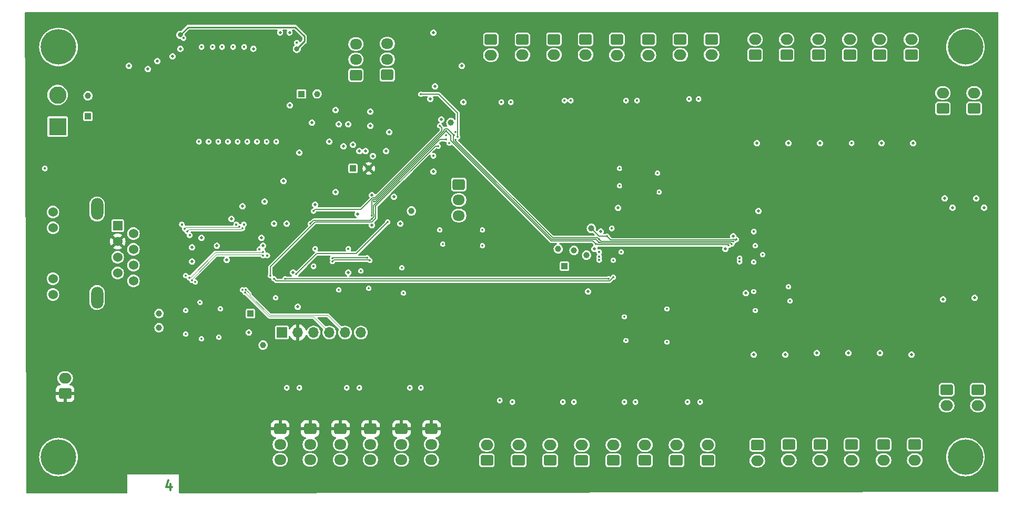
<source format=gbr>
%TF.GenerationSoftware,KiCad,Pcbnew,8.0.5*%
%TF.CreationDate,2024-09-27T12:36:33+02:00*%
%TF.ProjectId,PIC18F_ETH,50494331-3846-45f4-9554-482e6b696361,rev?*%
%TF.SameCoordinates,Original*%
%TF.FileFunction,Copper,L4,Bot*%
%TF.FilePolarity,Positive*%
%FSLAX46Y46*%
G04 Gerber Fmt 4.6, Leading zero omitted, Abs format (unit mm)*
G04 Created by KiCad (PCBNEW 8.0.5) date 2024-09-27 12:36:33*
%MOMM*%
%LPD*%
G01*
G04 APERTURE LIST*
G04 Aperture macros list*
%AMRoundRect*
0 Rectangle with rounded corners*
0 $1 Rounding radius*
0 $2 $3 $4 $5 $6 $7 $8 $9 X,Y pos of 4 corners*
0 Add a 4 corners polygon primitive as box body*
4,1,4,$2,$3,$4,$5,$6,$7,$8,$9,$2,$3,0*
0 Add four circle primitives for the rounded corners*
1,1,$1+$1,$2,$3*
1,1,$1+$1,$4,$5*
1,1,$1+$1,$6,$7*
1,1,$1+$1,$8,$9*
0 Add four rect primitives between the rounded corners*
20,1,$1+$1,$2,$3,$4,$5,0*
20,1,$1+$1,$4,$5,$6,$7,0*
20,1,$1+$1,$6,$7,$8,$9,0*
20,1,$1+$1,$8,$9,$2,$3,0*%
G04 Aperture macros list end*
%ADD10C,0.300000*%
%TA.AperFunction,NonConductor*%
%ADD11C,0.300000*%
%TD*%
%TA.AperFunction,ComponentPad*%
%ADD12C,5.700000*%
%TD*%
%TA.AperFunction,ComponentPad*%
%ADD13RoundRect,0.250000X-0.750000X0.600000X-0.750000X-0.600000X0.750000X-0.600000X0.750000X0.600000X0*%
%TD*%
%TA.AperFunction,ComponentPad*%
%ADD14O,2.000000X1.700000*%
%TD*%
%TA.AperFunction,ComponentPad*%
%ADD15RoundRect,0.250000X0.725000X-0.600000X0.725000X0.600000X-0.725000X0.600000X-0.725000X-0.600000X0*%
%TD*%
%TA.AperFunction,ComponentPad*%
%ADD16O,1.950000X1.700000*%
%TD*%
%TA.AperFunction,ComponentPad*%
%ADD17RoundRect,0.250000X0.750000X-0.600000X0.750000X0.600000X-0.750000X0.600000X-0.750000X-0.600000X0*%
%TD*%
%TA.AperFunction,ComponentPad*%
%ADD18C,1.000000*%
%TD*%
%TA.AperFunction,ComponentPad*%
%ADD19R,1.000000X1.000000*%
%TD*%
%TA.AperFunction,ComponentPad*%
%ADD20R,2.800000X2.800000*%
%TD*%
%TA.AperFunction,ComponentPad*%
%ADD21C,2.800000*%
%TD*%
%TA.AperFunction,ComponentPad*%
%ADD22RoundRect,0.250000X-0.725000X0.600000X-0.725000X-0.600000X0.725000X-0.600000X0.725000X0.600000X0*%
%TD*%
%TA.AperFunction,ComponentPad*%
%ADD23R,1.700000X1.700000*%
%TD*%
%TA.AperFunction,ComponentPad*%
%ADD24O,1.700000X1.700000*%
%TD*%
%TA.AperFunction,ComponentPad*%
%ADD25R,1.524000X1.524000*%
%TD*%
%TA.AperFunction,ComponentPad*%
%ADD26C,1.524000*%
%TD*%
%TA.AperFunction,ComponentPad*%
%ADD27O,2.000000X3.500000*%
%TD*%
%TA.AperFunction,ViaPad*%
%ADD28C,0.350000*%
%TD*%
%TA.AperFunction,ViaPad*%
%ADD29C,0.400000*%
%TD*%
%TA.AperFunction,ViaPad*%
%ADD30C,0.500000*%
%TD*%
%TA.AperFunction,ViaPad*%
%ADD31C,0.800000*%
%TD*%
%TA.AperFunction,Conductor*%
%ADD32C,0.150000*%
%TD*%
%TA.AperFunction,Conductor*%
%ADD33C,0.100000*%
%TD*%
%TA.AperFunction,Conductor*%
%ADD34C,0.250000*%
%TD*%
G04 APERTURE END LIST*
D10*
D11*
X153604368Y-173974827D02*
X153604368Y-174974827D01*
X153247225Y-173403399D02*
X152890082Y-174474827D01*
X152890082Y-174474827D02*
X153818653Y-174474827D01*
D12*
%TO.P,H7004,1,1*%
%TO.N,GND*%
X135540000Y-169631998D03*
%TD*%
D13*
%TO.P,J8012,1,Pin_1*%
%TO.N,GND*%
X225423000Y-102421999D03*
D14*
%TO.P,J8012,2,Pin_2*%
%TO.N,/IO_core/Digital Input/DI11x*%
X225423000Y-104921999D03*
%TD*%
D13*
%TO.P,J8016,1,Pin_1*%
%TO.N,GND*%
X205149000Y-102421999D03*
D14*
%TO.P,J8016,2,Pin_2*%
%TO.N,/IO_core/Digital Input/DI15x*%
X205149000Y-104921999D03*
%TD*%
D12*
%TO.P,H7003,1,1*%
%TO.N,GND*%
X281540000Y-169631998D03*
%TD*%
D15*
%TO.P,J6001,1,Pin_1*%
%TO.N,/CAN/CAN_H*%
X183421000Y-108143999D03*
D16*
%TO.P,J6001,2,Pin_2*%
%TO.N,/CAN/CAN_L*%
X183421000Y-105643999D03*
%TO.P,J6001,3,Pin_3*%
%TO.N,GND*%
X183421000Y-103143999D03*
%TD*%
D17*
%TO.P,J8007,1,Pin_1*%
%TO.N,GND*%
X235029000Y-170179999D03*
D14*
%TO.P,J8007,2,Pin_2*%
%TO.N,/IO_core/Digital Input/DI6x*%
X235029000Y-167679999D03*
%TD*%
D13*
%TO.P,J9002,1,Pin_1*%
%TO.N,Net-(J9002-Pin_1)*%
X253109000Y-167639999D03*
D14*
%TO.P,J9002,2,Pin_2*%
%TO.N,Net-(J9002-Pin_2)*%
X253109000Y-170139999D03*
%TD*%
D18*
%TO.P,TP3001,1,1*%
%TO.N,Net-(D3001-A)*%
X140287000Y-111485999D03*
%TD*%
D17*
%TO.P,J3002,1,Pin_1*%
%TO.N,+3.3V*%
X136607000Y-159423999D03*
D14*
%TO.P,J3002,2,Pin_2*%
%TO.N,GND*%
X136607000Y-156923999D03*
%TD*%
D18*
%TO.P,TP2001,1,1*%
%TO.N,/LED_G*%
X151717000Y-146537999D03*
%TD*%
D19*
%TO.P,TP2016,1,1*%
%TO.N,GND*%
X166449000Y-146537999D03*
%TD*%
D18*
%TO.P,TP2010,1,1*%
%TO.N,/SPI_DO.MOSI*%
X218519000Y-136377999D03*
%TD*%
D17*
%TO.P,J9010,1,Pin_1*%
%TO.N,Net-(J9010-Pin_1)*%
X277909000Y-113517999D03*
D14*
%TO.P,J9010,2,Pin_2*%
%TO.N,Net-(J9010-Pin_2)*%
X277909000Y-111017999D03*
%TD*%
D17*
%TO.P,J9016,1,Pin_1*%
%TO.N,Net-(J9016-Pin_1)*%
X247683000Y-104881999D03*
D14*
%TO.P,J9016,2,Pin_2*%
%TO.N,Net-(J9016-Pin_2)*%
X247683000Y-102381999D03*
%TD*%
D18*
%TO.P,TP3003,1,1*%
%TO.N,+5V*%
X177157000Y-111173999D03*
%TD*%
%TO.P,TP2002,1,1*%
%TO.N,/LED_Y*%
X151717000Y-148823999D03*
%TD*%
D20*
%TO.P,J3001,1,Pin_1*%
%TO.N,GND*%
X135407000Y-116423999D03*
D21*
%TO.P,J3001,2,Pin_2*%
%TO.N,Net-(D3001-A)*%
X135407000Y-111343999D03*
%TD*%
D17*
%TO.P,J8008,1,Pin_1*%
%TO.N,GND*%
X240063000Y-170159999D03*
D14*
%TO.P,J8008,2,Pin_2*%
%TO.N,/IO_core/Digital Input/DI7x*%
X240063000Y-167659999D03*
%TD*%
D15*
%TO.P,J6002,1,Pin_1*%
%TO.N,/CAN/CAN_H*%
X188455000Y-108103999D03*
D16*
%TO.P,J6002,2,Pin_2*%
%TO.N,/CAN/CAN_L*%
X188455000Y-105603999D03*
%TO.P,J6002,3,Pin_3*%
%TO.N,GND*%
X188455000Y-103103999D03*
%TD*%
D17*
%TO.P,J9013,1,Pin_1*%
%TO.N,Net-(J9013-Pin_1)*%
X262923000Y-104881999D03*
D14*
%TO.P,J9013,2,Pin_2*%
%TO.N,Net-(J9013-Pin_2)*%
X262923000Y-102381999D03*
%TD*%
D13*
%TO.P,J9003,1,Pin_1*%
%TO.N,Net-(J9003-Pin_1)*%
X258143000Y-167639999D03*
D14*
%TO.P,J9003,2,Pin_2*%
%TO.N,Net-(J9003-Pin_2)*%
X258143000Y-170139999D03*
%TD*%
D22*
%TO.P,J2002,1,Pin_1*%
%TO.N,GND*%
X199977000Y-125749999D03*
D16*
%TO.P,J2002,2,Pin_2*%
%TO.N,/MCU_core/UART_RX*%
X199977000Y-128249999D03*
%TO.P,J2002,3,Pin_3*%
%TO.N,/MCU_core/UART_TX*%
X199977000Y-130749999D03*
%TD*%
D13*
%TO.P,J8013,1,Pin_1*%
%TO.N,GND*%
X220389000Y-102381999D03*
D14*
%TO.P,J8013,2,Pin_2*%
%TO.N,/IO_core/Digital Input/DI12x*%
X220389000Y-104881999D03*
%TD*%
D13*
%TO.P,J9006,1,Pin_1*%
%TO.N,Net-(J9006-Pin_1)*%
X273383000Y-167639999D03*
D14*
%TO.P,J9006,2,Pin_2*%
%TO.N,Net-(J9006-Pin_2)*%
X273383000Y-170139999D03*
%TD*%
D18*
%TO.P,TP2008,1,1*%
%TO.N,/SPI_DO.SCK*%
X215979000Y-136123999D03*
%TD*%
D13*
%TO.P,J8014,1,Pin_1*%
%TO.N,GND*%
X215309000Y-102381999D03*
D14*
%TO.P,J8014,2,Pin_2*%
%TO.N,/IO_core/Digital Input/DI13x*%
X215309000Y-104881999D03*
%TD*%
D18*
%TO.P,TP2011,1,1*%
%TO.N,/MCU_core/SPI_SS0*%
X192357000Y-130027999D03*
%TD*%
D23*
%TO.P,J2001,1,Pin_1*%
%TO.N,/MCU_core/RST#*%
X171529000Y-149585999D03*
D24*
%TO.P,J2001,2,Pin_2*%
%TO.N,+3.3V*%
X174069000Y-149585999D03*
%TO.P,J2001,3,Pin_3*%
%TO.N,GND*%
X176609000Y-149585999D03*
%TO.P,J2001,4,Pin_4*%
%TO.N,/MCU_core/PGD*%
X179149000Y-149585999D03*
%TO.P,J2001,5,Pin_5*%
%TO.N,/MCU_core/PGC*%
X181689000Y-149585999D03*
%TO.P,J2001,6,Pin_6*%
%TO.N,unconnected-(J2001-Pin_6-Pad6)*%
X184229000Y-149585999D03*
%TD*%
D18*
%TO.P,TP3005,1,1*%
%TO.N,+3.3V*%
X185499000Y-123169999D03*
%TD*%
D22*
%TO.P,J4003,1,Pin_1*%
%TO.N,+3.3V*%
X185753000Y-165079999D03*
D16*
%TO.P,J4003,2,Pin_2*%
%TO.N,/IO_core/AD2x*%
X185753000Y-167579999D03*
%TO.P,J4003,3,Pin_3*%
%TO.N,GND*%
X185753000Y-170079999D03*
%TD*%
D17*
%TO.P,J8006,1,Pin_1*%
%TO.N,GND*%
X229949000Y-170179999D03*
D14*
%TO.P,J8006,2,Pin_2*%
%TO.N,/IO_core/Digital Input/DI5x*%
X229949000Y-167679999D03*
%TD*%
D12*
%TO.P,H7002,1,1*%
%TO.N,GND*%
X281540000Y-103631998D03*
%TD*%
D17*
%TO.P,J8004,1,Pin_1*%
%TO.N,GND*%
X219789000Y-170179999D03*
D14*
%TO.P,J8004,2,Pin_2*%
%TO.N,/IO_core/Digital Input/DI3x*%
X219789000Y-167679999D03*
%TD*%
D22*
%TO.P,J4006,1,Pin_1*%
%TO.N,+3.3V*%
X171239000Y-165079999D03*
D16*
%TO.P,J4006,2,Pin_2*%
%TO.N,/IO_core/AD5x*%
X171239000Y-167579999D03*
%TO.P,J4006,3,Pin_3*%
%TO.N,GND*%
X171239000Y-170079999D03*
%TD*%
D17*
%TO.P,J8005,1,Pin_1*%
%TO.N,GND*%
X224869000Y-170179999D03*
D14*
%TO.P,J8005,2,Pin_2*%
%TO.N,/IO_core/Digital Input/DI4x*%
X224869000Y-167679999D03*
%TD*%
D17*
%TO.P,J9012,1,Pin_1*%
%TO.N,Net-(J9012-Pin_1)*%
X267749000Y-104881999D03*
D14*
%TO.P,J9012,2,Pin_2*%
%TO.N,Net-(J9012-Pin_2)*%
X267749000Y-102381999D03*
%TD*%
D13*
%TO.P,J9007,1,Pin_1*%
%TO.N,Net-(J9007-Pin_1)*%
X278509000Y-158811999D03*
D14*
%TO.P,J9007,2,Pin_2*%
%TO.N,Net-(J9007-Pin_2)*%
X278509000Y-161311999D03*
%TD*%
D22*
%TO.P,J4002,1,Pin_1*%
%TO.N,+3.3V*%
X190751000Y-165079999D03*
D16*
%TO.P,J4002,2,Pin_2*%
%TO.N,/IO_core/AD1x*%
X190751000Y-167579999D03*
%TO.P,J4002,3,Pin_3*%
%TO.N,GND*%
X190751000Y-170079999D03*
%TD*%
D17*
%TO.P,J9015,1,Pin_1*%
%TO.N,Net-(J9015-Pin_1)*%
X252755000Y-104881999D03*
D14*
%TO.P,J9015,2,Pin_2*%
%TO.N,Net-(J9015-Pin_2)*%
X252755000Y-102381999D03*
%TD*%
D18*
%TO.P,TP2009,1,1*%
%TO.N,/SPI_DO.MISO*%
X220551000Y-137139999D03*
%TD*%
%TO.P,TP2012,1,1*%
%TO.N,/MCU_core/RST#*%
X168481000Y-151617999D03*
%TD*%
%TO.P,TP2007,1,1*%
%TO.N,/CAN_CTRL.CS#*%
X198707000Y-115803999D03*
%TD*%
D13*
%TO.P,J8011,1,Pin_1*%
%TO.N,GND*%
X230503000Y-102421999D03*
D14*
%TO.P,J8011,2,Pin_2*%
%TO.N,/IO_core/Digital Input/DI10x*%
X230503000Y-104921999D03*
%TD*%
D13*
%TO.P,J9001,1,Pin_1*%
%TO.N,Net-(J9001-Pin_1)*%
X248029000Y-167701999D03*
D14*
%TO.P,J9001,2,Pin_2*%
%TO.N,Net-(J9001-Pin_2)*%
X248029000Y-170201999D03*
%TD*%
D17*
%TO.P,J8001,1,Pin_1*%
%TO.N,GND*%
X204503000Y-170159999D03*
D14*
%TO.P,J8001,2,Pin_2*%
%TO.N,/IO_core/Digital Input/DI0x*%
X204503000Y-167659999D03*
%TD*%
D18*
%TO.P,TP2006,1,1*%
%TO.N,/SPI_DO.CS#*%
X221313000Y-132821999D03*
%TD*%
D25*
%TO.P,J5001,1*%
%TO.N,/ETH_Connector/ETH.TX+*%
X145067000Y-132388999D03*
D26*
%TO.P,J5001,2*%
%TO.N,/ETH_Connector/ETH.TX-*%
X147607000Y-133658999D03*
%TO.P,J5001,3*%
%TO.N,+3.3V*%
X145067000Y-134928999D03*
%TO.P,J5001,4*%
%TO.N,unconnected-(J5001-Pad4)*%
X147607000Y-136198999D03*
%TO.P,J5001,5*%
%TO.N,unconnected-(J5001-Pad5)*%
X145067000Y-137468999D03*
%TO.P,J5001,6*%
%TO.N,/ETH_Connector/RX_C*%
X147607000Y-138738999D03*
%TO.P,J5001,7*%
%TO.N,/ETH_Connector/ETH.RX+*%
X145067000Y-140008999D03*
%TO.P,J5001,8*%
%TO.N,/ETH_Connector/ETH.RX-*%
X147607000Y-141278999D03*
%TO.P,J5001,9*%
%TO.N,Net-(J5001-Pad9)*%
X134657000Y-130203999D03*
%TO.P,J5001,10*%
%TO.N,GND*%
X134657000Y-132743999D03*
%TO.P,J5001,11*%
%TO.N,Net-(J5001-Pad11)*%
X134657000Y-140923999D03*
%TO.P,J5001,12*%
%TO.N,GND*%
X134657000Y-143463999D03*
D27*
%TO.P,J5001,SH*%
X141767000Y-129713999D03*
X141767000Y-143953999D03*
%TD*%
D13*
%TO.P,J8015,1,Pin_1*%
%TO.N,GND*%
X210229000Y-102401999D03*
D14*
%TO.P,J8015,2,Pin_2*%
%TO.N,/IO_core/Digital Input/DI14x*%
X210229000Y-104901999D03*
%TD*%
D22*
%TO.P,J4004,1,Pin_1*%
%TO.N,+3.3V*%
X180927000Y-165079999D03*
D16*
%TO.P,J4004,2,Pin_2*%
%TO.N,/IO_core/AD3x*%
X180927000Y-167579999D03*
%TO.P,J4004,3,Pin_3*%
%TO.N,GND*%
X180927000Y-170079999D03*
%TD*%
D19*
%TO.P,TP3006,1,1*%
%TO.N,GND*%
X174657000Y-111173999D03*
%TD*%
D17*
%TO.P,J9009,1,Pin_1*%
%TO.N,Net-(J9009-Pin_1)*%
X282943000Y-113517999D03*
D14*
%TO.P,J9009,2,Pin_2*%
%TO.N,Net-(J9009-Pin_2)*%
X282943000Y-111017999D03*
%TD*%
D17*
%TO.P,J9011,1,Pin_1*%
%TO.N,Net-(J9011-Pin_1)*%
X272829000Y-104881999D03*
D14*
%TO.P,J9011,2,Pin_2*%
%TO.N,Net-(J9011-Pin_2)*%
X272829000Y-102381999D03*
%TD*%
D13*
%TO.P,J9008,1,Pin_1*%
%TO.N,Net-(J9008-Pin_1)*%
X283543000Y-158811999D03*
D14*
%TO.P,J9008,2,Pin_2*%
%TO.N,Net-(J9008-Pin_2)*%
X283543000Y-161311999D03*
%TD*%
D12*
%TO.P,H7001,1,1*%
%TO.N,GND*%
X135540000Y-103631998D03*
%TD*%
D19*
%TO.P,TP3002,1,1*%
%TO.N,GND*%
X140287000Y-114787999D03*
%TD*%
D13*
%TO.P,J9004,1,Pin_1*%
%TO.N,Net-(J9004-Pin_1)*%
X263223000Y-167639999D03*
D14*
%TO.P,J9004,2,Pin_2*%
%TO.N,Net-(J9004-Pin_2)*%
X263223000Y-170139999D03*
%TD*%
D13*
%TO.P,J8010,1,Pin_1*%
%TO.N,GND*%
X235629000Y-102401999D03*
D14*
%TO.P,J8010,2,Pin_2*%
%TO.N,/IO_core/Digital Input/DI9x*%
X235629000Y-104901999D03*
%TD*%
D19*
%TO.P,TP2005,1,1*%
%TO.N,GND*%
X216995000Y-138917999D03*
%TD*%
D13*
%TO.P,J8009,1,Pin_1*%
%TO.N,GND*%
X240663000Y-102381999D03*
D14*
%TO.P,J8009,2,Pin_2*%
%TO.N,/IO_core/Digital Input/DI8x*%
X240663000Y-104881999D03*
%TD*%
D13*
%TO.P,J9005,1,Pin_1*%
%TO.N,Net-(J9005-Pin_1)*%
X268349000Y-167639999D03*
D14*
%TO.P,J9005,2,Pin_2*%
%TO.N,Net-(J9005-Pin_2)*%
X268349000Y-170139999D03*
%TD*%
D22*
%TO.P,J4005,1,Pin_1*%
%TO.N,+3.3V*%
X176065000Y-165079999D03*
D16*
%TO.P,J4005,2,Pin_2*%
%TO.N,/IO_core/AD4x*%
X176065000Y-167579999D03*
%TO.P,J4005,3,Pin_3*%
%TO.N,GND*%
X176065000Y-170079999D03*
%TD*%
D17*
%TO.P,J8002,1,Pin_1*%
%TO.N,GND*%
X209629000Y-170179999D03*
D14*
%TO.P,J8002,2,Pin_2*%
%TO.N,/IO_core/Digital Input/DI1x*%
X209629000Y-167679999D03*
%TD*%
D22*
%TO.P,J4001,1,Pin_1*%
%TO.N,+3.3V*%
X195577000Y-165079999D03*
D16*
%TO.P,J4001,2,Pin_2*%
%TO.N,/IO_core/AD0x*%
X195577000Y-167579999D03*
%TO.P,J4001,3,Pin_3*%
%TO.N,GND*%
X195577000Y-170079999D03*
%TD*%
D19*
%TO.P,TP3004,1,1*%
%TO.N,GND*%
X182959000Y-123169999D03*
%TD*%
D17*
%TO.P,J9014,1,Pin_1*%
%TO.N,Net-(J9014-Pin_1)*%
X257843000Y-104881999D03*
D14*
%TO.P,J9014,2,Pin_2*%
%TO.N,Net-(J9014-Pin_2)*%
X257843000Y-102381999D03*
%TD*%
D17*
%TO.P,J8003,1,Pin_1*%
%TO.N,GND*%
X214709000Y-170179999D03*
D14*
%TO.P,J8003,2,Pin_2*%
%TO.N,/IO_core/Digital Input/DI2x*%
X214709000Y-167679999D03*
%TD*%
D28*
%TO.N,GND*%
X157559000Y-141457999D03*
X156035000Y-140441999D03*
X165179000Y-142727999D03*
D29*
%TO.N,+3.3V*%
X171021000Y-140187999D03*
X183467000Y-135107999D03*
X246967000Y-131805999D03*
D30*
X187933000Y-118449999D03*
D29*
X247475000Y-142473999D03*
D30*
X184991000Y-139679999D03*
D29*
X187023000Y-132059999D03*
X233505000Y-150601999D03*
X203279000Y-133075999D03*
X175593000Y-139933999D03*
X231473000Y-123677999D03*
X197691000Y-133075999D03*
D30*
X187319000Y-118089999D03*
X187319000Y-119105999D03*
X157813000Y-150601999D03*
X188568000Y-119084999D03*
X186261000Y-142727999D03*
D29*
X203279000Y-135615999D03*
D30*
X155273000Y-149839999D03*
D29*
X197945000Y-135361999D03*
X251793000Y-129011999D03*
X176609000Y-133583999D03*
D30*
X179911000Y-142981999D03*
D28*
X177407000Y-98923999D03*
D29*
X226393000Y-125963999D03*
X191722000Y-101452999D03*
X226901000Y-150347999D03*
D30*
X187319000Y-119867999D03*
D29*
X178133000Y-130535999D03*
D30*
X168735000Y-148315999D03*
D29*
X231727000Y-126979999D03*
D30*
X157813000Y-145013999D03*
D29*
X246205000Y-128757999D03*
X224361000Y-131551999D03*
X190071000Y-128757999D03*
X247729000Y-145521999D03*
D30*
X170513000Y-144759999D03*
X190325000Y-143235999D03*
D29*
X251793000Y-130789999D03*
X133353500Y-124951999D03*
X226647000Y-146537999D03*
X180673000Y-139933999D03*
X174577000Y-138155999D03*
D30*
X160607000Y-146029999D03*
X155273000Y-146029999D03*
X166195000Y-130027999D03*
D29*
X174577000Y-135869999D03*
X182451000Y-130535999D03*
X180673000Y-135615999D03*
D30*
X182959000Y-138917999D03*
X195865791Y-113755439D03*
X160607000Y-150093999D03*
X174507000Y-127925999D03*
D29*
X253063000Y-143997999D03*
X233505000Y-145267999D03*
X252809000Y-141711999D03*
X226393000Y-123169999D03*
D30*
X190071000Y-139171999D03*
D29*
%TO.N,GND*%
X160353000Y-103611999D03*
X245189000Y-137647999D03*
D30*
X168227000Y-134345999D03*
X283035000Y-143997999D03*
D29*
X208613000Y-160761999D03*
D30*
X165179000Y-129265999D03*
D29*
X228425000Y-160761999D03*
D30*
X278209000Y-127995999D03*
D29*
X206581000Y-160507999D03*
X158157000Y-118851999D03*
D30*
X200485000Y-106659999D03*
D29*
X163655000Y-103611999D03*
X238585000Y-111993999D03*
D30*
X273129000Y-119105999D03*
X166195000Y-149585999D03*
X172799000Y-113009999D03*
X179149000Y-118851999D03*
X185753000Y-116311999D03*
D29*
X222583000Y-137393999D03*
D28*
X247475000Y-142981999D03*
X158575000Y-150601999D03*
X253063000Y-142219999D03*
D29*
X222583000Y-137901999D03*
D30*
X153907000Y-105135999D03*
X186157000Y-121173999D03*
X188293000Y-120375999D03*
D28*
X190833000Y-139171999D03*
D30*
X171217000Y-101306999D03*
D29*
X158575000Y-103611999D03*
D30*
X247983000Y-119105999D03*
X277955000Y-144251999D03*
X171783000Y-125201999D03*
D29*
X165407000Y-132173999D03*
X167491500Y-118851999D03*
D30*
X195405000Y-111993999D03*
D29*
X173907000Y-102923999D03*
D30*
X257635000Y-152887999D03*
X176863000Y-129011999D03*
X168735000Y-128503999D03*
D29*
X247475000Y-133329999D03*
D30*
X247475000Y-153141999D03*
D29*
X236807000Y-160761999D03*
D28*
X197945000Y-117835999D03*
D30*
X161052000Y-135615999D03*
X186007000Y-132313999D03*
X225631000Y-129519999D03*
X185753000Y-114025999D03*
X242903000Y-136123999D03*
D28*
X226647000Y-147045999D03*
X180673000Y-142727999D03*
D30*
X162639000Y-137901999D03*
X181435000Y-119613999D03*
D28*
X191087000Y-143235999D03*
D30*
X253063000Y-119105999D03*
X248237000Y-130027999D03*
D28*
X247699000Y-135615999D03*
D30*
X170259000Y-132059999D03*
D28*
X185499000Y-142473999D03*
D29*
X216741000Y-160761999D03*
X238839000Y-160761999D03*
D28*
X248891000Y-137031999D03*
D30*
X283289000Y-127995999D03*
X176355000Y-115803999D03*
X190579000Y-132059999D03*
X172291000Y-132059999D03*
D29*
X182197000Y-136123999D03*
D30*
X166907000Y-103923999D03*
D28*
X247475000Y-138223999D03*
D29*
X155407000Y-132173999D03*
D30*
X196167000Y-109961999D03*
D28*
X161623000Y-145775999D03*
D30*
X221821000Y-136123999D03*
D28*
X170513000Y-143997999D03*
D30*
X182197000Y-116057999D03*
D29*
X156657000Y-133923999D03*
D28*
X161369000Y-150347999D03*
D30*
X272875000Y-153141999D03*
X200739000Y-112501999D03*
D29*
X174323000Y-158475999D03*
D28*
X197437000Y-135361999D03*
D30*
X183721000Y-130535999D03*
D28*
X226139000Y-136631999D03*
X253317000Y-144505999D03*
X156035000Y-149839999D03*
D29*
X165935750Y-118851999D03*
D30*
X252555000Y-153141999D03*
D29*
X226901000Y-112247999D03*
X206835000Y-112501999D03*
D28*
X184229000Y-139679999D03*
D30*
X182959000Y-119359999D03*
D29*
X222583000Y-136631999D03*
D30*
X180165000Y-113771999D03*
X174069000Y-145448999D03*
D28*
X196929000Y-133075999D03*
D30*
X195913000Y-123677999D03*
X186007000Y-127487999D03*
D29*
X193881000Y-158475999D03*
X226647000Y-160761999D03*
D30*
X157051000Y-138155999D03*
D29*
X218011000Y-112247999D03*
D28*
X203787000Y-135615999D03*
D30*
X258143000Y-119105999D03*
D28*
X199469000Y-117327999D03*
D30*
X222837000Y-133329999D03*
X174323000Y-120629999D03*
X184991000Y-120375999D03*
X155157000Y-103923999D03*
D28*
X226901000Y-150855999D03*
D29*
X237061000Y-111993999D03*
D30*
X268049000Y-119105999D03*
D29*
X208359000Y-112501999D03*
D30*
X182197000Y-139933999D03*
D29*
X161268500Y-118851999D03*
D28*
X224869000Y-137931999D03*
X203787000Y-133075999D03*
D30*
X149939000Y-107167999D03*
D29*
X170603000Y-118851999D03*
X195913000Y-121137999D03*
D30*
X246205000Y-143235999D03*
D29*
X155657000Y-102173999D03*
X172291000Y-158475999D03*
D28*
X198453000Y-119105999D03*
X225885000Y-123169999D03*
D30*
X267795000Y-152887999D03*
X284559000Y-129494499D03*
D28*
X231981000Y-123931999D03*
D29*
X161877000Y-103611999D03*
X176609000Y-138917999D03*
X218519000Y-160761999D03*
X181943000Y-158475999D03*
X176863000Y-136123999D03*
X162824250Y-118851999D03*
X192103000Y-158475999D03*
D30*
X157051000Y-135869999D03*
D29*
X164380000Y-118851999D03*
X224615000Y-132821999D03*
X183975000Y-158475999D03*
X216995000Y-112247999D03*
X164157000Y-132173999D03*
X245189000Y-138155999D03*
D28*
X233505000Y-145775999D03*
D30*
X244173000Y-134091999D03*
X279479000Y-129494499D03*
X180673000Y-116057999D03*
X168481000Y-135615999D03*
X197183000Y-115295999D03*
X189563000Y-127741999D03*
D29*
X133353500Y-123173999D03*
D30*
X172741000Y-101306999D03*
D28*
X247729000Y-146029999D03*
D29*
X263223000Y-119105999D03*
D28*
X225885000Y-125963999D03*
X233505000Y-151109999D03*
D30*
X262715000Y-152887999D03*
D29*
X228679000Y-112247999D03*
X165433000Y-103611999D03*
D30*
X195913000Y-101325999D03*
X183975000Y-120375999D03*
D29*
X167907000Y-136173999D03*
D30*
X151463000Y-105897999D03*
D29*
X169047250Y-118851999D03*
D30*
X163401000Y-131297999D03*
X146891000Y-106659999D03*
D28*
X158321000Y-144759999D03*
D30*
X158575000Y-134345999D03*
D29*
X159712750Y-118851999D03*
D30*
X173307000Y-139933999D03*
X188801000Y-117327999D03*
D28*
X232235000Y-126979999D03*
X156035000Y-146029999D03*
D29*
X169157000Y-137173999D03*
D30*
X180165000Y-126979999D03*
X220805000Y-142981999D03*
D28*
%TO.N,/AD0*%
X185245000Y-137551999D03*
X179657000Y-137647999D03*
%TO.N,/AD1*%
X185669265Y-137985734D03*
X179657000Y-138173998D03*
%TO.N,/ETH_Connector/ETH.RX+*%
X168481000Y-136585999D03*
X156584867Y-140737866D03*
%TO.N,/ETH_Connector/ETH.TX-*%
X165179000Y-132821999D03*
X156247133Y-133288132D03*
%TO.N,/ETH_Connector/ETH.TX+*%
X164671000Y-132521999D03*
X155822867Y-132863866D03*
%TO.N,/ETH_Connector/ETH.RX-*%
X168481000Y-137185999D03*
X157009133Y-141162132D03*
D31*
%TO.N,+5V*%
X173907000Y-103923999D03*
X155157000Y-101673999D03*
D28*
%TO.N,/CAN_CTRL.INT#*%
X196675000Y-119573999D03*
X169657000Y-140441999D03*
%TO.N,/MCU_core/PGC*%
X165699077Y-142687743D03*
%TO.N,/MCU_core/PGD*%
X165569769Y-143118768D03*
%TO.N,Net-(U6002-\u002ARX0BF)*%
X193881000Y-111231999D03*
X199819000Y-118089999D03*
%TO.N,/SPI_DI.INT#*%
X170259000Y-140949999D03*
X224862487Y-140689486D03*
%TO.N,/SPI_DI.INT1#*%
X172037000Y-140949999D03*
X224107000Y-140949999D03*
%TO.N,/SPI_DO.SCK*%
X176101000Y-132059999D03*
X197945000Y-118480898D03*
X186007000Y-131297999D03*
X222583000Y-134599999D03*
X244173000Y-134949999D03*
X199469000Y-118597999D03*
%TO.N,/SPI_DO.MISO*%
X243411000Y-135549999D03*
X186357000Y-128503999D03*
X197945000Y-117130900D03*
X222075000Y-135361999D03*
%TO.N,/SPI_DO.MOSI*%
X243919000Y-135361999D03*
X186007000Y-130789999D03*
X222583000Y-135107999D03*
X199215000Y-117835999D03*
%TO.N,/SPI_DO.CS#*%
X244681000Y-134599999D03*
X223853000Y-134091999D03*
%TO.N,/MCU_core/SPI_SS0*%
X188547000Y-131805999D03*
X173815000Y-140187999D03*
%TO.N,/CAN_CTRL.CS#*%
X176609000Y-130047999D03*
X196929000Y-116311999D03*
%TD*%
D32*
%TO.N,/AD0*%
X179753000Y-137551999D02*
X179657000Y-137647999D01*
X185245000Y-137551999D02*
X179753000Y-137551999D01*
%TO.N,/AD1*%
X179928999Y-137901999D02*
X185585530Y-137901999D01*
X185585530Y-137901999D02*
X185669265Y-137985734D01*
X179657000Y-138173998D02*
X179928999Y-137901999D01*
D33*
%TO.N,/ETH_Connector/ETH.RX+*%
X156761645Y-140737866D02*
X160788512Y-136710999D01*
X160788512Y-136710999D02*
X168356000Y-136710999D01*
X168356000Y-136710999D02*
X168481000Y-136585999D01*
X156584867Y-140737866D02*
X156761645Y-140737866D01*
%TO.N,/ETH_Connector/ETH.TX-*%
X156538266Y-132996999D02*
X165004000Y-132996999D01*
X165004000Y-132996999D02*
X165179000Y-132821999D01*
X156247133Y-133288132D02*
X156538266Y-132996999D01*
%TO.N,/ETH_Connector/ETH.TX+*%
X156039734Y-132646999D02*
X164546000Y-132646999D01*
X164546000Y-132646999D02*
X164671000Y-132521999D01*
X155822867Y-132863866D02*
X156039734Y-132646999D01*
%TO.N,/ETH_Connector/ETH.RX-*%
X157009133Y-141162132D02*
X157009133Y-140985354D01*
X168356000Y-137060999D02*
X168481000Y-137185999D01*
X160933488Y-137060999D02*
X168356000Y-137060999D01*
X157009133Y-140985354D02*
X160933488Y-137060999D01*
D34*
%TO.N,+5V*%
X175157000Y-101923999D02*
X175157000Y-102673999D01*
X173657000Y-100423999D02*
X175157000Y-101923999D01*
X159157000Y-100423999D02*
X173657000Y-100423999D01*
X175157000Y-102673999D02*
X173907000Y-103923999D01*
X156407000Y-100423999D02*
X159157000Y-100423999D01*
X155157000Y-101673999D02*
X156407000Y-100423999D01*
D32*
%TO.N,/CAN_CTRL.INT#*%
X186607000Y-131192974D02*
X186607000Y-129358000D01*
X196209009Y-119573999D02*
X196675000Y-119573999D01*
X186607000Y-129358000D02*
X186516004Y-129267004D01*
X186516004Y-129267004D02*
X196209009Y-119573999D01*
X185993975Y-131805999D02*
X186607000Y-131192974D01*
X169657000Y-139011999D02*
X176863000Y-131805999D01*
X169657000Y-140441999D02*
X169657000Y-139011999D01*
X176863000Y-131805999D02*
X185993975Y-131805999D01*
D33*
%TO.N,/MCU_core/PGC*%
X178895000Y-146791999D02*
X169751000Y-146791999D01*
X169525842Y-146791999D02*
X166336421Y-143602578D01*
X169751000Y-146791999D02*
X169525842Y-146791999D01*
X166336421Y-143602578D02*
X166336421Y-143325087D01*
X166336421Y-143325087D02*
X165699077Y-142687743D01*
X181689000Y-149585999D02*
X178895000Y-146791999D01*
%TO.N,/MCU_core/PGD*%
X176609000Y-147045999D02*
X179149000Y-149585999D01*
X165569769Y-143118768D02*
X169497000Y-147045999D01*
X169497000Y-147045999D02*
X176609000Y-147045999D01*
D32*
%TO.N,Net-(U6002-\u002ARX0BF)*%
X199819000Y-118089999D02*
X199819000Y-114279999D01*
X196771000Y-111231999D02*
X193881000Y-111231999D01*
X199819000Y-114279999D02*
X196771000Y-111231999D01*
%TO.N,/SPI_DI.INT#*%
X224862487Y-140689486D02*
X224251974Y-141299999D01*
X170609000Y-141299999D02*
X170259000Y-140949999D01*
X224251974Y-141299999D02*
X170609000Y-141299999D01*
%TO.N,/SPI_DI.INT1#*%
X224107000Y-140949999D02*
X172037000Y-140949999D01*
%TO.N,/SPI_DO.SCK*%
X244173000Y-134949999D02*
X222933000Y-134949999D01*
X215075579Y-134345999D02*
X222329000Y-134345999D01*
X199469000Y-118597999D02*
X199469000Y-118739420D01*
X186261000Y-130549024D02*
X186357000Y-130645024D01*
X186357000Y-130947999D02*
X186007000Y-131297999D01*
X186261000Y-129168454D02*
X186261000Y-130549024D01*
X222933000Y-134949999D02*
X222583000Y-134599999D01*
X186007000Y-131297999D02*
X185753000Y-131551999D01*
X186357000Y-130645024D02*
X186357000Y-130947999D01*
X197945000Y-118480898D02*
X196948556Y-118480898D01*
X199469000Y-118739420D02*
X215075579Y-134345999D01*
X222329000Y-134345999D02*
X222583000Y-134599999D01*
X196948556Y-118480898D02*
X186261000Y-129168454D01*
X185753000Y-131551999D02*
X176609000Y-131551999D01*
X176609000Y-131551999D02*
X176101000Y-132059999D01*
%TO.N,/SPI_DO.MISO*%
X222727975Y-135457999D02*
X222438025Y-135457999D01*
X186571901Y-128503999D02*
X197945000Y-117130900D01*
X221563000Y-134849999D02*
X220809000Y-134849999D01*
X220809000Y-134849999D02*
X220805000Y-134853999D01*
X214876471Y-134853999D02*
X198707000Y-118684528D01*
X186357000Y-128503999D02*
X186571901Y-128503999D01*
X198707000Y-118684528D02*
X198707000Y-117892900D01*
X243411000Y-135549999D02*
X243311000Y-135449999D01*
X222735975Y-135449999D02*
X222727975Y-135457999D01*
X222438025Y-135457999D02*
X222342025Y-135361999D01*
X220805000Y-134853999D02*
X214876471Y-134853999D01*
X222075000Y-135361999D02*
X221563000Y-134849999D01*
X222342025Y-135361999D02*
X222075000Y-135361999D01*
X198707000Y-117892900D02*
X197945000Y-117130900D01*
X243311000Y-135449999D02*
X222735975Y-135449999D01*
%TO.N,/SPI_DO.MOSI*%
X197595000Y-117127346D02*
X186568347Y-128153999D01*
X222737447Y-135107999D02*
X222583000Y-135107999D01*
X243757000Y-135199999D02*
X222829447Y-135199999D01*
X222829447Y-135199999D02*
X222737447Y-135107999D01*
X186007000Y-128359024D02*
X186007000Y-130789999D01*
X243919000Y-135361999D02*
X243757000Y-135199999D01*
X186568347Y-128153999D02*
X186212025Y-128153999D01*
X186212025Y-128153999D02*
X186007000Y-128359024D01*
X199119000Y-117931999D02*
X199119000Y-118742974D01*
X199215000Y-117835999D02*
X198159901Y-116780900D01*
X197800025Y-116780900D02*
X197595000Y-116985925D01*
X222075000Y-134599999D02*
X222583000Y-135107999D01*
X199119000Y-118742974D02*
X214976025Y-134599999D01*
X199215000Y-117835999D02*
X199119000Y-117931999D01*
X198159901Y-116780900D02*
X197800025Y-116780900D01*
X214976025Y-134599999D02*
X222075000Y-134599999D01*
X197595000Y-116985925D02*
X197595000Y-117127346D01*
%TO.N,/SPI_DO.CS#*%
X244499487Y-134781512D02*
X244317975Y-134599999D01*
X244317975Y-134599999D02*
X244028025Y-134599999D01*
X244681000Y-134599999D02*
X244499487Y-134781512D01*
X222583000Y-134091999D02*
X221313000Y-132821999D01*
X223853000Y-134091999D02*
X222583000Y-134091999D01*
X244028025Y-134599999D02*
X243928025Y-134699999D01*
X243928025Y-134699999D02*
X224461000Y-134699999D01*
X224461000Y-134699999D02*
X223853000Y-134091999D01*
%TO.N,/MCU_core/SPI_SS0*%
X177117000Y-136885999D02*
X183467000Y-136885999D01*
X183467000Y-136885999D02*
X188547000Y-131805999D01*
X173815000Y-140187999D02*
X177117000Y-136885999D01*
%TO.N,/CAN_CTRL.CS#*%
X197238897Y-116621896D02*
X196929000Y-116311999D01*
X176883000Y-129773999D02*
X184238471Y-129773999D01*
X186108471Y-127903999D02*
X186464793Y-127903999D01*
X176609000Y-130047999D02*
X176883000Y-129773999D01*
X184238471Y-129773999D02*
X186108471Y-127903999D01*
X197238897Y-117129895D02*
X197238897Y-116621896D01*
X186824897Y-127543895D02*
X197238897Y-117129895D01*
X186464793Y-127903999D02*
X186824897Y-127543895D01*
%TD*%
%TA.AperFunction,Conductor*%
%TO.N,+3.3V*%
G36*
X286788039Y-98043684D02*
G01*
X286833794Y-98096488D01*
X286845000Y-98147999D01*
X286845000Y-175116199D01*
X286825315Y-175183238D01*
X286772511Y-175228993D01*
X286721201Y-175240199D01*
X155031201Y-175453982D01*
X154964130Y-175434406D01*
X154918289Y-175381677D01*
X154907000Y-175329982D01*
X154907000Y-172423999D01*
X146657000Y-172423999D01*
X146657000Y-175343777D01*
X146637315Y-175410816D01*
X146584511Y-175456571D01*
X146533201Y-175467777D01*
X130504794Y-175493798D01*
X130437723Y-175474222D01*
X130391882Y-175421493D01*
X130380594Y-175370205D01*
X130371390Y-172563119D01*
X130361780Y-169631998D01*
X132434615Y-169631998D01*
X132454140Y-169979686D01*
X132454142Y-169979698D01*
X132496093Y-170226609D01*
X132512473Y-170323011D01*
X132608879Y-170657642D01*
X132742145Y-170979374D01*
X132910595Y-171284162D01*
X133112112Y-171568174D01*
X133344161Y-171827837D01*
X133603824Y-172059886D01*
X133887836Y-172261403D01*
X134192624Y-172429853D01*
X134514356Y-172563119D01*
X134848987Y-172659525D01*
X135192307Y-172717857D01*
X135540000Y-172737383D01*
X135887693Y-172717857D01*
X136231013Y-172659525D01*
X136565644Y-172563119D01*
X136887376Y-172429853D01*
X137192164Y-172261403D01*
X137476176Y-172059886D01*
X137735839Y-171827837D01*
X137967888Y-171568174D01*
X138169405Y-171284162D01*
X138337855Y-170979374D01*
X138471121Y-170657642D01*
X138567527Y-170323011D01*
X138623532Y-169993388D01*
X170013500Y-169993388D01*
X170013500Y-170166610D01*
X170040598Y-170337700D01*
X170094127Y-170502444D01*
X170172768Y-170656787D01*
X170274586Y-170796927D01*
X170397072Y-170919413D01*
X170537212Y-171021231D01*
X170691555Y-171099872D01*
X170856299Y-171153401D01*
X171027389Y-171180499D01*
X171027390Y-171180499D01*
X171450610Y-171180499D01*
X171450611Y-171180499D01*
X171621701Y-171153401D01*
X171786445Y-171099872D01*
X171940788Y-171021231D01*
X172080928Y-170919413D01*
X172203414Y-170796927D01*
X172305232Y-170656787D01*
X172383873Y-170502444D01*
X172437402Y-170337700D01*
X172464500Y-170166610D01*
X172464500Y-169993388D01*
X174839500Y-169993388D01*
X174839500Y-170166610D01*
X174866598Y-170337700D01*
X174920127Y-170502444D01*
X174998768Y-170656787D01*
X175100586Y-170796927D01*
X175223072Y-170919413D01*
X175363212Y-171021231D01*
X175517555Y-171099872D01*
X175682299Y-171153401D01*
X175853389Y-171180499D01*
X175853390Y-171180499D01*
X176276610Y-171180499D01*
X176276611Y-171180499D01*
X176447701Y-171153401D01*
X176612445Y-171099872D01*
X176766788Y-171021231D01*
X176906928Y-170919413D01*
X177029414Y-170796927D01*
X177131232Y-170656787D01*
X177209873Y-170502444D01*
X177263402Y-170337700D01*
X177290500Y-170166610D01*
X177290500Y-169993388D01*
X179701500Y-169993388D01*
X179701500Y-170166610D01*
X179728598Y-170337700D01*
X179782127Y-170502444D01*
X179860768Y-170656787D01*
X179962586Y-170796927D01*
X180085072Y-170919413D01*
X180225212Y-171021231D01*
X180379555Y-171099872D01*
X180544299Y-171153401D01*
X180715389Y-171180499D01*
X180715390Y-171180499D01*
X181138610Y-171180499D01*
X181138611Y-171180499D01*
X181309701Y-171153401D01*
X181474445Y-171099872D01*
X181628788Y-171021231D01*
X181768928Y-170919413D01*
X181891414Y-170796927D01*
X181993232Y-170656787D01*
X182071873Y-170502444D01*
X182125402Y-170337700D01*
X182152500Y-170166610D01*
X182152500Y-169993388D01*
X184527500Y-169993388D01*
X184527500Y-170166610D01*
X184554598Y-170337700D01*
X184608127Y-170502444D01*
X184686768Y-170656787D01*
X184788586Y-170796927D01*
X184911072Y-170919413D01*
X185051212Y-171021231D01*
X185205555Y-171099872D01*
X185370299Y-171153401D01*
X185541389Y-171180499D01*
X185541390Y-171180499D01*
X185964610Y-171180499D01*
X185964611Y-171180499D01*
X186135701Y-171153401D01*
X186300445Y-171099872D01*
X186454788Y-171021231D01*
X186594928Y-170919413D01*
X186717414Y-170796927D01*
X186819232Y-170656787D01*
X186897873Y-170502444D01*
X186951402Y-170337700D01*
X186978500Y-170166610D01*
X186978500Y-169993388D01*
X189525500Y-169993388D01*
X189525500Y-170166610D01*
X189552598Y-170337700D01*
X189606127Y-170502444D01*
X189684768Y-170656787D01*
X189786586Y-170796927D01*
X189909072Y-170919413D01*
X190049212Y-171021231D01*
X190203555Y-171099872D01*
X190368299Y-171153401D01*
X190539389Y-171180499D01*
X190539390Y-171180499D01*
X190962610Y-171180499D01*
X190962611Y-171180499D01*
X191133701Y-171153401D01*
X191298445Y-171099872D01*
X191452788Y-171021231D01*
X191592928Y-170919413D01*
X191715414Y-170796927D01*
X191817232Y-170656787D01*
X191895873Y-170502444D01*
X191949402Y-170337700D01*
X191976500Y-170166610D01*
X191976500Y-169993388D01*
X194351500Y-169993388D01*
X194351500Y-170166610D01*
X194378598Y-170337700D01*
X194432127Y-170502444D01*
X194510768Y-170656787D01*
X194612586Y-170796927D01*
X194735072Y-170919413D01*
X194875212Y-171021231D01*
X195029555Y-171099872D01*
X195194299Y-171153401D01*
X195365389Y-171180499D01*
X195365390Y-171180499D01*
X195788610Y-171180499D01*
X195788611Y-171180499D01*
X195959701Y-171153401D01*
X196124445Y-171099872D01*
X196278788Y-171021231D01*
X196418928Y-170919413D01*
X196541414Y-170796927D01*
X196643232Y-170656787D01*
X196721873Y-170502444D01*
X196775402Y-170337700D01*
X196802500Y-170166610D01*
X196802500Y-169993388D01*
X196775402Y-169822298D01*
X196721873Y-169657554D01*
X196647778Y-169512134D01*
X203252500Y-169512134D01*
X203252500Y-170807869D01*
X203252501Y-170807875D01*
X203258908Y-170867482D01*
X203309202Y-171002327D01*
X203309206Y-171002334D01*
X203395452Y-171117543D01*
X203395455Y-171117546D01*
X203510664Y-171203792D01*
X203510671Y-171203796D01*
X203645517Y-171254090D01*
X203645516Y-171254090D01*
X203652444Y-171254834D01*
X203705127Y-171260499D01*
X205300872Y-171260498D01*
X205360483Y-171254090D01*
X205495331Y-171203795D01*
X205610546Y-171117545D01*
X205696796Y-171002330D01*
X205747091Y-170867482D01*
X205753500Y-170807872D01*
X205753499Y-169532134D01*
X208378500Y-169532134D01*
X208378500Y-170827869D01*
X208378501Y-170827875D01*
X208384908Y-170887482D01*
X208435202Y-171022327D01*
X208435206Y-171022334D01*
X208521452Y-171137543D01*
X208521455Y-171137546D01*
X208636664Y-171223792D01*
X208636671Y-171223796D01*
X208771517Y-171274090D01*
X208771516Y-171274090D01*
X208778444Y-171274834D01*
X208831127Y-171280499D01*
X210426872Y-171280498D01*
X210486483Y-171274090D01*
X210621331Y-171223795D01*
X210736546Y-171137545D01*
X210822796Y-171022330D01*
X210873091Y-170887482D01*
X210879500Y-170827872D01*
X210879499Y-169532134D01*
X213458500Y-169532134D01*
X213458500Y-170827869D01*
X213458501Y-170827875D01*
X213464908Y-170887482D01*
X213515202Y-171022327D01*
X213515206Y-171022334D01*
X213601452Y-171137543D01*
X213601455Y-171137546D01*
X213716664Y-171223792D01*
X213716671Y-171223796D01*
X213851517Y-171274090D01*
X213851516Y-171274090D01*
X213858444Y-171274834D01*
X213911127Y-171280499D01*
X215506872Y-171280498D01*
X215566483Y-171274090D01*
X215701331Y-171223795D01*
X215816546Y-171137545D01*
X215902796Y-171022330D01*
X215953091Y-170887482D01*
X215959500Y-170827872D01*
X215959499Y-169532134D01*
X218538500Y-169532134D01*
X218538500Y-170827869D01*
X218538501Y-170827875D01*
X218544908Y-170887482D01*
X218595202Y-171022327D01*
X218595206Y-171022334D01*
X218681452Y-171137543D01*
X218681455Y-171137546D01*
X218796664Y-171223792D01*
X218796671Y-171223796D01*
X218931517Y-171274090D01*
X218931516Y-171274090D01*
X218938444Y-171274834D01*
X218991127Y-171280499D01*
X220586872Y-171280498D01*
X220646483Y-171274090D01*
X220781331Y-171223795D01*
X220896546Y-171137545D01*
X220982796Y-171022330D01*
X221033091Y-170887482D01*
X221039500Y-170827872D01*
X221039499Y-169532134D01*
X223618500Y-169532134D01*
X223618500Y-170827869D01*
X223618501Y-170827875D01*
X223624908Y-170887482D01*
X223675202Y-171022327D01*
X223675206Y-171022334D01*
X223761452Y-171137543D01*
X223761455Y-171137546D01*
X223876664Y-171223792D01*
X223876671Y-171223796D01*
X224011517Y-171274090D01*
X224011516Y-171274090D01*
X224018444Y-171274834D01*
X224071127Y-171280499D01*
X225666872Y-171280498D01*
X225726483Y-171274090D01*
X225861331Y-171223795D01*
X225976546Y-171137545D01*
X226062796Y-171022330D01*
X226113091Y-170887482D01*
X226119500Y-170827872D01*
X226119499Y-169532134D01*
X228698500Y-169532134D01*
X228698500Y-170827869D01*
X228698501Y-170827875D01*
X228704908Y-170887482D01*
X228755202Y-171022327D01*
X228755206Y-171022334D01*
X228841452Y-171137543D01*
X228841455Y-171137546D01*
X228956664Y-171223792D01*
X228956671Y-171223796D01*
X229091517Y-171274090D01*
X229091516Y-171274090D01*
X229098444Y-171274834D01*
X229151127Y-171280499D01*
X230746872Y-171280498D01*
X230806483Y-171274090D01*
X230941331Y-171223795D01*
X231056546Y-171137545D01*
X231142796Y-171022330D01*
X231193091Y-170887482D01*
X231199500Y-170827872D01*
X231199499Y-169532134D01*
X233778500Y-169532134D01*
X233778500Y-170827869D01*
X233778501Y-170827875D01*
X233784908Y-170887482D01*
X233835202Y-171022327D01*
X233835206Y-171022334D01*
X233921452Y-171137543D01*
X233921455Y-171137546D01*
X234036664Y-171223792D01*
X234036671Y-171223796D01*
X234171517Y-171274090D01*
X234171516Y-171274090D01*
X234178444Y-171274834D01*
X234231127Y-171280499D01*
X235826872Y-171280498D01*
X235886483Y-171274090D01*
X236021331Y-171223795D01*
X236136546Y-171137545D01*
X236222796Y-171022330D01*
X236273091Y-170887482D01*
X236279500Y-170827872D01*
X236279499Y-169532127D01*
X236277350Y-169512134D01*
X238812500Y-169512134D01*
X238812500Y-170807869D01*
X238812501Y-170807875D01*
X238818908Y-170867482D01*
X238869202Y-171002327D01*
X238869206Y-171002334D01*
X238955452Y-171117543D01*
X238955455Y-171117546D01*
X239070664Y-171203792D01*
X239070671Y-171203796D01*
X239205517Y-171254090D01*
X239205516Y-171254090D01*
X239212444Y-171254834D01*
X239265127Y-171260499D01*
X240860872Y-171260498D01*
X240920483Y-171254090D01*
X241055331Y-171203795D01*
X241170546Y-171117545D01*
X241256796Y-171002330D01*
X241307091Y-170867482D01*
X241313500Y-170807872D01*
X241313499Y-170115388D01*
X246778500Y-170115388D01*
X246778500Y-170288609D01*
X246795777Y-170397696D01*
X246805598Y-170459700D01*
X246859127Y-170624444D01*
X246937768Y-170778787D01*
X247039586Y-170918927D01*
X247162072Y-171041413D01*
X247302212Y-171143231D01*
X247456555Y-171221872D01*
X247621299Y-171275401D01*
X247792389Y-171302499D01*
X247792390Y-171302499D01*
X248265610Y-171302499D01*
X248265611Y-171302499D01*
X248436701Y-171275401D01*
X248601445Y-171221872D01*
X248755788Y-171143231D01*
X248895928Y-171041413D01*
X249018414Y-170918927D01*
X249120232Y-170778787D01*
X249198873Y-170624444D01*
X249252402Y-170459700D01*
X249279500Y-170288610D01*
X249279500Y-170115388D01*
X249269680Y-170053388D01*
X251858500Y-170053388D01*
X251858500Y-170226610D01*
X251885598Y-170397700D01*
X251939127Y-170562444D01*
X252017768Y-170716787D01*
X252119586Y-170856927D01*
X252242072Y-170979413D01*
X252382212Y-171081231D01*
X252536555Y-171159872D01*
X252701299Y-171213401D01*
X252872389Y-171240499D01*
X252872390Y-171240499D01*
X253345610Y-171240499D01*
X253345611Y-171240499D01*
X253516701Y-171213401D01*
X253681445Y-171159872D01*
X253835788Y-171081231D01*
X253975928Y-170979413D01*
X254098414Y-170856927D01*
X254200232Y-170716787D01*
X254278873Y-170562444D01*
X254332402Y-170397700D01*
X254359500Y-170226610D01*
X254359500Y-170053388D01*
X256892500Y-170053388D01*
X256892500Y-170226610D01*
X256919598Y-170397700D01*
X256973127Y-170562444D01*
X257051768Y-170716787D01*
X257153586Y-170856927D01*
X257276072Y-170979413D01*
X257416212Y-171081231D01*
X257570555Y-171159872D01*
X257735299Y-171213401D01*
X257906389Y-171240499D01*
X257906390Y-171240499D01*
X258379610Y-171240499D01*
X258379611Y-171240499D01*
X258550701Y-171213401D01*
X258715445Y-171159872D01*
X258869788Y-171081231D01*
X259009928Y-170979413D01*
X259132414Y-170856927D01*
X259234232Y-170716787D01*
X259312873Y-170562444D01*
X259366402Y-170397700D01*
X259393500Y-170226610D01*
X259393500Y-170053388D01*
X261972500Y-170053388D01*
X261972500Y-170226610D01*
X261999598Y-170397700D01*
X262053127Y-170562444D01*
X262131768Y-170716787D01*
X262233586Y-170856927D01*
X262356072Y-170979413D01*
X262496212Y-171081231D01*
X262650555Y-171159872D01*
X262815299Y-171213401D01*
X262986389Y-171240499D01*
X262986390Y-171240499D01*
X263459610Y-171240499D01*
X263459611Y-171240499D01*
X263630701Y-171213401D01*
X263795445Y-171159872D01*
X263949788Y-171081231D01*
X264089928Y-170979413D01*
X264212414Y-170856927D01*
X264314232Y-170716787D01*
X264392873Y-170562444D01*
X264446402Y-170397700D01*
X264473500Y-170226610D01*
X264473500Y-170053388D01*
X267098500Y-170053388D01*
X267098500Y-170226610D01*
X267125598Y-170397700D01*
X267179127Y-170562444D01*
X267257768Y-170716787D01*
X267359586Y-170856927D01*
X267482072Y-170979413D01*
X267622212Y-171081231D01*
X267776555Y-171159872D01*
X267941299Y-171213401D01*
X268112389Y-171240499D01*
X268112390Y-171240499D01*
X268585610Y-171240499D01*
X268585611Y-171240499D01*
X268756701Y-171213401D01*
X268921445Y-171159872D01*
X269075788Y-171081231D01*
X269215928Y-170979413D01*
X269338414Y-170856927D01*
X269440232Y-170716787D01*
X269518873Y-170562444D01*
X269572402Y-170397700D01*
X269599500Y-170226610D01*
X269599500Y-170053388D01*
X272132500Y-170053388D01*
X272132500Y-170226610D01*
X272159598Y-170397700D01*
X272213127Y-170562444D01*
X272291768Y-170716787D01*
X272393586Y-170856927D01*
X272516072Y-170979413D01*
X272656212Y-171081231D01*
X272810555Y-171159872D01*
X272975299Y-171213401D01*
X273146389Y-171240499D01*
X273146390Y-171240499D01*
X273619610Y-171240499D01*
X273619611Y-171240499D01*
X273790701Y-171213401D01*
X273955445Y-171159872D01*
X274109788Y-171081231D01*
X274249928Y-170979413D01*
X274372414Y-170856927D01*
X274474232Y-170716787D01*
X274552873Y-170562444D01*
X274606402Y-170397700D01*
X274633500Y-170226610D01*
X274633500Y-170053388D01*
X274606402Y-169882298D01*
X274552873Y-169717554D01*
X274509280Y-169631998D01*
X278434615Y-169631998D01*
X278454140Y-169979686D01*
X278454142Y-169979698D01*
X278496093Y-170226609D01*
X278512473Y-170323011D01*
X278608879Y-170657642D01*
X278742145Y-170979374D01*
X278910595Y-171284162D01*
X279112112Y-171568174D01*
X279344161Y-171827837D01*
X279603824Y-172059886D01*
X279887836Y-172261403D01*
X280192624Y-172429853D01*
X280514356Y-172563119D01*
X280848987Y-172659525D01*
X281192307Y-172717857D01*
X281540000Y-172737383D01*
X281887693Y-172717857D01*
X282231013Y-172659525D01*
X282565644Y-172563119D01*
X282887376Y-172429853D01*
X283192164Y-172261403D01*
X283476176Y-172059886D01*
X283735839Y-171827837D01*
X283967888Y-171568174D01*
X284169405Y-171284162D01*
X284337855Y-170979374D01*
X284471121Y-170657642D01*
X284567527Y-170323011D01*
X284625859Y-169979691D01*
X284645385Y-169631998D01*
X284625859Y-169284305D01*
X284567527Y-168940985D01*
X284471121Y-168606354D01*
X284337855Y-168284622D01*
X284169405Y-167979834D01*
X283967888Y-167695822D01*
X283735839Y-167436159D01*
X283476176Y-167204110D01*
X283192164Y-167002593D01*
X282887376Y-166834143D01*
X282565644Y-166700877D01*
X282354774Y-166640126D01*
X282231017Y-166604472D01*
X282231009Y-166604470D01*
X281887700Y-166546140D01*
X281887688Y-166546138D01*
X281540000Y-166526613D01*
X281192311Y-166546138D01*
X281192299Y-166546140D01*
X280848990Y-166604470D01*
X280848982Y-166604472D01*
X280578303Y-166682454D01*
X280514356Y-166700877D01*
X280471166Y-166718767D01*
X280192625Y-166834142D01*
X279887835Y-167002593D01*
X279774215Y-167083211D01*
X279603824Y-167204110D01*
X279344161Y-167436159D01*
X279138218Y-167666610D01*
X279112113Y-167695821D01*
X278910595Y-167979833D01*
X278742144Y-168284623D01*
X278660250Y-168482334D01*
X278611002Y-168601230D01*
X278608878Y-168606357D01*
X278512474Y-168940980D01*
X278512472Y-168940988D01*
X278454142Y-169284297D01*
X278454140Y-169284309D01*
X278434615Y-169631998D01*
X274509280Y-169631998D01*
X274474232Y-169563211D01*
X274372414Y-169423071D01*
X274249928Y-169300585D01*
X274109788Y-169198767D01*
X273955445Y-169120126D01*
X273790701Y-169066597D01*
X273790699Y-169066596D01*
X273790698Y-169066596D01*
X273659271Y-169045780D01*
X273619611Y-169039499D01*
X273146389Y-169039499D01*
X273106728Y-169045780D01*
X272975302Y-169066596D01*
X272810552Y-169120127D01*
X272656211Y-169198767D01*
X272598652Y-169240587D01*
X272516072Y-169300585D01*
X272516070Y-169300587D01*
X272516069Y-169300587D01*
X272393588Y-169423068D01*
X272393588Y-169423069D01*
X272393586Y-169423071D01*
X272372194Y-169452515D01*
X272291768Y-169563210D01*
X272213128Y-169717551D01*
X272159597Y-169882301D01*
X272144173Y-169979686D01*
X272132500Y-170053388D01*
X269599500Y-170053388D01*
X269572402Y-169882298D01*
X269518873Y-169717554D01*
X269440232Y-169563211D01*
X269338414Y-169423071D01*
X269215928Y-169300585D01*
X269075788Y-169198767D01*
X268921445Y-169120126D01*
X268756701Y-169066597D01*
X268756699Y-169066596D01*
X268756698Y-169066596D01*
X268625271Y-169045780D01*
X268585611Y-169039499D01*
X268112389Y-169039499D01*
X268072728Y-169045780D01*
X267941302Y-169066596D01*
X267776552Y-169120127D01*
X267622211Y-169198767D01*
X267564652Y-169240587D01*
X267482072Y-169300585D01*
X267482070Y-169300587D01*
X267482069Y-169300587D01*
X267359588Y-169423068D01*
X267359588Y-169423069D01*
X267359586Y-169423071D01*
X267338194Y-169452515D01*
X267257768Y-169563210D01*
X267179128Y-169717551D01*
X267125597Y-169882301D01*
X267110173Y-169979686D01*
X267098500Y-170053388D01*
X264473500Y-170053388D01*
X264446402Y-169882298D01*
X264392873Y-169717554D01*
X264314232Y-169563211D01*
X264212414Y-169423071D01*
X264089928Y-169300585D01*
X263949788Y-169198767D01*
X263795445Y-169120126D01*
X263630701Y-169066597D01*
X263630699Y-169066596D01*
X263630698Y-169066596D01*
X263499271Y-169045780D01*
X263459611Y-169039499D01*
X262986389Y-169039499D01*
X262946728Y-169045780D01*
X262815302Y-169066596D01*
X262650552Y-169120127D01*
X262496211Y-169198767D01*
X262438652Y-169240587D01*
X262356072Y-169300585D01*
X262356070Y-169300587D01*
X262356069Y-169300587D01*
X262233588Y-169423068D01*
X262233588Y-169423069D01*
X262233586Y-169423071D01*
X262212194Y-169452515D01*
X262131768Y-169563210D01*
X262053128Y-169717551D01*
X261999597Y-169882301D01*
X261984173Y-169979686D01*
X261972500Y-170053388D01*
X259393500Y-170053388D01*
X259366402Y-169882298D01*
X259312873Y-169717554D01*
X259234232Y-169563211D01*
X259132414Y-169423071D01*
X259009928Y-169300585D01*
X258869788Y-169198767D01*
X258715445Y-169120126D01*
X258550701Y-169066597D01*
X258550699Y-169066596D01*
X258550698Y-169066596D01*
X258419271Y-169045780D01*
X258379611Y-169039499D01*
X257906389Y-169039499D01*
X257866728Y-169045780D01*
X257735302Y-169066596D01*
X257570552Y-169120127D01*
X257416211Y-169198767D01*
X257358652Y-169240587D01*
X257276072Y-169300585D01*
X257276070Y-169300587D01*
X257276069Y-169300587D01*
X257153588Y-169423068D01*
X257153588Y-169423069D01*
X257153586Y-169423071D01*
X257132194Y-169452515D01*
X257051768Y-169563210D01*
X256973128Y-169717551D01*
X256919597Y-169882301D01*
X256904173Y-169979686D01*
X256892500Y-170053388D01*
X254359500Y-170053388D01*
X254332402Y-169882298D01*
X254278873Y-169717554D01*
X254200232Y-169563211D01*
X254098414Y-169423071D01*
X253975928Y-169300585D01*
X253835788Y-169198767D01*
X253681445Y-169120126D01*
X253516701Y-169066597D01*
X253516699Y-169066596D01*
X253516698Y-169066596D01*
X253385271Y-169045780D01*
X253345611Y-169039499D01*
X252872389Y-169039499D01*
X252832728Y-169045780D01*
X252701302Y-169066596D01*
X252536552Y-169120127D01*
X252382211Y-169198767D01*
X252324652Y-169240587D01*
X252242072Y-169300585D01*
X252242070Y-169300587D01*
X252242069Y-169300587D01*
X252119588Y-169423068D01*
X252119588Y-169423069D01*
X252119586Y-169423071D01*
X252098194Y-169452515D01*
X252017768Y-169563210D01*
X251939128Y-169717551D01*
X251885597Y-169882301D01*
X251870173Y-169979686D01*
X251858500Y-170053388D01*
X249269680Y-170053388D01*
X249252402Y-169944298D01*
X249198873Y-169779554D01*
X249120232Y-169625211D01*
X249018414Y-169485071D01*
X248895928Y-169362585D01*
X248755788Y-169260767D01*
X248601445Y-169182126D01*
X248436701Y-169128597D01*
X248436699Y-169128596D01*
X248436698Y-169128596D01*
X248305271Y-169107780D01*
X248265611Y-169101499D01*
X247792389Y-169101499D01*
X247752728Y-169107780D01*
X247621302Y-169128596D01*
X247456552Y-169182127D01*
X247302211Y-169260767D01*
X247223902Y-169317663D01*
X247162072Y-169362585D01*
X247162070Y-169362587D01*
X247162069Y-169362587D01*
X247039588Y-169485068D01*
X247039588Y-169485069D01*
X247039586Y-169485071D01*
X247005398Y-169532127D01*
X246937768Y-169625210D01*
X246859128Y-169779551D01*
X246805597Y-169944301D01*
X246778500Y-170115388D01*
X241313499Y-170115388D01*
X241313499Y-169512127D01*
X241307091Y-169452516D01*
X241273730Y-169363071D01*
X241256797Y-169317670D01*
X241256793Y-169317663D01*
X241170547Y-169202454D01*
X241170544Y-169202451D01*
X241055335Y-169116205D01*
X241055328Y-169116201D01*
X240920482Y-169065907D01*
X240920483Y-169065907D01*
X240860883Y-169059500D01*
X240860881Y-169059499D01*
X240860873Y-169059499D01*
X240860864Y-169059499D01*
X239265129Y-169059499D01*
X239265123Y-169059500D01*
X239205516Y-169065907D01*
X239070671Y-169116201D01*
X239070664Y-169116205D01*
X238955455Y-169202451D01*
X238955452Y-169202454D01*
X238869206Y-169317663D01*
X238869202Y-169317670D01*
X238818908Y-169452516D01*
X238812501Y-169512115D01*
X238812501Y-169512122D01*
X238812500Y-169512134D01*
X236277350Y-169512134D01*
X236273091Y-169472516D01*
X236265631Y-169452516D01*
X236222797Y-169337670D01*
X236222793Y-169337663D01*
X236136547Y-169222454D01*
X236136544Y-169222451D01*
X236021335Y-169136205D01*
X236021328Y-169136201D01*
X235886482Y-169085907D01*
X235886483Y-169085907D01*
X235826883Y-169079500D01*
X235826881Y-169079499D01*
X235826873Y-169079499D01*
X235826864Y-169079499D01*
X234231129Y-169079499D01*
X234231123Y-169079500D01*
X234171516Y-169085907D01*
X234036671Y-169136201D01*
X234036664Y-169136205D01*
X233921455Y-169222451D01*
X233921452Y-169222454D01*
X233835206Y-169337663D01*
X233835202Y-169337670D01*
X233784908Y-169472516D01*
X233780650Y-169512126D01*
X233778501Y-169532122D01*
X233778500Y-169532134D01*
X231199499Y-169532134D01*
X231199499Y-169532127D01*
X231193091Y-169472516D01*
X231185631Y-169452516D01*
X231142797Y-169337670D01*
X231142793Y-169337663D01*
X231056547Y-169222454D01*
X231056544Y-169222451D01*
X230941335Y-169136205D01*
X230941328Y-169136201D01*
X230806482Y-169085907D01*
X230806483Y-169085907D01*
X230746883Y-169079500D01*
X230746881Y-169079499D01*
X230746873Y-169079499D01*
X230746864Y-169079499D01*
X229151129Y-169079499D01*
X229151123Y-169079500D01*
X229091516Y-169085907D01*
X228956671Y-169136201D01*
X228956664Y-169136205D01*
X228841455Y-169222451D01*
X228841452Y-169222454D01*
X228755206Y-169337663D01*
X228755202Y-169337670D01*
X228704908Y-169472516D01*
X228700650Y-169512126D01*
X228698501Y-169532122D01*
X228698500Y-169532134D01*
X226119499Y-169532134D01*
X226119499Y-169532127D01*
X226113091Y-169472516D01*
X226105631Y-169452516D01*
X226062797Y-169337670D01*
X226062793Y-169337663D01*
X225976547Y-169222454D01*
X225976544Y-169222451D01*
X225861335Y-169136205D01*
X225861328Y-169136201D01*
X225726482Y-169085907D01*
X225726483Y-169085907D01*
X225666883Y-169079500D01*
X225666881Y-169079499D01*
X225666873Y-169079499D01*
X225666864Y-169079499D01*
X224071129Y-169079499D01*
X224071123Y-169079500D01*
X224011516Y-169085907D01*
X223876671Y-169136201D01*
X223876664Y-169136205D01*
X223761455Y-169222451D01*
X223761452Y-169222454D01*
X223675206Y-169337663D01*
X223675202Y-169337670D01*
X223624908Y-169472516D01*
X223620650Y-169512126D01*
X223618501Y-169532122D01*
X223618500Y-169532134D01*
X221039499Y-169532134D01*
X221039499Y-169532127D01*
X221033091Y-169472516D01*
X221025631Y-169452516D01*
X220982797Y-169337670D01*
X220982793Y-169337663D01*
X220896547Y-169222454D01*
X220896544Y-169222451D01*
X220781335Y-169136205D01*
X220781328Y-169136201D01*
X220646482Y-169085907D01*
X220646483Y-169085907D01*
X220586883Y-169079500D01*
X220586881Y-169079499D01*
X220586873Y-169079499D01*
X220586864Y-169079499D01*
X218991129Y-169079499D01*
X218991123Y-169079500D01*
X218931516Y-169085907D01*
X218796671Y-169136201D01*
X218796664Y-169136205D01*
X218681455Y-169222451D01*
X218681452Y-169222454D01*
X218595206Y-169337663D01*
X218595202Y-169337670D01*
X218544908Y-169472516D01*
X218540650Y-169512126D01*
X218538501Y-169532122D01*
X218538500Y-169532134D01*
X215959499Y-169532134D01*
X215959499Y-169532127D01*
X215953091Y-169472516D01*
X215945631Y-169452516D01*
X215902797Y-169337670D01*
X215902793Y-169337663D01*
X215816547Y-169222454D01*
X215816544Y-169222451D01*
X215701335Y-169136205D01*
X215701328Y-169136201D01*
X215566482Y-169085907D01*
X215566483Y-169085907D01*
X215506883Y-169079500D01*
X215506881Y-169079499D01*
X215506873Y-169079499D01*
X215506864Y-169079499D01*
X213911129Y-169079499D01*
X213911123Y-169079500D01*
X213851516Y-169085907D01*
X213716671Y-169136201D01*
X213716664Y-169136205D01*
X213601455Y-169222451D01*
X213601452Y-169222454D01*
X213515206Y-169337663D01*
X213515202Y-169337670D01*
X213464908Y-169472516D01*
X213460650Y-169512126D01*
X213458501Y-169532122D01*
X213458500Y-169532134D01*
X210879499Y-169532134D01*
X210879499Y-169532127D01*
X210873091Y-169472516D01*
X210865631Y-169452516D01*
X210822797Y-169337670D01*
X210822793Y-169337663D01*
X210736547Y-169222454D01*
X210736544Y-169222451D01*
X210621335Y-169136205D01*
X210621328Y-169136201D01*
X210486482Y-169085907D01*
X210486483Y-169085907D01*
X210426883Y-169079500D01*
X210426881Y-169079499D01*
X210426873Y-169079499D01*
X210426864Y-169079499D01*
X208831129Y-169079499D01*
X208831123Y-169079500D01*
X208771516Y-169085907D01*
X208636671Y-169136201D01*
X208636664Y-169136205D01*
X208521455Y-169222451D01*
X208521452Y-169222454D01*
X208435206Y-169337663D01*
X208435202Y-169337670D01*
X208384908Y-169472516D01*
X208380650Y-169512126D01*
X208378501Y-169532122D01*
X208378500Y-169532134D01*
X205753499Y-169532134D01*
X205753499Y-169512127D01*
X205747091Y-169452516D01*
X205713730Y-169363071D01*
X205696797Y-169317670D01*
X205696793Y-169317663D01*
X205610547Y-169202454D01*
X205610544Y-169202451D01*
X205495335Y-169116205D01*
X205495328Y-169116201D01*
X205360482Y-169065907D01*
X205360483Y-169065907D01*
X205300883Y-169059500D01*
X205300881Y-169059499D01*
X205300873Y-169059499D01*
X205300864Y-169059499D01*
X203705129Y-169059499D01*
X203705123Y-169059500D01*
X203645516Y-169065907D01*
X203510671Y-169116201D01*
X203510664Y-169116205D01*
X203395455Y-169202451D01*
X203395452Y-169202454D01*
X203309206Y-169317663D01*
X203309202Y-169317670D01*
X203258908Y-169452516D01*
X203252501Y-169512115D01*
X203252501Y-169512122D01*
X203252500Y-169512134D01*
X196647778Y-169512134D01*
X196643232Y-169503211D01*
X196541414Y-169363071D01*
X196418928Y-169240585D01*
X196278788Y-169138767D01*
X196124445Y-169060126D01*
X195959701Y-169006597D01*
X195959699Y-169006596D01*
X195959698Y-169006596D01*
X195828271Y-168985780D01*
X195788611Y-168979499D01*
X195365389Y-168979499D01*
X195325728Y-168985780D01*
X195194302Y-169006596D01*
X195029552Y-169060127D01*
X194875211Y-169138767D01*
X194815532Y-169182127D01*
X194735072Y-169240585D01*
X194735070Y-169240587D01*
X194735069Y-169240587D01*
X194612588Y-169363068D01*
X194612588Y-169363069D01*
X194612586Y-169363071D01*
X194568995Y-169423068D01*
X194510768Y-169503210D01*
X194432128Y-169657551D01*
X194378597Y-169822301D01*
X194353670Y-169979686D01*
X194351500Y-169993388D01*
X191976500Y-169993388D01*
X191949402Y-169822298D01*
X191895873Y-169657554D01*
X191817232Y-169503211D01*
X191715414Y-169363071D01*
X191592928Y-169240585D01*
X191452788Y-169138767D01*
X191298445Y-169060126D01*
X191133701Y-169006597D01*
X191133699Y-169006596D01*
X191133698Y-169006596D01*
X191002271Y-168985780D01*
X190962611Y-168979499D01*
X190539389Y-168979499D01*
X190499728Y-168985780D01*
X190368302Y-169006596D01*
X190203552Y-169060127D01*
X190049211Y-169138767D01*
X189989532Y-169182127D01*
X189909072Y-169240585D01*
X189909070Y-169240587D01*
X189909069Y-169240587D01*
X189786588Y-169363068D01*
X189786588Y-169363069D01*
X189786586Y-169363071D01*
X189742995Y-169423068D01*
X189684768Y-169503210D01*
X189606128Y-169657551D01*
X189552597Y-169822301D01*
X189527670Y-169979686D01*
X189525500Y-169993388D01*
X186978500Y-169993388D01*
X186951402Y-169822298D01*
X186897873Y-169657554D01*
X186819232Y-169503211D01*
X186717414Y-169363071D01*
X186594928Y-169240585D01*
X186454788Y-169138767D01*
X186300445Y-169060126D01*
X186135701Y-169006597D01*
X186135699Y-169006596D01*
X186135698Y-169006596D01*
X186004271Y-168985780D01*
X185964611Y-168979499D01*
X185541389Y-168979499D01*
X185501728Y-168985780D01*
X185370302Y-169006596D01*
X185205552Y-169060127D01*
X185051211Y-169138767D01*
X184991532Y-169182127D01*
X184911072Y-169240585D01*
X184911070Y-169240587D01*
X184911069Y-169240587D01*
X184788588Y-169363068D01*
X184788588Y-169363069D01*
X184788586Y-169363071D01*
X184744995Y-169423068D01*
X184686768Y-169503210D01*
X184608128Y-169657551D01*
X184554597Y-169822301D01*
X184529670Y-169979686D01*
X184527500Y-169993388D01*
X182152500Y-169993388D01*
X182125402Y-169822298D01*
X182071873Y-169657554D01*
X181993232Y-169503211D01*
X181891414Y-169363071D01*
X181768928Y-169240585D01*
X181628788Y-169138767D01*
X181474445Y-169060126D01*
X181309701Y-169006597D01*
X181309699Y-169006596D01*
X181309698Y-169006596D01*
X181178271Y-168985780D01*
X181138611Y-168979499D01*
X180715389Y-168979499D01*
X180675728Y-168985780D01*
X180544302Y-169006596D01*
X180379552Y-169060127D01*
X180225211Y-169138767D01*
X180165532Y-169182127D01*
X180085072Y-169240585D01*
X180085070Y-169240587D01*
X180085069Y-169240587D01*
X179962588Y-169363068D01*
X179962588Y-169363069D01*
X179962586Y-169363071D01*
X179918995Y-169423068D01*
X179860768Y-169503210D01*
X179782128Y-169657551D01*
X179728597Y-169822301D01*
X179703670Y-169979686D01*
X179701500Y-169993388D01*
X177290500Y-169993388D01*
X177263402Y-169822298D01*
X177209873Y-169657554D01*
X177131232Y-169503211D01*
X177029414Y-169363071D01*
X176906928Y-169240585D01*
X176766788Y-169138767D01*
X176612445Y-169060126D01*
X176447701Y-169006597D01*
X176447699Y-169006596D01*
X176447698Y-169006596D01*
X176316271Y-168985780D01*
X176276611Y-168979499D01*
X175853389Y-168979499D01*
X175813728Y-168985780D01*
X175682302Y-169006596D01*
X175517552Y-169060127D01*
X175363211Y-169138767D01*
X175303532Y-169182127D01*
X175223072Y-169240585D01*
X175223070Y-169240587D01*
X175223069Y-169240587D01*
X175100588Y-169363068D01*
X175100588Y-169363069D01*
X175100586Y-169363071D01*
X175056995Y-169423068D01*
X174998768Y-169503210D01*
X174920128Y-169657551D01*
X174866597Y-169822301D01*
X174841670Y-169979686D01*
X174839500Y-169993388D01*
X172464500Y-169993388D01*
X172437402Y-169822298D01*
X172383873Y-169657554D01*
X172305232Y-169503211D01*
X172203414Y-169363071D01*
X172080928Y-169240585D01*
X171940788Y-169138767D01*
X171786445Y-169060126D01*
X171621701Y-169006597D01*
X171621699Y-169006596D01*
X171621698Y-169006596D01*
X171490271Y-168985780D01*
X171450611Y-168979499D01*
X171027389Y-168979499D01*
X170987728Y-168985780D01*
X170856302Y-169006596D01*
X170691552Y-169060127D01*
X170537211Y-169138767D01*
X170477532Y-169182127D01*
X170397072Y-169240585D01*
X170397070Y-169240587D01*
X170397069Y-169240587D01*
X170274588Y-169363068D01*
X170274588Y-169363069D01*
X170274586Y-169363071D01*
X170230995Y-169423068D01*
X170172768Y-169503210D01*
X170094128Y-169657551D01*
X170040597Y-169822301D01*
X170015670Y-169979686D01*
X170013500Y-169993388D01*
X138623532Y-169993388D01*
X138625859Y-169979691D01*
X138645385Y-169631998D01*
X138625859Y-169284305D01*
X138567527Y-168940985D01*
X138471121Y-168606354D01*
X138337855Y-168284622D01*
X138169405Y-167979834D01*
X137967888Y-167695822D01*
X137735839Y-167436159D01*
X137476176Y-167204110D01*
X137192164Y-167002593D01*
X136887376Y-166834143D01*
X136565644Y-166700877D01*
X136354774Y-166640126D01*
X136231017Y-166604472D01*
X136231009Y-166604470D01*
X135887700Y-166546140D01*
X135887688Y-166546138D01*
X135540000Y-166526613D01*
X135192311Y-166546138D01*
X135192299Y-166546140D01*
X134848990Y-166604470D01*
X134848982Y-166604472D01*
X134578303Y-166682454D01*
X134514356Y-166700877D01*
X134471166Y-166718767D01*
X134192625Y-166834142D01*
X133887835Y-167002593D01*
X133774215Y-167083211D01*
X133603824Y-167204110D01*
X133344161Y-167436159D01*
X133138218Y-167666610D01*
X133112113Y-167695821D01*
X132910595Y-167979833D01*
X132742144Y-168284623D01*
X132660250Y-168482334D01*
X132611002Y-168601230D01*
X132608878Y-168606357D01*
X132512474Y-168940980D01*
X132512472Y-168940988D01*
X132454142Y-169284297D01*
X132454140Y-169284309D01*
X132434615Y-169631998D01*
X130361780Y-169631998D01*
X130344724Y-164430012D01*
X169764000Y-164430012D01*
X169764000Y-164829999D01*
X170834854Y-164829999D01*
X170796370Y-164896656D01*
X170764000Y-165017464D01*
X170764000Y-165142534D01*
X170796370Y-165263342D01*
X170834854Y-165329999D01*
X169764001Y-165329999D01*
X169764001Y-165729985D01*
X169774494Y-165832696D01*
X169829641Y-165999118D01*
X169829643Y-165999123D01*
X169921684Y-166148344D01*
X170045654Y-166272314D01*
X170194875Y-166364355D01*
X170194880Y-166364357D01*
X170361302Y-166419504D01*
X170361310Y-166419505D01*
X170457347Y-166429317D01*
X170522039Y-166455713D01*
X170562191Y-166512894D01*
X170565054Y-166582705D01*
X170529720Y-166642981D01*
X170517631Y-166652993D01*
X170397070Y-166740586D01*
X170274588Y-166863068D01*
X170274588Y-166863069D01*
X170274586Y-166863071D01*
X170230859Y-166923255D01*
X170172768Y-167003210D01*
X170094128Y-167157551D01*
X170040597Y-167322301D01*
X170024759Y-167422301D01*
X170013500Y-167493388D01*
X170013500Y-167666610D01*
X170040598Y-167837700D01*
X170094127Y-168002444D01*
X170172768Y-168156787D01*
X170274586Y-168296927D01*
X170397072Y-168419413D01*
X170537212Y-168521231D01*
X170691555Y-168599872D01*
X170856299Y-168653401D01*
X171027389Y-168680499D01*
X171027390Y-168680499D01*
X171450610Y-168680499D01*
X171450611Y-168680499D01*
X171621701Y-168653401D01*
X171786445Y-168599872D01*
X171940788Y-168521231D01*
X172080928Y-168419413D01*
X172203414Y-168296927D01*
X172305232Y-168156787D01*
X172383873Y-168002444D01*
X172437402Y-167837700D01*
X172464500Y-167666610D01*
X172464500Y-167493388D01*
X172437402Y-167322298D01*
X172383873Y-167157554D01*
X172305232Y-167003211D01*
X172203414Y-166863071D01*
X172080928Y-166740585D01*
X171960367Y-166652992D01*
X171917702Y-166597662D01*
X171911723Y-166528048D01*
X171944329Y-166466253D01*
X172005168Y-166431896D01*
X172020652Y-166429316D01*
X172116696Y-166419504D01*
X172283119Y-166364357D01*
X172283124Y-166364355D01*
X172432345Y-166272314D01*
X172556315Y-166148344D01*
X172648356Y-165999123D01*
X172648358Y-165999118D01*
X172703505Y-165832696D01*
X172703506Y-165832689D01*
X172713999Y-165729985D01*
X172714000Y-165729972D01*
X172714000Y-165329999D01*
X171643146Y-165329999D01*
X171681630Y-165263342D01*
X171714000Y-165142534D01*
X171714000Y-165017464D01*
X171681630Y-164896656D01*
X171643146Y-164829999D01*
X172713999Y-164829999D01*
X172713999Y-164430027D01*
X172713998Y-164430012D01*
X174590000Y-164430012D01*
X174590000Y-164829999D01*
X175660854Y-164829999D01*
X175622370Y-164896656D01*
X175590000Y-165017464D01*
X175590000Y-165142534D01*
X175622370Y-165263342D01*
X175660854Y-165329999D01*
X174590001Y-165329999D01*
X174590001Y-165729985D01*
X174600494Y-165832696D01*
X174655641Y-165999118D01*
X174655643Y-165999123D01*
X174747684Y-166148344D01*
X174871654Y-166272314D01*
X175020875Y-166364355D01*
X175020880Y-166364357D01*
X175187302Y-166419504D01*
X175187310Y-166419505D01*
X175283347Y-166429317D01*
X175348039Y-166455713D01*
X175388191Y-166512894D01*
X175391054Y-166582705D01*
X175355720Y-166642981D01*
X175343631Y-166652993D01*
X175223070Y-166740586D01*
X175100588Y-166863068D01*
X175100588Y-166863069D01*
X175100586Y-166863071D01*
X175056859Y-166923255D01*
X174998768Y-167003210D01*
X174920128Y-167157551D01*
X174866597Y-167322301D01*
X174850759Y-167422301D01*
X174839500Y-167493388D01*
X174839500Y-167666610D01*
X174866598Y-167837700D01*
X174920127Y-168002444D01*
X174998768Y-168156787D01*
X175100586Y-168296927D01*
X175223072Y-168419413D01*
X175363212Y-168521231D01*
X175517555Y-168599872D01*
X175682299Y-168653401D01*
X175853389Y-168680499D01*
X175853390Y-168680499D01*
X176276610Y-168680499D01*
X176276611Y-168680499D01*
X176447701Y-168653401D01*
X176612445Y-168599872D01*
X176766788Y-168521231D01*
X176906928Y-168419413D01*
X177029414Y-168296927D01*
X177131232Y-168156787D01*
X177209873Y-168002444D01*
X177263402Y-167837700D01*
X177290500Y-167666610D01*
X177290500Y-167493388D01*
X177263402Y-167322298D01*
X177209873Y-167157554D01*
X177131232Y-167003211D01*
X177029414Y-166863071D01*
X176906928Y-166740585D01*
X176786367Y-166652992D01*
X176743702Y-166597662D01*
X176737723Y-166528048D01*
X176770329Y-166466253D01*
X176831168Y-166431896D01*
X176846652Y-166429316D01*
X176942696Y-166419504D01*
X177109119Y-166364357D01*
X177109124Y-166364355D01*
X177258345Y-166272314D01*
X177382315Y-166148344D01*
X177474356Y-165999123D01*
X177474358Y-165999118D01*
X177529505Y-165832696D01*
X177529506Y-165832689D01*
X177539999Y-165729985D01*
X177540000Y-165729972D01*
X177540000Y-165329999D01*
X176469146Y-165329999D01*
X176507630Y-165263342D01*
X176540000Y-165142534D01*
X176540000Y-165017464D01*
X176507630Y-164896656D01*
X176469146Y-164829999D01*
X177539999Y-164829999D01*
X177539999Y-164430027D01*
X177539998Y-164430012D01*
X179452000Y-164430012D01*
X179452000Y-164829999D01*
X180522854Y-164829999D01*
X180484370Y-164896656D01*
X180452000Y-165017464D01*
X180452000Y-165142534D01*
X180484370Y-165263342D01*
X180522854Y-165329999D01*
X179452001Y-165329999D01*
X179452001Y-165729985D01*
X179462494Y-165832696D01*
X179517641Y-165999118D01*
X179517643Y-165999123D01*
X179609684Y-166148344D01*
X179733654Y-166272314D01*
X179882875Y-166364355D01*
X179882880Y-166364357D01*
X180049302Y-166419504D01*
X180049310Y-166419505D01*
X180145347Y-166429317D01*
X180210039Y-166455713D01*
X180250191Y-166512894D01*
X180253054Y-166582705D01*
X180217720Y-166642981D01*
X180205631Y-166652993D01*
X180085070Y-166740586D01*
X179962588Y-166863068D01*
X179962588Y-166863069D01*
X179962586Y-166863071D01*
X179918859Y-166923255D01*
X179860768Y-167003210D01*
X179782128Y-167157551D01*
X179728597Y-167322301D01*
X179712759Y-167422301D01*
X179701500Y-167493388D01*
X179701500Y-167666610D01*
X179728598Y-167837700D01*
X179782127Y-168002444D01*
X179860768Y-168156787D01*
X179962586Y-168296927D01*
X180085072Y-168419413D01*
X180225212Y-168521231D01*
X180379555Y-168599872D01*
X180544299Y-168653401D01*
X180715389Y-168680499D01*
X180715390Y-168680499D01*
X181138610Y-168680499D01*
X181138611Y-168680499D01*
X181309701Y-168653401D01*
X181474445Y-168599872D01*
X181628788Y-168521231D01*
X181768928Y-168419413D01*
X181891414Y-168296927D01*
X181993232Y-168156787D01*
X182071873Y-168002444D01*
X182125402Y-167837700D01*
X182152500Y-167666610D01*
X182152500Y-167493388D01*
X182125402Y-167322298D01*
X182071873Y-167157554D01*
X181993232Y-167003211D01*
X181891414Y-166863071D01*
X181768928Y-166740585D01*
X181648367Y-166652992D01*
X181605702Y-166597662D01*
X181599723Y-166528048D01*
X181632329Y-166466253D01*
X181693168Y-166431896D01*
X181708652Y-166429316D01*
X181804696Y-166419504D01*
X181971119Y-166364357D01*
X181971124Y-166364355D01*
X182120345Y-166272314D01*
X182244315Y-166148344D01*
X182336356Y-165999123D01*
X182336358Y-165999118D01*
X182391505Y-165832696D01*
X182391506Y-165832689D01*
X182401999Y-165729985D01*
X182402000Y-165729972D01*
X182402000Y-165329999D01*
X181331146Y-165329999D01*
X181369630Y-165263342D01*
X181402000Y-165142534D01*
X181402000Y-165017464D01*
X181369630Y-164896656D01*
X181331146Y-164829999D01*
X182401999Y-164829999D01*
X182401999Y-164430027D01*
X182401998Y-164430012D01*
X184278000Y-164430012D01*
X184278000Y-164829999D01*
X185348854Y-164829999D01*
X185310370Y-164896656D01*
X185278000Y-165017464D01*
X185278000Y-165142534D01*
X185310370Y-165263342D01*
X185348854Y-165329999D01*
X184278001Y-165329999D01*
X184278001Y-165729985D01*
X184288494Y-165832696D01*
X184343641Y-165999118D01*
X184343643Y-165999123D01*
X184435684Y-166148344D01*
X184559654Y-166272314D01*
X184708875Y-166364355D01*
X184708880Y-166364357D01*
X184875302Y-166419504D01*
X184875310Y-166419505D01*
X184971347Y-166429317D01*
X185036039Y-166455713D01*
X185076191Y-166512894D01*
X185079054Y-166582705D01*
X185043720Y-166642981D01*
X185031631Y-166652993D01*
X184911070Y-166740586D01*
X184788588Y-166863068D01*
X184788588Y-166863069D01*
X184788586Y-166863071D01*
X184744859Y-166923255D01*
X184686768Y-167003210D01*
X184608128Y-167157551D01*
X184554597Y-167322301D01*
X184538759Y-167422301D01*
X184527500Y-167493388D01*
X184527500Y-167666610D01*
X184554598Y-167837700D01*
X184608127Y-168002444D01*
X184686768Y-168156787D01*
X184788586Y-168296927D01*
X184911072Y-168419413D01*
X185051212Y-168521231D01*
X185205555Y-168599872D01*
X185370299Y-168653401D01*
X185541389Y-168680499D01*
X185541390Y-168680499D01*
X185964610Y-168680499D01*
X185964611Y-168680499D01*
X186135701Y-168653401D01*
X186300445Y-168599872D01*
X186454788Y-168521231D01*
X186594928Y-168419413D01*
X186717414Y-168296927D01*
X186819232Y-168156787D01*
X186897873Y-168002444D01*
X186951402Y-167837700D01*
X186978500Y-167666610D01*
X186978500Y-167493388D01*
X186951402Y-167322298D01*
X186897873Y-167157554D01*
X186819232Y-167003211D01*
X186717414Y-166863071D01*
X186594928Y-166740585D01*
X186474367Y-166652992D01*
X186431702Y-166597662D01*
X186425723Y-166528048D01*
X186458329Y-166466253D01*
X186519168Y-166431896D01*
X186534652Y-166429316D01*
X186630696Y-166419504D01*
X186797119Y-166364357D01*
X186797124Y-166364355D01*
X186946345Y-166272314D01*
X187070315Y-166148344D01*
X187162356Y-165999123D01*
X187162358Y-165999118D01*
X187217505Y-165832696D01*
X187217506Y-165832689D01*
X187227999Y-165729985D01*
X187228000Y-165729972D01*
X187228000Y-165329999D01*
X186157146Y-165329999D01*
X186195630Y-165263342D01*
X186228000Y-165142534D01*
X186228000Y-165017464D01*
X186195630Y-164896656D01*
X186157146Y-164829999D01*
X187227999Y-164829999D01*
X187227999Y-164430027D01*
X187227998Y-164430012D01*
X189276000Y-164430012D01*
X189276000Y-164829999D01*
X190346854Y-164829999D01*
X190308370Y-164896656D01*
X190276000Y-165017464D01*
X190276000Y-165142534D01*
X190308370Y-165263342D01*
X190346854Y-165329999D01*
X189276001Y-165329999D01*
X189276001Y-165729985D01*
X189286494Y-165832696D01*
X189341641Y-165999118D01*
X189341643Y-165999123D01*
X189433684Y-166148344D01*
X189557654Y-166272314D01*
X189706875Y-166364355D01*
X189706880Y-166364357D01*
X189873302Y-166419504D01*
X189873310Y-166419505D01*
X189969347Y-166429317D01*
X190034039Y-166455713D01*
X190074191Y-166512894D01*
X190077054Y-166582705D01*
X190041720Y-166642981D01*
X190029631Y-166652993D01*
X189909070Y-166740586D01*
X189786588Y-166863068D01*
X189786588Y-166863069D01*
X189786586Y-166863071D01*
X189742859Y-166923255D01*
X189684768Y-167003210D01*
X189606128Y-167157551D01*
X189552597Y-167322301D01*
X189536759Y-167422301D01*
X189525500Y-167493388D01*
X189525500Y-167666610D01*
X189552598Y-167837700D01*
X189606127Y-168002444D01*
X189684768Y-168156787D01*
X189786586Y-168296927D01*
X189909072Y-168419413D01*
X190049212Y-168521231D01*
X190203555Y-168599872D01*
X190368299Y-168653401D01*
X190539389Y-168680499D01*
X190539390Y-168680499D01*
X190962610Y-168680499D01*
X190962611Y-168680499D01*
X191133701Y-168653401D01*
X191298445Y-168599872D01*
X191452788Y-168521231D01*
X191592928Y-168419413D01*
X191715414Y-168296927D01*
X191817232Y-168156787D01*
X191895873Y-168002444D01*
X191949402Y-167837700D01*
X191976500Y-167666610D01*
X191976500Y-167493388D01*
X191949402Y-167322298D01*
X191895873Y-167157554D01*
X191817232Y-167003211D01*
X191715414Y-166863071D01*
X191592928Y-166740585D01*
X191472367Y-166652992D01*
X191429702Y-166597662D01*
X191423723Y-166528048D01*
X191456329Y-166466253D01*
X191517168Y-166431896D01*
X191532652Y-166429316D01*
X191628696Y-166419504D01*
X191795119Y-166364357D01*
X191795124Y-166364355D01*
X191944345Y-166272314D01*
X192068315Y-166148344D01*
X192160356Y-165999123D01*
X192160358Y-165999118D01*
X192215505Y-165832696D01*
X192215506Y-165832689D01*
X192225999Y-165729985D01*
X192226000Y-165729972D01*
X192226000Y-165329999D01*
X191155146Y-165329999D01*
X191193630Y-165263342D01*
X191226000Y-165142534D01*
X191226000Y-165017464D01*
X191193630Y-164896656D01*
X191155146Y-164829999D01*
X192225999Y-164829999D01*
X192225999Y-164430027D01*
X192225998Y-164430012D01*
X194102000Y-164430012D01*
X194102000Y-164829999D01*
X195172854Y-164829999D01*
X195134370Y-164896656D01*
X195102000Y-165017464D01*
X195102000Y-165142534D01*
X195134370Y-165263342D01*
X195172854Y-165329999D01*
X194102001Y-165329999D01*
X194102001Y-165729985D01*
X194112494Y-165832696D01*
X194167641Y-165999118D01*
X194167643Y-165999123D01*
X194259684Y-166148344D01*
X194383654Y-166272314D01*
X194532875Y-166364355D01*
X194532880Y-166364357D01*
X194699302Y-166419504D01*
X194699310Y-166419505D01*
X194795347Y-166429317D01*
X194860039Y-166455713D01*
X194900191Y-166512894D01*
X194903054Y-166582705D01*
X194867720Y-166642981D01*
X194855631Y-166652993D01*
X194735070Y-166740586D01*
X194612588Y-166863068D01*
X194612588Y-166863069D01*
X194612586Y-166863071D01*
X194568859Y-166923255D01*
X194510768Y-167003210D01*
X194432128Y-167157551D01*
X194378597Y-167322301D01*
X194362759Y-167422301D01*
X194351500Y-167493388D01*
X194351500Y-167666610D01*
X194378598Y-167837700D01*
X194432127Y-168002444D01*
X194510768Y-168156787D01*
X194612586Y-168296927D01*
X194735072Y-168419413D01*
X194875212Y-168521231D01*
X195029555Y-168599872D01*
X195194299Y-168653401D01*
X195365389Y-168680499D01*
X195365390Y-168680499D01*
X195788610Y-168680499D01*
X195788611Y-168680499D01*
X195959701Y-168653401D01*
X196124445Y-168599872D01*
X196278788Y-168521231D01*
X196418928Y-168419413D01*
X196541414Y-168296927D01*
X196643232Y-168156787D01*
X196721873Y-168002444D01*
X196775402Y-167837700D01*
X196802500Y-167666610D01*
X196802500Y-167573388D01*
X203252500Y-167573388D01*
X203252500Y-167746609D01*
X203266926Y-167837696D01*
X203279598Y-167917700D01*
X203333127Y-168082444D01*
X203411768Y-168236787D01*
X203513586Y-168376927D01*
X203636072Y-168499413D01*
X203776212Y-168601231D01*
X203930555Y-168679872D01*
X204095299Y-168733401D01*
X204266389Y-168760499D01*
X204266390Y-168760499D01*
X204739610Y-168760499D01*
X204739611Y-168760499D01*
X204910701Y-168733401D01*
X205075445Y-168679872D01*
X205229788Y-168601231D01*
X205369928Y-168499413D01*
X205492414Y-168376927D01*
X205594232Y-168236787D01*
X205672873Y-168082444D01*
X205726402Y-167917700D01*
X205753500Y-167746610D01*
X205753500Y-167593388D01*
X208378500Y-167593388D01*
X208378500Y-167766609D01*
X208402429Y-167917696D01*
X208405598Y-167937700D01*
X208459127Y-168102444D01*
X208537768Y-168256787D01*
X208639586Y-168396927D01*
X208762072Y-168519413D01*
X208902212Y-168621231D01*
X209056555Y-168699872D01*
X209221299Y-168753401D01*
X209392389Y-168780499D01*
X209392390Y-168780499D01*
X209865610Y-168780499D01*
X209865611Y-168780499D01*
X210036701Y-168753401D01*
X210201445Y-168699872D01*
X210355788Y-168621231D01*
X210495928Y-168519413D01*
X210618414Y-168396927D01*
X210720232Y-168256787D01*
X210798873Y-168102444D01*
X210852402Y-167937700D01*
X210879500Y-167766610D01*
X210879500Y-167593388D01*
X213458500Y-167593388D01*
X213458500Y-167766609D01*
X213482429Y-167917696D01*
X213485598Y-167937700D01*
X213539127Y-168102444D01*
X213617768Y-168256787D01*
X213719586Y-168396927D01*
X213842072Y-168519413D01*
X213982212Y-168621231D01*
X214136555Y-168699872D01*
X214301299Y-168753401D01*
X214472389Y-168780499D01*
X214472390Y-168780499D01*
X214945610Y-168780499D01*
X214945611Y-168780499D01*
X215116701Y-168753401D01*
X215281445Y-168699872D01*
X215435788Y-168621231D01*
X215575928Y-168519413D01*
X215698414Y-168396927D01*
X215800232Y-168256787D01*
X215878873Y-168102444D01*
X215932402Y-167937700D01*
X215959500Y-167766610D01*
X215959500Y-167593388D01*
X218538500Y-167593388D01*
X218538500Y-167766609D01*
X218562429Y-167917696D01*
X218565598Y-167937700D01*
X218619127Y-168102444D01*
X218697768Y-168256787D01*
X218799586Y-168396927D01*
X218922072Y-168519413D01*
X219062212Y-168621231D01*
X219216555Y-168699872D01*
X219381299Y-168753401D01*
X219552389Y-168780499D01*
X219552390Y-168780499D01*
X220025610Y-168780499D01*
X220025611Y-168780499D01*
X220196701Y-168753401D01*
X220361445Y-168699872D01*
X220515788Y-168621231D01*
X220655928Y-168519413D01*
X220778414Y-168396927D01*
X220880232Y-168256787D01*
X220958873Y-168102444D01*
X221012402Y-167937700D01*
X221039500Y-167766610D01*
X221039500Y-167593388D01*
X223618500Y-167593388D01*
X223618500Y-167766609D01*
X223642429Y-167917696D01*
X223645598Y-167937700D01*
X223699127Y-168102444D01*
X223777768Y-168256787D01*
X223879586Y-168396927D01*
X224002072Y-168519413D01*
X224142212Y-168621231D01*
X224296555Y-168699872D01*
X224461299Y-168753401D01*
X224632389Y-168780499D01*
X224632390Y-168780499D01*
X225105610Y-168780499D01*
X225105611Y-168780499D01*
X225276701Y-168753401D01*
X225441445Y-168699872D01*
X225595788Y-168621231D01*
X225735928Y-168519413D01*
X225858414Y-168396927D01*
X225960232Y-168256787D01*
X226038873Y-168102444D01*
X226092402Y-167937700D01*
X226119500Y-167766610D01*
X226119500Y-167593388D01*
X228698500Y-167593388D01*
X228698500Y-167766609D01*
X228722429Y-167917696D01*
X228725598Y-167937700D01*
X228779127Y-168102444D01*
X228857768Y-168256787D01*
X228959586Y-168396927D01*
X229082072Y-168519413D01*
X229222212Y-168621231D01*
X229376555Y-168699872D01*
X229541299Y-168753401D01*
X229712389Y-168780499D01*
X229712390Y-168780499D01*
X230185610Y-168780499D01*
X230185611Y-168780499D01*
X230356701Y-168753401D01*
X230521445Y-168699872D01*
X230675788Y-168621231D01*
X230815928Y-168519413D01*
X230938414Y-168396927D01*
X231040232Y-168256787D01*
X231118873Y-168102444D01*
X231172402Y-167937700D01*
X231199500Y-167766610D01*
X231199500Y-167593388D01*
X233778500Y-167593388D01*
X233778500Y-167766609D01*
X233802429Y-167917696D01*
X233805598Y-167937700D01*
X233859127Y-168102444D01*
X233937768Y-168256787D01*
X234039586Y-168396927D01*
X234162072Y-168519413D01*
X234302212Y-168621231D01*
X234456555Y-168699872D01*
X234621299Y-168753401D01*
X234792389Y-168780499D01*
X234792390Y-168780499D01*
X235265610Y-168780499D01*
X235265611Y-168780499D01*
X235436701Y-168753401D01*
X235601445Y-168699872D01*
X235755788Y-168621231D01*
X235895928Y-168519413D01*
X236018414Y-168396927D01*
X236120232Y-168256787D01*
X236198873Y-168102444D01*
X236252402Y-167937700D01*
X236279500Y-167766610D01*
X236279500Y-167593388D01*
X236276332Y-167573388D01*
X238812500Y-167573388D01*
X238812500Y-167746609D01*
X238826926Y-167837696D01*
X238839598Y-167917700D01*
X238893127Y-168082444D01*
X238971768Y-168236787D01*
X239073586Y-168376927D01*
X239196072Y-168499413D01*
X239336212Y-168601231D01*
X239490555Y-168679872D01*
X239655299Y-168733401D01*
X239826389Y-168760499D01*
X239826390Y-168760499D01*
X240299610Y-168760499D01*
X240299611Y-168760499D01*
X240470701Y-168733401D01*
X240635445Y-168679872D01*
X240789788Y-168601231D01*
X240929928Y-168499413D01*
X241052414Y-168376927D01*
X241154232Y-168236787D01*
X241232873Y-168082444D01*
X241286402Y-167917700D01*
X241313500Y-167746610D01*
X241313500Y-167573388D01*
X241286402Y-167402298D01*
X241232873Y-167237554D01*
X241154232Y-167083211D01*
X241133106Y-167054134D01*
X246778500Y-167054134D01*
X246778500Y-168349869D01*
X246778501Y-168349875D01*
X246784908Y-168409482D01*
X246835202Y-168544327D01*
X246835206Y-168544334D01*
X246921452Y-168659543D01*
X246921455Y-168659546D01*
X247036664Y-168745792D01*
X247036671Y-168745796D01*
X247171517Y-168796090D01*
X247171516Y-168796090D01*
X247178444Y-168796834D01*
X247231127Y-168802499D01*
X248826872Y-168802498D01*
X248886483Y-168796090D01*
X249021331Y-168745795D01*
X249136546Y-168659545D01*
X249222796Y-168544330D01*
X249273091Y-168409482D01*
X249279500Y-168349872D01*
X249279499Y-167054127D01*
X249273091Y-166994516D01*
X249272202Y-166992134D01*
X251858500Y-166992134D01*
X251858500Y-168287869D01*
X251858501Y-168287875D01*
X251864908Y-168347482D01*
X251915202Y-168482327D01*
X251915206Y-168482334D01*
X252001452Y-168597543D01*
X252001455Y-168597546D01*
X252116664Y-168683792D01*
X252116671Y-168683796D01*
X252251517Y-168734090D01*
X252251516Y-168734090D01*
X252258444Y-168734834D01*
X252311127Y-168740499D01*
X253906872Y-168740498D01*
X253966483Y-168734090D01*
X254101331Y-168683795D01*
X254216546Y-168597545D01*
X254302796Y-168482330D01*
X254353091Y-168347482D01*
X254359500Y-168287872D01*
X254359499Y-166992134D01*
X256892500Y-166992134D01*
X256892500Y-168287869D01*
X256892501Y-168287875D01*
X256898908Y-168347482D01*
X256949202Y-168482327D01*
X256949206Y-168482334D01*
X257035452Y-168597543D01*
X257035455Y-168597546D01*
X257150664Y-168683792D01*
X257150671Y-168683796D01*
X257285517Y-168734090D01*
X257285516Y-168734090D01*
X257292444Y-168734834D01*
X257345127Y-168740499D01*
X258940872Y-168740498D01*
X259000483Y-168734090D01*
X259135331Y-168683795D01*
X259250546Y-168597545D01*
X259336796Y-168482330D01*
X259387091Y-168347482D01*
X259393500Y-168287872D01*
X259393499Y-166992134D01*
X261972500Y-166992134D01*
X261972500Y-168287869D01*
X261972501Y-168287875D01*
X261978908Y-168347482D01*
X262029202Y-168482327D01*
X262029206Y-168482334D01*
X262115452Y-168597543D01*
X262115455Y-168597546D01*
X262230664Y-168683792D01*
X262230671Y-168683796D01*
X262365517Y-168734090D01*
X262365516Y-168734090D01*
X262372444Y-168734834D01*
X262425127Y-168740499D01*
X264020872Y-168740498D01*
X264080483Y-168734090D01*
X264215331Y-168683795D01*
X264330546Y-168597545D01*
X264416796Y-168482330D01*
X264467091Y-168347482D01*
X264473500Y-168287872D01*
X264473499Y-166992134D01*
X267098500Y-166992134D01*
X267098500Y-168287869D01*
X267098501Y-168287875D01*
X267104908Y-168347482D01*
X267155202Y-168482327D01*
X267155206Y-168482334D01*
X267241452Y-168597543D01*
X267241455Y-168597546D01*
X267356664Y-168683792D01*
X267356671Y-168683796D01*
X267491517Y-168734090D01*
X267491516Y-168734090D01*
X267498444Y-168734834D01*
X267551127Y-168740499D01*
X269146872Y-168740498D01*
X269206483Y-168734090D01*
X269341331Y-168683795D01*
X269456546Y-168597545D01*
X269542796Y-168482330D01*
X269593091Y-168347482D01*
X269599500Y-168287872D01*
X269599499Y-166992134D01*
X272132500Y-166992134D01*
X272132500Y-168287869D01*
X272132501Y-168287875D01*
X272138908Y-168347482D01*
X272189202Y-168482327D01*
X272189206Y-168482334D01*
X272275452Y-168597543D01*
X272275455Y-168597546D01*
X272390664Y-168683792D01*
X272390671Y-168683796D01*
X272525517Y-168734090D01*
X272525516Y-168734090D01*
X272532444Y-168734834D01*
X272585127Y-168740499D01*
X274180872Y-168740498D01*
X274240483Y-168734090D01*
X274375331Y-168683795D01*
X274490546Y-168597545D01*
X274576796Y-168482330D01*
X274627091Y-168347482D01*
X274633500Y-168287872D01*
X274633499Y-166992127D01*
X274627091Y-166932516D01*
X274599921Y-166859670D01*
X274576797Y-166797670D01*
X274576793Y-166797663D01*
X274490547Y-166682454D01*
X274490544Y-166682451D01*
X274375335Y-166596205D01*
X274375328Y-166596201D01*
X274240482Y-166545907D01*
X274240483Y-166545907D01*
X274180883Y-166539500D01*
X274180881Y-166539499D01*
X274180873Y-166539499D01*
X274180864Y-166539499D01*
X272585129Y-166539499D01*
X272585123Y-166539500D01*
X272525516Y-166545907D01*
X272390671Y-166596201D01*
X272390664Y-166596205D01*
X272275455Y-166682451D01*
X272275452Y-166682454D01*
X272189206Y-166797663D01*
X272189202Y-166797670D01*
X272138908Y-166932516D01*
X272132501Y-166992115D01*
X272132501Y-166992122D01*
X272132500Y-166992134D01*
X269599499Y-166992134D01*
X269599499Y-166992127D01*
X269593091Y-166932516D01*
X269565921Y-166859670D01*
X269542797Y-166797670D01*
X269542793Y-166797663D01*
X269456547Y-166682454D01*
X269456544Y-166682451D01*
X269341335Y-166596205D01*
X269341328Y-166596201D01*
X269206482Y-166545907D01*
X269206483Y-166545907D01*
X269146883Y-166539500D01*
X269146881Y-166539499D01*
X269146873Y-166539499D01*
X269146864Y-166539499D01*
X267551129Y-166539499D01*
X267551123Y-166539500D01*
X267491516Y-166545907D01*
X267356671Y-166596201D01*
X267356664Y-166596205D01*
X267241455Y-166682451D01*
X267241452Y-166682454D01*
X267155206Y-166797663D01*
X267155202Y-166797670D01*
X267104908Y-166932516D01*
X267098501Y-166992115D01*
X267098501Y-166992122D01*
X267098500Y-166992134D01*
X264473499Y-166992134D01*
X264473499Y-166992127D01*
X264467091Y-166932516D01*
X264439921Y-166859670D01*
X264416797Y-166797670D01*
X264416793Y-166797663D01*
X264330547Y-166682454D01*
X264330544Y-166682451D01*
X264215335Y-166596205D01*
X264215328Y-166596201D01*
X264080482Y-166545907D01*
X264080483Y-166545907D01*
X264020883Y-166539500D01*
X264020881Y-166539499D01*
X264020873Y-166539499D01*
X264020864Y-166539499D01*
X262425129Y-166539499D01*
X262425123Y-166539500D01*
X262365516Y-166545907D01*
X262230671Y-166596201D01*
X262230664Y-166596205D01*
X262115455Y-166682451D01*
X262115452Y-166682454D01*
X262029206Y-166797663D01*
X262029202Y-166797670D01*
X261978908Y-166932516D01*
X261972501Y-166992115D01*
X261972501Y-166992122D01*
X261972500Y-166992134D01*
X259393499Y-166992134D01*
X259393499Y-166992127D01*
X259387091Y-166932516D01*
X259359921Y-166859670D01*
X259336797Y-166797670D01*
X259336793Y-166797663D01*
X259250547Y-166682454D01*
X259250544Y-166682451D01*
X259135335Y-166596205D01*
X259135328Y-166596201D01*
X259000482Y-166545907D01*
X259000483Y-166545907D01*
X258940883Y-166539500D01*
X258940881Y-166539499D01*
X258940873Y-166539499D01*
X258940864Y-166539499D01*
X257345129Y-166539499D01*
X257345123Y-166539500D01*
X257285516Y-166545907D01*
X257150671Y-166596201D01*
X257150664Y-166596205D01*
X257035455Y-166682451D01*
X257035452Y-166682454D01*
X256949206Y-166797663D01*
X256949202Y-166797670D01*
X256898908Y-166932516D01*
X256892501Y-166992115D01*
X256892501Y-166992122D01*
X256892500Y-166992134D01*
X254359499Y-166992134D01*
X254359499Y-166992127D01*
X254353091Y-166932516D01*
X254325921Y-166859670D01*
X254302797Y-166797670D01*
X254302793Y-166797663D01*
X254216547Y-166682454D01*
X254216544Y-166682451D01*
X254101335Y-166596205D01*
X254101328Y-166596201D01*
X253966482Y-166545907D01*
X253966483Y-166545907D01*
X253906883Y-166539500D01*
X253906881Y-166539499D01*
X253906873Y-166539499D01*
X253906864Y-166539499D01*
X252311129Y-166539499D01*
X252311123Y-166539500D01*
X252251516Y-166545907D01*
X252116671Y-166596201D01*
X252116664Y-166596205D01*
X252001455Y-166682451D01*
X252001452Y-166682454D01*
X251915206Y-166797663D01*
X251915202Y-166797670D01*
X251864908Y-166932516D01*
X251858501Y-166992115D01*
X251858501Y-166992122D01*
X251858500Y-166992134D01*
X249272202Y-166992134D01*
X249272200Y-166992128D01*
X249222797Y-166859670D01*
X249222793Y-166859663D01*
X249136547Y-166744454D01*
X249136544Y-166744451D01*
X249021335Y-166658205D01*
X249021328Y-166658201D01*
X248886482Y-166607907D01*
X248886483Y-166607907D01*
X248826883Y-166601500D01*
X248826881Y-166601499D01*
X248826873Y-166601499D01*
X248826864Y-166601499D01*
X247231129Y-166601499D01*
X247231123Y-166601500D01*
X247171516Y-166607907D01*
X247036671Y-166658201D01*
X247036664Y-166658205D01*
X246921455Y-166744451D01*
X246921452Y-166744454D01*
X246835206Y-166859663D01*
X246835202Y-166859670D01*
X246784908Y-166994516D01*
X246778501Y-167054115D01*
X246778501Y-167054122D01*
X246778500Y-167054134D01*
X241133106Y-167054134D01*
X241052414Y-166943071D01*
X240929928Y-166820585D01*
X240789788Y-166718767D01*
X240670923Y-166658203D01*
X240635447Y-166640127D01*
X240635446Y-166640126D01*
X240635445Y-166640126D01*
X240470701Y-166586597D01*
X240470699Y-166586596D01*
X240470698Y-166586596D01*
X240339271Y-166565780D01*
X240299611Y-166559499D01*
X239826389Y-166559499D01*
X239786728Y-166565780D01*
X239655302Y-166586596D01*
X239490552Y-166640127D01*
X239336211Y-166718767D01*
X239256256Y-166776858D01*
X239196072Y-166820585D01*
X239196070Y-166820587D01*
X239196069Y-166820587D01*
X239073588Y-166943068D01*
X239073588Y-166943069D01*
X239073586Y-166943071D01*
X239059057Y-166963069D01*
X238971768Y-167083210D01*
X238893128Y-167237551D01*
X238839597Y-167402301D01*
X238812500Y-167573388D01*
X236276332Y-167573388D01*
X236252402Y-167422298D01*
X236198873Y-167257554D01*
X236120232Y-167103211D01*
X236018414Y-166963071D01*
X235895928Y-166840585D01*
X235755788Y-166738767D01*
X235601445Y-166660126D01*
X235436701Y-166606597D01*
X235436699Y-166606596D01*
X235436698Y-166606596D01*
X235305271Y-166585780D01*
X235265611Y-166579499D01*
X234792389Y-166579499D01*
X234752728Y-166585780D01*
X234621302Y-166606596D01*
X234621299Y-166606597D01*
X234462480Y-166658201D01*
X234456552Y-166660127D01*
X234302211Y-166738767D01*
X234222256Y-166796858D01*
X234162072Y-166840585D01*
X234162070Y-166840587D01*
X234162069Y-166840587D01*
X234039588Y-166963068D01*
X234039588Y-166963069D01*
X234039586Y-166963071D01*
X233995859Y-167023255D01*
X233937768Y-167103210D01*
X233859128Y-167257551D01*
X233805597Y-167422301D01*
X233778500Y-167593388D01*
X231199500Y-167593388D01*
X231172402Y-167422298D01*
X231118873Y-167257554D01*
X231040232Y-167103211D01*
X230938414Y-166963071D01*
X230815928Y-166840585D01*
X230675788Y-166738767D01*
X230521445Y-166660126D01*
X230356701Y-166606597D01*
X230356699Y-166606596D01*
X230356698Y-166606596D01*
X230225271Y-166585780D01*
X230185611Y-166579499D01*
X229712389Y-166579499D01*
X229672728Y-166585780D01*
X229541302Y-166606596D01*
X229541299Y-166606597D01*
X229382480Y-166658201D01*
X229376552Y-166660127D01*
X229222211Y-166738767D01*
X229142256Y-166796858D01*
X229082072Y-166840585D01*
X229082070Y-166840587D01*
X229082069Y-166840587D01*
X228959588Y-166963068D01*
X228959588Y-166963069D01*
X228959586Y-166963071D01*
X228915859Y-167023255D01*
X228857768Y-167103210D01*
X228779128Y-167257551D01*
X228725597Y-167422301D01*
X228698500Y-167593388D01*
X226119500Y-167593388D01*
X226092402Y-167422298D01*
X226038873Y-167257554D01*
X225960232Y-167103211D01*
X225858414Y-166963071D01*
X225735928Y-166840585D01*
X225595788Y-166738767D01*
X225441445Y-166660126D01*
X225276701Y-166606597D01*
X225276699Y-166606596D01*
X225276698Y-166606596D01*
X225145271Y-166585780D01*
X225105611Y-166579499D01*
X224632389Y-166579499D01*
X224592728Y-166585780D01*
X224461302Y-166606596D01*
X224461299Y-166606597D01*
X224302480Y-166658201D01*
X224296552Y-166660127D01*
X224142211Y-166738767D01*
X224062256Y-166796858D01*
X224002072Y-166840585D01*
X224002070Y-166840587D01*
X224002069Y-166840587D01*
X223879588Y-166963068D01*
X223879588Y-166963069D01*
X223879586Y-166963071D01*
X223835859Y-167023255D01*
X223777768Y-167103210D01*
X223699128Y-167257551D01*
X223645597Y-167422301D01*
X223618500Y-167593388D01*
X221039500Y-167593388D01*
X221012402Y-167422298D01*
X220958873Y-167257554D01*
X220880232Y-167103211D01*
X220778414Y-166963071D01*
X220655928Y-166840585D01*
X220515788Y-166738767D01*
X220361445Y-166660126D01*
X220196701Y-166606597D01*
X220196699Y-166606596D01*
X220196698Y-166606596D01*
X220065271Y-166585780D01*
X220025611Y-166579499D01*
X219552389Y-166579499D01*
X219512728Y-166585780D01*
X219381302Y-166606596D01*
X219381299Y-166606597D01*
X219222480Y-166658201D01*
X219216552Y-166660127D01*
X219062211Y-166738767D01*
X218982256Y-166796858D01*
X218922072Y-166840585D01*
X218922070Y-166840587D01*
X218922069Y-166840587D01*
X218799588Y-166963068D01*
X218799588Y-166963069D01*
X218799586Y-166963071D01*
X218755859Y-167023255D01*
X218697768Y-167103210D01*
X218619128Y-167257551D01*
X218565597Y-167422301D01*
X218538500Y-167593388D01*
X215959500Y-167593388D01*
X215932402Y-167422298D01*
X215878873Y-167257554D01*
X215800232Y-167103211D01*
X215698414Y-166963071D01*
X215575928Y-166840585D01*
X215435788Y-166738767D01*
X215281445Y-166660126D01*
X215116701Y-166606597D01*
X215116699Y-166606596D01*
X215116698Y-166606596D01*
X214985271Y-166585780D01*
X214945611Y-166579499D01*
X214472389Y-166579499D01*
X214432728Y-166585780D01*
X214301302Y-166606596D01*
X214301299Y-166606597D01*
X214142480Y-166658201D01*
X214136552Y-166660127D01*
X213982211Y-166738767D01*
X213902256Y-166796858D01*
X213842072Y-166840585D01*
X213842070Y-166840587D01*
X213842069Y-166840587D01*
X213719588Y-166963068D01*
X213719588Y-166963069D01*
X213719586Y-166963071D01*
X213675859Y-167023255D01*
X213617768Y-167103210D01*
X213539128Y-167257551D01*
X213485597Y-167422301D01*
X213458500Y-167593388D01*
X210879500Y-167593388D01*
X210852402Y-167422298D01*
X210798873Y-167257554D01*
X210720232Y-167103211D01*
X210618414Y-166963071D01*
X210495928Y-166840585D01*
X210355788Y-166738767D01*
X210201445Y-166660126D01*
X210036701Y-166606597D01*
X210036699Y-166606596D01*
X210036698Y-166606596D01*
X209905271Y-166585780D01*
X209865611Y-166579499D01*
X209392389Y-166579499D01*
X209352728Y-166585780D01*
X209221302Y-166606596D01*
X209221299Y-166606597D01*
X209062480Y-166658201D01*
X209056552Y-166660127D01*
X208902211Y-166738767D01*
X208822256Y-166796858D01*
X208762072Y-166840585D01*
X208762070Y-166840587D01*
X208762069Y-166840587D01*
X208639588Y-166963068D01*
X208639588Y-166963069D01*
X208639586Y-166963071D01*
X208595859Y-167023255D01*
X208537768Y-167103210D01*
X208459128Y-167257551D01*
X208405597Y-167422301D01*
X208378500Y-167593388D01*
X205753500Y-167593388D01*
X205753500Y-167573388D01*
X205726402Y-167402298D01*
X205672873Y-167237554D01*
X205594232Y-167083211D01*
X205492414Y-166943071D01*
X205369928Y-166820585D01*
X205229788Y-166718767D01*
X205110923Y-166658203D01*
X205075447Y-166640127D01*
X205075446Y-166640126D01*
X205075445Y-166640126D01*
X204910701Y-166586597D01*
X204910699Y-166586596D01*
X204910698Y-166586596D01*
X204779271Y-166565780D01*
X204739611Y-166559499D01*
X204266389Y-166559499D01*
X204226728Y-166565780D01*
X204095302Y-166586596D01*
X203930552Y-166640127D01*
X203776211Y-166718767D01*
X203696256Y-166776858D01*
X203636072Y-166820585D01*
X203636070Y-166820587D01*
X203636069Y-166820587D01*
X203513588Y-166943068D01*
X203513588Y-166943069D01*
X203513586Y-166943071D01*
X203499057Y-166963069D01*
X203411768Y-167083210D01*
X203333128Y-167237551D01*
X203279597Y-167402301D01*
X203252500Y-167573388D01*
X196802500Y-167573388D01*
X196802500Y-167493388D01*
X196775402Y-167322298D01*
X196721873Y-167157554D01*
X196643232Y-167003211D01*
X196541414Y-166863071D01*
X196418928Y-166740585D01*
X196298367Y-166652992D01*
X196255702Y-166597662D01*
X196249723Y-166528048D01*
X196282329Y-166466253D01*
X196343168Y-166431896D01*
X196358652Y-166429316D01*
X196454696Y-166419504D01*
X196621119Y-166364357D01*
X196621124Y-166364355D01*
X196770345Y-166272314D01*
X196894315Y-166148344D01*
X196986356Y-165999123D01*
X196986358Y-165999118D01*
X197041505Y-165832696D01*
X197041506Y-165832689D01*
X197051999Y-165729985D01*
X197052000Y-165729972D01*
X197052000Y-165329999D01*
X195981146Y-165329999D01*
X196019630Y-165263342D01*
X196052000Y-165142534D01*
X196052000Y-165017464D01*
X196019630Y-164896656D01*
X195981146Y-164829999D01*
X197051999Y-164829999D01*
X197051999Y-164430027D01*
X197051998Y-164430012D01*
X197041505Y-164327301D01*
X196986358Y-164160879D01*
X196986356Y-164160874D01*
X196894315Y-164011653D01*
X196770345Y-163887683D01*
X196621124Y-163795642D01*
X196621119Y-163795640D01*
X196454697Y-163740493D01*
X196454690Y-163740492D01*
X196351986Y-163729999D01*
X195827000Y-163729999D01*
X195827000Y-164675853D01*
X195760343Y-164637369D01*
X195639535Y-164604999D01*
X195514465Y-164604999D01*
X195393657Y-164637369D01*
X195327000Y-164675853D01*
X195327000Y-163729999D01*
X194802028Y-163729999D01*
X194802012Y-163730000D01*
X194699302Y-163740493D01*
X194532880Y-163795640D01*
X194532875Y-163795642D01*
X194383654Y-163887683D01*
X194259684Y-164011653D01*
X194167643Y-164160874D01*
X194167641Y-164160879D01*
X194112494Y-164327301D01*
X194112493Y-164327308D01*
X194102000Y-164430012D01*
X192225998Y-164430012D01*
X192215505Y-164327301D01*
X192160358Y-164160879D01*
X192160356Y-164160874D01*
X192068315Y-164011653D01*
X191944345Y-163887683D01*
X191795124Y-163795642D01*
X191795119Y-163795640D01*
X191628697Y-163740493D01*
X191628690Y-163740492D01*
X191525986Y-163729999D01*
X191001000Y-163729999D01*
X191001000Y-164675853D01*
X190934343Y-164637369D01*
X190813535Y-164604999D01*
X190688465Y-164604999D01*
X190567657Y-164637369D01*
X190501000Y-164675853D01*
X190501000Y-163729999D01*
X189976028Y-163729999D01*
X189976012Y-163730000D01*
X189873302Y-163740493D01*
X189706880Y-163795640D01*
X189706875Y-163795642D01*
X189557654Y-163887683D01*
X189433684Y-164011653D01*
X189341643Y-164160874D01*
X189341641Y-164160879D01*
X189286494Y-164327301D01*
X189286493Y-164327308D01*
X189276000Y-164430012D01*
X187227998Y-164430012D01*
X187217505Y-164327301D01*
X187162358Y-164160879D01*
X187162356Y-164160874D01*
X187070315Y-164011653D01*
X186946345Y-163887683D01*
X186797124Y-163795642D01*
X186797119Y-163795640D01*
X186630697Y-163740493D01*
X186630690Y-163740492D01*
X186527986Y-163729999D01*
X186003000Y-163729999D01*
X186003000Y-164675853D01*
X185936343Y-164637369D01*
X185815535Y-164604999D01*
X185690465Y-164604999D01*
X185569657Y-164637369D01*
X185503000Y-164675853D01*
X185503000Y-163729999D01*
X184978028Y-163729999D01*
X184978012Y-163730000D01*
X184875302Y-163740493D01*
X184708880Y-163795640D01*
X184708875Y-163795642D01*
X184559654Y-163887683D01*
X184435684Y-164011653D01*
X184343643Y-164160874D01*
X184343641Y-164160879D01*
X184288494Y-164327301D01*
X184288493Y-164327308D01*
X184278000Y-164430012D01*
X182401998Y-164430012D01*
X182391505Y-164327301D01*
X182336358Y-164160879D01*
X182336356Y-164160874D01*
X182244315Y-164011653D01*
X182120345Y-163887683D01*
X181971124Y-163795642D01*
X181971119Y-163795640D01*
X181804697Y-163740493D01*
X181804690Y-163740492D01*
X181701986Y-163729999D01*
X181177000Y-163729999D01*
X181177000Y-164675853D01*
X181110343Y-164637369D01*
X180989535Y-164604999D01*
X180864465Y-164604999D01*
X180743657Y-164637369D01*
X180677000Y-164675853D01*
X180677000Y-163729999D01*
X180152028Y-163729999D01*
X180152012Y-163730000D01*
X180049302Y-163740493D01*
X179882880Y-163795640D01*
X179882875Y-163795642D01*
X179733654Y-163887683D01*
X179609684Y-164011653D01*
X179517643Y-164160874D01*
X179517641Y-164160879D01*
X179462494Y-164327301D01*
X179462493Y-164327308D01*
X179452000Y-164430012D01*
X177539998Y-164430012D01*
X177529505Y-164327301D01*
X177474358Y-164160879D01*
X177474356Y-164160874D01*
X177382315Y-164011653D01*
X177258345Y-163887683D01*
X177109124Y-163795642D01*
X177109119Y-163795640D01*
X176942697Y-163740493D01*
X176942690Y-163740492D01*
X176839986Y-163729999D01*
X176315000Y-163729999D01*
X176315000Y-164675853D01*
X176248343Y-164637369D01*
X176127535Y-164604999D01*
X176002465Y-164604999D01*
X175881657Y-164637369D01*
X175815000Y-164675853D01*
X175815000Y-163729999D01*
X175290028Y-163729999D01*
X175290012Y-163730000D01*
X175187302Y-163740493D01*
X175020880Y-163795640D01*
X175020875Y-163795642D01*
X174871654Y-163887683D01*
X174747684Y-164011653D01*
X174655643Y-164160874D01*
X174655641Y-164160879D01*
X174600494Y-164327301D01*
X174600493Y-164327308D01*
X174590000Y-164430012D01*
X172713998Y-164430012D01*
X172703505Y-164327301D01*
X172648358Y-164160879D01*
X172648356Y-164160874D01*
X172556315Y-164011653D01*
X172432345Y-163887683D01*
X172283124Y-163795642D01*
X172283119Y-163795640D01*
X172116697Y-163740493D01*
X172116690Y-163740492D01*
X172013986Y-163729999D01*
X171489000Y-163729999D01*
X171489000Y-164675853D01*
X171422343Y-164637369D01*
X171301535Y-164604999D01*
X171176465Y-164604999D01*
X171055657Y-164637369D01*
X170989000Y-164675853D01*
X170989000Y-163729999D01*
X170464028Y-163729999D01*
X170464012Y-163730000D01*
X170361302Y-163740493D01*
X170194880Y-163795640D01*
X170194875Y-163795642D01*
X170045654Y-163887683D01*
X169921684Y-164011653D01*
X169829643Y-164160874D01*
X169829641Y-164160879D01*
X169774494Y-164327301D01*
X169774493Y-164327308D01*
X169764000Y-164430012D01*
X130344724Y-164430012D01*
X130334217Y-161225388D01*
X277258500Y-161225388D01*
X277258500Y-161398610D01*
X277285598Y-161569700D01*
X277339127Y-161734444D01*
X277417768Y-161888787D01*
X277519586Y-162028927D01*
X277642072Y-162151413D01*
X277782212Y-162253231D01*
X277936555Y-162331872D01*
X278101299Y-162385401D01*
X278272389Y-162412499D01*
X278272390Y-162412499D01*
X278745610Y-162412499D01*
X278745611Y-162412499D01*
X278916701Y-162385401D01*
X279081445Y-162331872D01*
X279235788Y-162253231D01*
X279375928Y-162151413D01*
X279498414Y-162028927D01*
X279600232Y-161888787D01*
X279678873Y-161734444D01*
X279732402Y-161569700D01*
X279759500Y-161398610D01*
X279759500Y-161225388D01*
X282292500Y-161225388D01*
X282292500Y-161398610D01*
X282319598Y-161569700D01*
X282373127Y-161734444D01*
X282451768Y-161888787D01*
X282553586Y-162028927D01*
X282676072Y-162151413D01*
X282816212Y-162253231D01*
X282970555Y-162331872D01*
X283135299Y-162385401D01*
X283306389Y-162412499D01*
X283306390Y-162412499D01*
X283779610Y-162412499D01*
X283779611Y-162412499D01*
X283950701Y-162385401D01*
X284115445Y-162331872D01*
X284269788Y-162253231D01*
X284409928Y-162151413D01*
X284532414Y-162028927D01*
X284634232Y-161888787D01*
X284712873Y-161734444D01*
X284766402Y-161569700D01*
X284793500Y-161398610D01*
X284793500Y-161225388D01*
X284766402Y-161054298D01*
X284712873Y-160889554D01*
X284634232Y-160735211D01*
X284532414Y-160595071D01*
X284409928Y-160472585D01*
X284269788Y-160370767D01*
X284115445Y-160292126D01*
X283950701Y-160238597D01*
X283950699Y-160238596D01*
X283950698Y-160238596D01*
X283819271Y-160217780D01*
X283779611Y-160211499D01*
X283306389Y-160211499D01*
X283266728Y-160217780D01*
X283135302Y-160238596D01*
X282970552Y-160292127D01*
X282816211Y-160370767D01*
X282736256Y-160428858D01*
X282676072Y-160472585D01*
X282676070Y-160472587D01*
X282676069Y-160472587D01*
X282553588Y-160595068D01*
X282553588Y-160595069D01*
X282553586Y-160595071D01*
X282523686Y-160636225D01*
X282451768Y-160735210D01*
X282373128Y-160889551D01*
X282319597Y-161054301D01*
X282300322Y-161176003D01*
X282292500Y-161225388D01*
X279759500Y-161225388D01*
X279732402Y-161054298D01*
X279678873Y-160889554D01*
X279600232Y-160735211D01*
X279498414Y-160595071D01*
X279375928Y-160472585D01*
X279235788Y-160370767D01*
X279081445Y-160292126D01*
X278916701Y-160238597D01*
X278916699Y-160238596D01*
X278916698Y-160238596D01*
X278785271Y-160217780D01*
X278745611Y-160211499D01*
X278272389Y-160211499D01*
X278232728Y-160217780D01*
X278101302Y-160238596D01*
X277936552Y-160292127D01*
X277782211Y-160370767D01*
X277702256Y-160428858D01*
X277642072Y-160472585D01*
X277642070Y-160472587D01*
X277642069Y-160472587D01*
X277519588Y-160595068D01*
X277519588Y-160595069D01*
X277519586Y-160595071D01*
X277489686Y-160636225D01*
X277417768Y-160735210D01*
X277339128Y-160889551D01*
X277285597Y-161054301D01*
X277266322Y-161176003D01*
X277258500Y-161225388D01*
X130334217Y-161225388D01*
X130326180Y-158774012D01*
X135107000Y-158774012D01*
X135107000Y-159173999D01*
X136173988Y-159173999D01*
X136141075Y-159231006D01*
X136107000Y-159358173D01*
X136107000Y-159489825D01*
X136141075Y-159616992D01*
X136173988Y-159673999D01*
X135107001Y-159673999D01*
X135107001Y-160073985D01*
X135117494Y-160176696D01*
X135172641Y-160343118D01*
X135172643Y-160343123D01*
X135264684Y-160492344D01*
X135388654Y-160616314D01*
X135537875Y-160708355D01*
X135537880Y-160708357D01*
X135704302Y-160763504D01*
X135704309Y-160763505D01*
X135807019Y-160773998D01*
X136356999Y-160773998D01*
X136357000Y-160773997D01*
X136357000Y-159857011D01*
X136414007Y-159889924D01*
X136541174Y-159923999D01*
X136672826Y-159923999D01*
X136799993Y-159889924D01*
X136857000Y-159857011D01*
X136857000Y-160773998D01*
X137406972Y-160773998D01*
X137406986Y-160773997D01*
X137509697Y-160763504D01*
X137676119Y-160708357D01*
X137676124Y-160708355D01*
X137825345Y-160616314D01*
X137933660Y-160507999D01*
X206125867Y-160507999D01*
X206144302Y-160636224D01*
X206177244Y-160708355D01*
X206198118Y-160754062D01*
X206282951Y-160851966D01*
X206391931Y-160922003D01*
X206516225Y-160958498D01*
X206516227Y-160958499D01*
X206516228Y-160958499D01*
X206645773Y-160958499D01*
X206645773Y-160958498D01*
X206770069Y-160922003D01*
X206879049Y-160851966D01*
X206957005Y-160761999D01*
X208157867Y-160761999D01*
X208176302Y-160890224D01*
X208207483Y-160958499D01*
X208230118Y-161008062D01*
X208314951Y-161105966D01*
X208423931Y-161176003D01*
X208548225Y-161212498D01*
X208548227Y-161212499D01*
X208548228Y-161212499D01*
X208677773Y-161212499D01*
X208677773Y-161212498D01*
X208802069Y-161176003D01*
X208911049Y-161105966D01*
X208995882Y-161008062D01*
X209049697Y-160890225D01*
X209068133Y-160761999D01*
X216285867Y-160761999D01*
X216304302Y-160890224D01*
X216335483Y-160958499D01*
X216358118Y-161008062D01*
X216442951Y-161105966D01*
X216551931Y-161176003D01*
X216676225Y-161212498D01*
X216676227Y-161212499D01*
X216676228Y-161212499D01*
X216805773Y-161212499D01*
X216805773Y-161212498D01*
X216930069Y-161176003D01*
X217039049Y-161105966D01*
X217123882Y-161008062D01*
X217177697Y-160890225D01*
X217196133Y-160761999D01*
X218063867Y-160761999D01*
X218082302Y-160890224D01*
X218113483Y-160958499D01*
X218136118Y-161008062D01*
X218220951Y-161105966D01*
X218329931Y-161176003D01*
X218454225Y-161212498D01*
X218454227Y-161212499D01*
X218454228Y-161212499D01*
X218583773Y-161212499D01*
X218583773Y-161212498D01*
X218708069Y-161176003D01*
X218817049Y-161105966D01*
X218901882Y-161008062D01*
X218955697Y-160890225D01*
X218974133Y-160761999D01*
X226191867Y-160761999D01*
X226210302Y-160890224D01*
X226241483Y-160958499D01*
X226264118Y-161008062D01*
X226348951Y-161105966D01*
X226457931Y-161176003D01*
X226582225Y-161212498D01*
X226582227Y-161212499D01*
X226582228Y-161212499D01*
X226711773Y-161212499D01*
X226711773Y-161212498D01*
X226836069Y-161176003D01*
X226945049Y-161105966D01*
X227029882Y-161008062D01*
X227083697Y-160890225D01*
X227102133Y-160761999D01*
X227969867Y-160761999D01*
X227988302Y-160890224D01*
X228019483Y-160958499D01*
X228042118Y-161008062D01*
X228126951Y-161105966D01*
X228235931Y-161176003D01*
X228360225Y-161212498D01*
X228360227Y-161212499D01*
X228360228Y-161212499D01*
X228489773Y-161212499D01*
X228489773Y-161212498D01*
X228614069Y-161176003D01*
X228723049Y-161105966D01*
X228807882Y-161008062D01*
X228861697Y-160890225D01*
X228880133Y-160761999D01*
X236351867Y-160761999D01*
X236370302Y-160890224D01*
X236401483Y-160958499D01*
X236424118Y-161008062D01*
X236508951Y-161105966D01*
X236617931Y-161176003D01*
X236742225Y-161212498D01*
X236742227Y-161212499D01*
X236742228Y-161212499D01*
X236871773Y-161212499D01*
X236871773Y-161212498D01*
X236996069Y-161176003D01*
X237105049Y-161105966D01*
X237189882Y-161008062D01*
X237243697Y-160890225D01*
X237262133Y-160761999D01*
X238383867Y-160761999D01*
X238402302Y-160890224D01*
X238433483Y-160958499D01*
X238456118Y-161008062D01*
X238540951Y-161105966D01*
X238649931Y-161176003D01*
X238774225Y-161212498D01*
X238774227Y-161212499D01*
X238774228Y-161212499D01*
X238903773Y-161212499D01*
X238903773Y-161212498D01*
X239028069Y-161176003D01*
X239137049Y-161105966D01*
X239221882Y-161008062D01*
X239275697Y-160890225D01*
X239294133Y-160761999D01*
X239275697Y-160633773D01*
X239221882Y-160515936D01*
X239137049Y-160418032D01*
X239028069Y-160347995D01*
X239028065Y-160347993D01*
X239028064Y-160347993D01*
X238903774Y-160311499D01*
X238903772Y-160311499D01*
X238774228Y-160311499D01*
X238774226Y-160311499D01*
X238649935Y-160347993D01*
X238649932Y-160347994D01*
X238649931Y-160347995D01*
X238614497Y-160370767D01*
X238540950Y-160418032D01*
X238456118Y-160515936D01*
X238456117Y-160515937D01*
X238402302Y-160633773D01*
X238383867Y-160761999D01*
X237262133Y-160761999D01*
X237243697Y-160633773D01*
X237189882Y-160515936D01*
X237105049Y-160418032D01*
X236996069Y-160347995D01*
X236996065Y-160347993D01*
X236996064Y-160347993D01*
X236871774Y-160311499D01*
X236871772Y-160311499D01*
X236742228Y-160311499D01*
X236742226Y-160311499D01*
X236617935Y-160347993D01*
X236617932Y-160347994D01*
X236617931Y-160347995D01*
X236582497Y-160370767D01*
X236508950Y-160418032D01*
X236424118Y-160515936D01*
X236424117Y-160515937D01*
X236370302Y-160633773D01*
X236351867Y-160761999D01*
X228880133Y-160761999D01*
X228861697Y-160633773D01*
X228807882Y-160515936D01*
X228723049Y-160418032D01*
X228614069Y-160347995D01*
X228614065Y-160347993D01*
X228614064Y-160347993D01*
X228489774Y-160311499D01*
X228489772Y-160311499D01*
X228360228Y-160311499D01*
X228360226Y-160311499D01*
X228235935Y-160347993D01*
X228235932Y-160347994D01*
X228235931Y-160347995D01*
X228200497Y-160370767D01*
X228126950Y-160418032D01*
X228042118Y-160515936D01*
X228042117Y-160515937D01*
X227988302Y-160633773D01*
X227969867Y-160761999D01*
X227102133Y-160761999D01*
X227083697Y-160633773D01*
X227029882Y-160515936D01*
X226945049Y-160418032D01*
X226836069Y-160347995D01*
X226836065Y-160347993D01*
X226836064Y-160347993D01*
X226711774Y-160311499D01*
X226711772Y-160311499D01*
X226582228Y-160311499D01*
X226582226Y-160311499D01*
X226457935Y-160347993D01*
X226457932Y-160347994D01*
X226457931Y-160347995D01*
X226422497Y-160370767D01*
X226348950Y-160418032D01*
X226264118Y-160515936D01*
X226264117Y-160515937D01*
X226210302Y-160633773D01*
X226191867Y-160761999D01*
X218974133Y-160761999D01*
X218955697Y-160633773D01*
X218901882Y-160515936D01*
X218817049Y-160418032D01*
X218708069Y-160347995D01*
X218708065Y-160347993D01*
X218708064Y-160347993D01*
X218583774Y-160311499D01*
X218583772Y-160311499D01*
X218454228Y-160311499D01*
X218454226Y-160311499D01*
X218329935Y-160347993D01*
X218329932Y-160347994D01*
X218329931Y-160347995D01*
X218294497Y-160370767D01*
X218220950Y-160418032D01*
X218136118Y-160515936D01*
X218136117Y-160515937D01*
X218082302Y-160633773D01*
X218063867Y-160761999D01*
X217196133Y-160761999D01*
X217177697Y-160633773D01*
X217123882Y-160515936D01*
X217039049Y-160418032D01*
X216930069Y-160347995D01*
X216930065Y-160347993D01*
X216930064Y-160347993D01*
X216805774Y-160311499D01*
X216805772Y-160311499D01*
X216676228Y-160311499D01*
X216676226Y-160311499D01*
X216551935Y-160347993D01*
X216551932Y-160347994D01*
X216551931Y-160347995D01*
X216516497Y-160370767D01*
X216442950Y-160418032D01*
X216358118Y-160515936D01*
X216358117Y-160515937D01*
X216304302Y-160633773D01*
X216285867Y-160761999D01*
X209068133Y-160761999D01*
X209049697Y-160633773D01*
X208995882Y-160515936D01*
X208911049Y-160418032D01*
X208802069Y-160347995D01*
X208802065Y-160347993D01*
X208802064Y-160347993D01*
X208677774Y-160311499D01*
X208677772Y-160311499D01*
X208548228Y-160311499D01*
X208548226Y-160311499D01*
X208423935Y-160347993D01*
X208423932Y-160347994D01*
X208423931Y-160347995D01*
X208388497Y-160370767D01*
X208314950Y-160418032D01*
X208230118Y-160515936D01*
X208230117Y-160515937D01*
X208176302Y-160633773D01*
X208157867Y-160761999D01*
X206957005Y-160761999D01*
X206963882Y-160754062D01*
X207017697Y-160636225D01*
X207036133Y-160507999D01*
X207017697Y-160379773D01*
X206963882Y-160261936D01*
X206879049Y-160164032D01*
X206770069Y-160093995D01*
X206770065Y-160093993D01*
X206770064Y-160093993D01*
X206645774Y-160057499D01*
X206645772Y-160057499D01*
X206516228Y-160057499D01*
X206516226Y-160057499D01*
X206391935Y-160093993D01*
X206391932Y-160093994D01*
X206391931Y-160093995D01*
X206340677Y-160126933D01*
X206282950Y-160164032D01*
X206198118Y-160261936D01*
X206198117Y-160261937D01*
X206144302Y-160379773D01*
X206125867Y-160507999D01*
X137933660Y-160507999D01*
X137949315Y-160492344D01*
X138041356Y-160343123D01*
X138041358Y-160343118D01*
X138096505Y-160176696D01*
X138096506Y-160176689D01*
X138106999Y-160073985D01*
X138107000Y-160073972D01*
X138107000Y-159673999D01*
X137040012Y-159673999D01*
X137072925Y-159616992D01*
X137107000Y-159489825D01*
X137107000Y-159358173D01*
X137072925Y-159231006D01*
X137040012Y-159173999D01*
X138106999Y-159173999D01*
X138106999Y-158774027D01*
X138106998Y-158774012D01*
X138096505Y-158671301D01*
X138041358Y-158504879D01*
X138041356Y-158504874D01*
X138023546Y-158475999D01*
X171835867Y-158475999D01*
X171854302Y-158604224D01*
X171884936Y-158671301D01*
X171908118Y-158722062D01*
X171992951Y-158819966D01*
X172101931Y-158890003D01*
X172217714Y-158923999D01*
X172226225Y-158926498D01*
X172226227Y-158926499D01*
X172226228Y-158926499D01*
X172355773Y-158926499D01*
X172355773Y-158926498D01*
X172480069Y-158890003D01*
X172589049Y-158819966D01*
X172673882Y-158722062D01*
X172727697Y-158604225D01*
X172746133Y-158475999D01*
X173867867Y-158475999D01*
X173886302Y-158604224D01*
X173916936Y-158671301D01*
X173940118Y-158722062D01*
X174024951Y-158819966D01*
X174133931Y-158890003D01*
X174249714Y-158923999D01*
X174258225Y-158926498D01*
X174258227Y-158926499D01*
X174258228Y-158926499D01*
X174387773Y-158926499D01*
X174387773Y-158926498D01*
X174512069Y-158890003D01*
X174621049Y-158819966D01*
X174705882Y-158722062D01*
X174759697Y-158604225D01*
X174778133Y-158475999D01*
X181487867Y-158475999D01*
X181506302Y-158604224D01*
X181536936Y-158671301D01*
X181560118Y-158722062D01*
X181644951Y-158819966D01*
X181753931Y-158890003D01*
X181869714Y-158923999D01*
X181878225Y-158926498D01*
X181878227Y-158926499D01*
X181878228Y-158926499D01*
X182007773Y-158926499D01*
X182007773Y-158926498D01*
X182132069Y-158890003D01*
X182241049Y-158819966D01*
X182325882Y-158722062D01*
X182379697Y-158604225D01*
X182398133Y-158475999D01*
X183519867Y-158475999D01*
X183538302Y-158604224D01*
X183568936Y-158671301D01*
X183592118Y-158722062D01*
X183676951Y-158819966D01*
X183785931Y-158890003D01*
X183901714Y-158923999D01*
X183910225Y-158926498D01*
X183910227Y-158926499D01*
X183910228Y-158926499D01*
X184039773Y-158926499D01*
X184039773Y-158926498D01*
X184164069Y-158890003D01*
X184273049Y-158819966D01*
X184357882Y-158722062D01*
X184411697Y-158604225D01*
X184430133Y-158475999D01*
X191647867Y-158475999D01*
X191666302Y-158604224D01*
X191696936Y-158671301D01*
X191720118Y-158722062D01*
X191804951Y-158819966D01*
X191913931Y-158890003D01*
X192029714Y-158923999D01*
X192038225Y-158926498D01*
X192038227Y-158926499D01*
X192038228Y-158926499D01*
X192167773Y-158926499D01*
X192167773Y-158926498D01*
X192292069Y-158890003D01*
X192401049Y-158819966D01*
X192485882Y-158722062D01*
X192539697Y-158604225D01*
X192558133Y-158475999D01*
X193425867Y-158475999D01*
X193444302Y-158604224D01*
X193474936Y-158671301D01*
X193498118Y-158722062D01*
X193582951Y-158819966D01*
X193691931Y-158890003D01*
X193807714Y-158923999D01*
X193816225Y-158926498D01*
X193816227Y-158926499D01*
X193816228Y-158926499D01*
X193945773Y-158926499D01*
X193945773Y-158926498D01*
X194070069Y-158890003D01*
X194179049Y-158819966D01*
X194263882Y-158722062D01*
X194317697Y-158604225D01*
X194336133Y-158475999D01*
X194317697Y-158347773D01*
X194263882Y-158229936D01*
X194206865Y-158164134D01*
X277258500Y-158164134D01*
X277258500Y-159459869D01*
X277258501Y-159459875D01*
X277264908Y-159519482D01*
X277315202Y-159654327D01*
X277315206Y-159654334D01*
X277401452Y-159769543D01*
X277401455Y-159769546D01*
X277516664Y-159855792D01*
X277516671Y-159855796D01*
X277651517Y-159906090D01*
X277651516Y-159906090D01*
X277658444Y-159906834D01*
X277711127Y-159912499D01*
X279306872Y-159912498D01*
X279366483Y-159906090D01*
X279501331Y-159855795D01*
X279616546Y-159769545D01*
X279702796Y-159654330D01*
X279753091Y-159519482D01*
X279759500Y-159459872D01*
X279759499Y-158164134D01*
X282292500Y-158164134D01*
X282292500Y-159459869D01*
X282292501Y-159459875D01*
X282298908Y-159519482D01*
X282349202Y-159654327D01*
X282349206Y-159654334D01*
X282435452Y-159769543D01*
X282435455Y-159769546D01*
X282550664Y-159855792D01*
X282550671Y-159855796D01*
X282685517Y-159906090D01*
X282685516Y-159906090D01*
X282692444Y-159906834D01*
X282745127Y-159912499D01*
X284340872Y-159912498D01*
X284400483Y-159906090D01*
X284535331Y-159855795D01*
X284650546Y-159769545D01*
X284736796Y-159654330D01*
X284787091Y-159519482D01*
X284793500Y-159459872D01*
X284793499Y-158164127D01*
X284787091Y-158104516D01*
X284775963Y-158074681D01*
X284736797Y-157969670D01*
X284736793Y-157969663D01*
X284650547Y-157854454D01*
X284650544Y-157854451D01*
X284535335Y-157768205D01*
X284535328Y-157768201D01*
X284400482Y-157717907D01*
X284400483Y-157717907D01*
X284340883Y-157711500D01*
X284340881Y-157711499D01*
X284340873Y-157711499D01*
X284340864Y-157711499D01*
X282745129Y-157711499D01*
X282745123Y-157711500D01*
X282685516Y-157717907D01*
X282550671Y-157768201D01*
X282550664Y-157768205D01*
X282435455Y-157854451D01*
X282435452Y-157854454D01*
X282349206Y-157969663D01*
X282349202Y-157969670D01*
X282298908Y-158104516D01*
X282295132Y-158139642D01*
X282292501Y-158164122D01*
X282292500Y-158164134D01*
X279759499Y-158164134D01*
X279759499Y-158164127D01*
X279753091Y-158104516D01*
X279741963Y-158074681D01*
X279702797Y-157969670D01*
X279702793Y-157969663D01*
X279616547Y-157854454D01*
X279616544Y-157854451D01*
X279501335Y-157768205D01*
X279501328Y-157768201D01*
X279366482Y-157717907D01*
X279366483Y-157717907D01*
X279306883Y-157711500D01*
X279306881Y-157711499D01*
X279306873Y-157711499D01*
X279306864Y-157711499D01*
X277711129Y-157711499D01*
X277711123Y-157711500D01*
X277651516Y-157717907D01*
X277516671Y-157768201D01*
X277516664Y-157768205D01*
X277401455Y-157854451D01*
X277401452Y-157854454D01*
X277315206Y-157969663D01*
X277315202Y-157969670D01*
X277264908Y-158104516D01*
X277261132Y-158139642D01*
X277258501Y-158164122D01*
X277258500Y-158164134D01*
X194206865Y-158164134D01*
X194179049Y-158132032D01*
X194070069Y-158061995D01*
X194070065Y-158061993D01*
X194070064Y-158061993D01*
X193945774Y-158025499D01*
X193945772Y-158025499D01*
X193816228Y-158025499D01*
X193816226Y-158025499D01*
X193691935Y-158061993D01*
X193691932Y-158061994D01*
X193691931Y-158061995D01*
X193640677Y-158094933D01*
X193582950Y-158132032D01*
X193498118Y-158229936D01*
X193498117Y-158229937D01*
X193444302Y-158347773D01*
X193425867Y-158475999D01*
X192558133Y-158475999D01*
X192539697Y-158347773D01*
X192485882Y-158229936D01*
X192401049Y-158132032D01*
X192292069Y-158061995D01*
X192292065Y-158061993D01*
X192292064Y-158061993D01*
X192167774Y-158025499D01*
X192167772Y-158025499D01*
X192038228Y-158025499D01*
X192038226Y-158025499D01*
X191913935Y-158061993D01*
X191913932Y-158061994D01*
X191913931Y-158061995D01*
X191862677Y-158094933D01*
X191804950Y-158132032D01*
X191720118Y-158229936D01*
X191720117Y-158229937D01*
X191666302Y-158347773D01*
X191647867Y-158475999D01*
X184430133Y-158475999D01*
X184411697Y-158347773D01*
X184357882Y-158229936D01*
X184273049Y-158132032D01*
X184164069Y-158061995D01*
X184164065Y-158061993D01*
X184164064Y-158061993D01*
X184039774Y-158025499D01*
X184039772Y-158025499D01*
X183910228Y-158025499D01*
X183910226Y-158025499D01*
X183785935Y-158061993D01*
X183785932Y-158061994D01*
X183785931Y-158061995D01*
X183734677Y-158094933D01*
X183676950Y-158132032D01*
X183592118Y-158229936D01*
X183592117Y-158229937D01*
X183538302Y-158347773D01*
X183519867Y-158475999D01*
X182398133Y-158475999D01*
X182379697Y-158347773D01*
X182325882Y-158229936D01*
X182241049Y-158132032D01*
X182132069Y-158061995D01*
X182132065Y-158061993D01*
X182132064Y-158061993D01*
X182007774Y-158025499D01*
X182007772Y-158025499D01*
X181878228Y-158025499D01*
X181878226Y-158025499D01*
X181753935Y-158061993D01*
X181753932Y-158061994D01*
X181753931Y-158061995D01*
X181702677Y-158094933D01*
X181644950Y-158132032D01*
X181560118Y-158229936D01*
X181560117Y-158229937D01*
X181506302Y-158347773D01*
X181487867Y-158475999D01*
X174778133Y-158475999D01*
X174759697Y-158347773D01*
X174705882Y-158229936D01*
X174621049Y-158132032D01*
X174512069Y-158061995D01*
X174512065Y-158061993D01*
X174512064Y-158061993D01*
X174387774Y-158025499D01*
X174387772Y-158025499D01*
X174258228Y-158025499D01*
X174258226Y-158025499D01*
X174133935Y-158061993D01*
X174133932Y-158061994D01*
X174133931Y-158061995D01*
X174082677Y-158094933D01*
X174024950Y-158132032D01*
X173940118Y-158229936D01*
X173940117Y-158229937D01*
X173886302Y-158347773D01*
X173867867Y-158475999D01*
X172746133Y-158475999D01*
X172727697Y-158347773D01*
X172673882Y-158229936D01*
X172589049Y-158132032D01*
X172480069Y-158061995D01*
X172480065Y-158061993D01*
X172480064Y-158061993D01*
X172355774Y-158025499D01*
X172355772Y-158025499D01*
X172226228Y-158025499D01*
X172226226Y-158025499D01*
X172101935Y-158061993D01*
X172101932Y-158061994D01*
X172101931Y-158061995D01*
X172050677Y-158094933D01*
X171992950Y-158132032D01*
X171908118Y-158229936D01*
X171908117Y-158229937D01*
X171854302Y-158347773D01*
X171835867Y-158475999D01*
X138023546Y-158475999D01*
X137949315Y-158355653D01*
X137825345Y-158231683D01*
X137676124Y-158139642D01*
X137676119Y-158139640D01*
X137509697Y-158084493D01*
X137509689Y-158084492D01*
X137413651Y-158074680D01*
X137348959Y-158048283D01*
X137308808Y-157991102D01*
X137305945Y-157921291D01*
X137341280Y-157861015D01*
X137353368Y-157851005D01*
X137473928Y-157763413D01*
X137596414Y-157640927D01*
X137698232Y-157500787D01*
X137776873Y-157346444D01*
X137830402Y-157181700D01*
X137857500Y-157010610D01*
X137857500Y-156837388D01*
X137830402Y-156666298D01*
X137776873Y-156501554D01*
X137698232Y-156347211D01*
X137596414Y-156207071D01*
X137473928Y-156084585D01*
X137333788Y-155982767D01*
X137179445Y-155904126D01*
X137014701Y-155850597D01*
X137014699Y-155850596D01*
X137014698Y-155850596D01*
X136883271Y-155829780D01*
X136843611Y-155823499D01*
X136370389Y-155823499D01*
X136330728Y-155829780D01*
X136199302Y-155850596D01*
X136034552Y-155904127D01*
X135880211Y-155982767D01*
X135800256Y-156040858D01*
X135740072Y-156084585D01*
X135740070Y-156084587D01*
X135740069Y-156084587D01*
X135617588Y-156207068D01*
X135617588Y-156207069D01*
X135617586Y-156207071D01*
X135573859Y-156267255D01*
X135515768Y-156347210D01*
X135437128Y-156501551D01*
X135383597Y-156666301D01*
X135356500Y-156837388D01*
X135356500Y-157010610D01*
X135383598Y-157181700D01*
X135437127Y-157346444D01*
X135515768Y-157500787D01*
X135617586Y-157640927D01*
X135740072Y-157763413D01*
X135860632Y-157851005D01*
X135903297Y-157906335D01*
X135909276Y-157975949D01*
X135876670Y-158037744D01*
X135815831Y-158072101D01*
X135800348Y-158074681D01*
X135704303Y-158084493D01*
X135537880Y-158139640D01*
X135537875Y-158139642D01*
X135388654Y-158231683D01*
X135264684Y-158355653D01*
X135172643Y-158504874D01*
X135172641Y-158504879D01*
X135117494Y-158671301D01*
X135117493Y-158671308D01*
X135107000Y-158774012D01*
X130326180Y-158774012D01*
X130307715Y-153141999D01*
X246969353Y-153141999D01*
X246989834Y-153284455D01*
X247018833Y-153347952D01*
X247049623Y-153415372D01*
X247143872Y-153524142D01*
X247264947Y-153601952D01*
X247264950Y-153601953D01*
X247264949Y-153601953D01*
X247403036Y-153642498D01*
X247403038Y-153642499D01*
X247403039Y-153642499D01*
X247546962Y-153642499D01*
X247546962Y-153642498D01*
X247685053Y-153601952D01*
X247806128Y-153524142D01*
X247900377Y-153415372D01*
X247960165Y-153284456D01*
X247980647Y-153141999D01*
X252049353Y-153141999D01*
X252069834Y-153284455D01*
X252098833Y-153347952D01*
X252129623Y-153415372D01*
X252223872Y-153524142D01*
X252344947Y-153601952D01*
X252344950Y-153601953D01*
X252344949Y-153601953D01*
X252483036Y-153642498D01*
X252483038Y-153642499D01*
X252483039Y-153642499D01*
X252626962Y-153642499D01*
X252626962Y-153642498D01*
X252765053Y-153601952D01*
X252886128Y-153524142D01*
X252980377Y-153415372D01*
X253040165Y-153284456D01*
X253060647Y-153141999D01*
X253040165Y-152999542D01*
X252989224Y-152887999D01*
X257129353Y-152887999D01*
X257149834Y-153030455D01*
X257209622Y-153161370D01*
X257209623Y-153161372D01*
X257303872Y-153270142D01*
X257424947Y-153347952D01*
X257424950Y-153347953D01*
X257424949Y-153347953D01*
X257563036Y-153388498D01*
X257563038Y-153388499D01*
X257563039Y-153388499D01*
X257706962Y-153388499D01*
X257706962Y-153388498D01*
X257845053Y-153347952D01*
X257966128Y-153270142D01*
X258060377Y-153161372D01*
X258120165Y-153030456D01*
X258140647Y-152887999D01*
X262209353Y-152887999D01*
X262229834Y-153030455D01*
X262289622Y-153161370D01*
X262289623Y-153161372D01*
X262383872Y-153270142D01*
X262504947Y-153347952D01*
X262504950Y-153347953D01*
X262504949Y-153347953D01*
X262643036Y-153388498D01*
X262643038Y-153388499D01*
X262643039Y-153388499D01*
X262786962Y-153388499D01*
X262786962Y-153388498D01*
X262925053Y-153347952D01*
X263046128Y-153270142D01*
X263140377Y-153161372D01*
X263200165Y-153030456D01*
X263220647Y-152887999D01*
X267289353Y-152887999D01*
X267309834Y-153030455D01*
X267369622Y-153161370D01*
X267369623Y-153161372D01*
X267463872Y-153270142D01*
X267584947Y-153347952D01*
X267584950Y-153347953D01*
X267584949Y-153347953D01*
X267723036Y-153388498D01*
X267723038Y-153388499D01*
X267723039Y-153388499D01*
X267866962Y-153388499D01*
X267866962Y-153388498D01*
X268005053Y-153347952D01*
X268126128Y-153270142D01*
X268220377Y-153161372D01*
X268229224Y-153141999D01*
X272369353Y-153141999D01*
X272389834Y-153284455D01*
X272418833Y-153347952D01*
X272449623Y-153415372D01*
X272543872Y-153524142D01*
X272664947Y-153601952D01*
X272664950Y-153601953D01*
X272664949Y-153601953D01*
X272803036Y-153642498D01*
X272803038Y-153642499D01*
X272803039Y-153642499D01*
X272946962Y-153642499D01*
X272946962Y-153642498D01*
X273085053Y-153601952D01*
X273206128Y-153524142D01*
X273300377Y-153415372D01*
X273360165Y-153284456D01*
X273380647Y-153141999D01*
X273360165Y-152999542D01*
X273300377Y-152868626D01*
X273206128Y-152759856D01*
X273085053Y-152682046D01*
X273085051Y-152682045D01*
X273085049Y-152682044D01*
X273085050Y-152682044D01*
X272946963Y-152641499D01*
X272946961Y-152641499D01*
X272803039Y-152641499D01*
X272803036Y-152641499D01*
X272664949Y-152682044D01*
X272543873Y-152759855D01*
X272449623Y-152868625D01*
X272449622Y-152868627D01*
X272389834Y-152999542D01*
X272369353Y-153141999D01*
X268229224Y-153141999D01*
X268280165Y-153030456D01*
X268300647Y-152887999D01*
X268280165Y-152745542D01*
X268220377Y-152614626D01*
X268126128Y-152505856D01*
X268005053Y-152428046D01*
X268005051Y-152428045D01*
X268005049Y-152428044D01*
X268005050Y-152428044D01*
X267866963Y-152387499D01*
X267866961Y-152387499D01*
X267723039Y-152387499D01*
X267723036Y-152387499D01*
X267584949Y-152428044D01*
X267463873Y-152505855D01*
X267369623Y-152614625D01*
X267369622Y-152614627D01*
X267309834Y-152745542D01*
X267289353Y-152887999D01*
X263220647Y-152887999D01*
X263200165Y-152745542D01*
X263140377Y-152614626D01*
X263046128Y-152505856D01*
X262925053Y-152428046D01*
X262925051Y-152428045D01*
X262925049Y-152428044D01*
X262925050Y-152428044D01*
X262786963Y-152387499D01*
X262786961Y-152387499D01*
X262643039Y-152387499D01*
X262643036Y-152387499D01*
X262504949Y-152428044D01*
X262383873Y-152505855D01*
X262289623Y-152614625D01*
X262289622Y-152614627D01*
X262229834Y-152745542D01*
X262209353Y-152887999D01*
X258140647Y-152887999D01*
X258120165Y-152745542D01*
X258060377Y-152614626D01*
X257966128Y-152505856D01*
X257845053Y-152428046D01*
X257845051Y-152428045D01*
X257845049Y-152428044D01*
X257845050Y-152428044D01*
X257706963Y-152387499D01*
X257706961Y-152387499D01*
X257563039Y-152387499D01*
X257563036Y-152387499D01*
X257424949Y-152428044D01*
X257303873Y-152505855D01*
X257209623Y-152614625D01*
X257209622Y-152614627D01*
X257149834Y-152745542D01*
X257129353Y-152887999D01*
X252989224Y-152887999D01*
X252980377Y-152868626D01*
X252886128Y-152759856D01*
X252765053Y-152682046D01*
X252765051Y-152682045D01*
X252765049Y-152682044D01*
X252765050Y-152682044D01*
X252626963Y-152641499D01*
X252626961Y-152641499D01*
X252483039Y-152641499D01*
X252483036Y-152641499D01*
X252344949Y-152682044D01*
X252223873Y-152759855D01*
X252129623Y-152868625D01*
X252129622Y-152868627D01*
X252069834Y-152999542D01*
X252049353Y-153141999D01*
X247980647Y-153141999D01*
X247960165Y-152999542D01*
X247900377Y-152868626D01*
X247806128Y-152759856D01*
X247685053Y-152682046D01*
X247685051Y-152682045D01*
X247685049Y-152682044D01*
X247685050Y-152682044D01*
X247546963Y-152641499D01*
X247546961Y-152641499D01*
X247403039Y-152641499D01*
X247403036Y-152641499D01*
X247264949Y-152682044D01*
X247143873Y-152759855D01*
X247049623Y-152868625D01*
X247049622Y-152868627D01*
X246989834Y-152999542D01*
X246969353Y-153141999D01*
X130307715Y-153141999D01*
X130302718Y-151617996D01*
X167725751Y-151617996D01*
X167725751Y-151618001D01*
X167744685Y-151786055D01*
X167800545Y-151945693D01*
X167800547Y-151945696D01*
X167890518Y-152088883D01*
X167890523Y-152088889D01*
X168010109Y-152208475D01*
X168010115Y-152208480D01*
X168153302Y-152298451D01*
X168153305Y-152298453D01*
X168153309Y-152298454D01*
X168153310Y-152298455D01*
X168225913Y-152323859D01*
X168312943Y-152354313D01*
X168480997Y-152373248D01*
X168481000Y-152373248D01*
X168481003Y-152373248D01*
X168649056Y-152354313D01*
X168649059Y-152354312D01*
X168808690Y-152298455D01*
X168808692Y-152298453D01*
X168808694Y-152298453D01*
X168808697Y-152298451D01*
X168951884Y-152208480D01*
X168951885Y-152208479D01*
X168951890Y-152208476D01*
X169071477Y-152088889D01*
X169161452Y-151945696D01*
X169161454Y-151945693D01*
X169161454Y-151945691D01*
X169161456Y-151945689D01*
X169217313Y-151786058D01*
X169217313Y-151786057D01*
X169217314Y-151786055D01*
X169236249Y-151618001D01*
X169236249Y-151617996D01*
X169217314Y-151449942D01*
X169161454Y-151290304D01*
X169161452Y-151290301D01*
X169071481Y-151147114D01*
X169071476Y-151147108D01*
X168951890Y-151027522D01*
X168951884Y-151027517D01*
X168808697Y-150937546D01*
X168808694Y-150937544D01*
X168649056Y-150881684D01*
X168481003Y-150862750D01*
X168480997Y-150862750D01*
X168312943Y-150881684D01*
X168153305Y-150937544D01*
X168153302Y-150937546D01*
X168010115Y-151027517D01*
X168010109Y-151027522D01*
X167890523Y-151147108D01*
X167890518Y-151147114D01*
X167800547Y-151290301D01*
X167800545Y-151290304D01*
X167744685Y-151449942D01*
X167725751Y-151617996D01*
X130302718Y-151617996D01*
X130299387Y-150601996D01*
X158144196Y-150601996D01*
X158144196Y-150602001D01*
X158165279Y-150735120D01*
X158165280Y-150735123D01*
X158165281Y-150735125D01*
X158226472Y-150855219D01*
X158226473Y-150855220D01*
X158226476Y-150855224D01*
X158321774Y-150950522D01*
X158321778Y-150950525D01*
X158321780Y-150950527D01*
X158441874Y-151011718D01*
X158441876Y-151011718D01*
X158441878Y-151011719D01*
X158574998Y-151032803D01*
X158575000Y-151032803D01*
X158575002Y-151032803D01*
X158708121Y-151011719D01*
X158708121Y-151011718D01*
X158708126Y-151011718D01*
X158828220Y-150950527D01*
X158923528Y-150855219D01*
X158984719Y-150735125D01*
X158990238Y-150700278D01*
X159005804Y-150602001D01*
X159005804Y-150601996D01*
X158984720Y-150468877D01*
X158984719Y-150468875D01*
X158984719Y-150468873D01*
X158923528Y-150348779D01*
X158923526Y-150348777D01*
X158923523Y-150348773D01*
X158922746Y-150347996D01*
X160938196Y-150347996D01*
X160938196Y-150348001D01*
X160959279Y-150481120D01*
X160959280Y-150481123D01*
X160959281Y-150481125D01*
X161007288Y-150575343D01*
X161020473Y-150601220D01*
X161020476Y-150601224D01*
X161115774Y-150696522D01*
X161115778Y-150696525D01*
X161115780Y-150696527D01*
X161235874Y-150757718D01*
X161235876Y-150757718D01*
X161235878Y-150757719D01*
X161368998Y-150778803D01*
X161369000Y-150778803D01*
X161369002Y-150778803D01*
X161502121Y-150757719D01*
X161502121Y-150757718D01*
X161502126Y-150757718D01*
X161622220Y-150696527D01*
X161717528Y-150601219D01*
X161778719Y-150481125D01*
X161784238Y-150446278D01*
X161799804Y-150348001D01*
X161799804Y-150347996D01*
X161778720Y-150214877D01*
X161778719Y-150214875D01*
X161778719Y-150214873D01*
X161717528Y-150094779D01*
X161717526Y-150094777D01*
X161717523Y-150094773D01*
X161622225Y-149999475D01*
X161622221Y-149999472D01*
X161622220Y-149999471D01*
X161502126Y-149938280D01*
X161502124Y-149938279D01*
X161502121Y-149938278D01*
X161369002Y-149917195D01*
X161368998Y-149917195D01*
X161235878Y-149938278D01*
X161115778Y-149999472D01*
X161115774Y-149999475D01*
X161020476Y-150094773D01*
X161020473Y-150094777D01*
X160959279Y-150214877D01*
X160938196Y-150347996D01*
X158922746Y-150347996D01*
X158828225Y-150253475D01*
X158828221Y-150253472D01*
X158828220Y-150253471D01*
X158708126Y-150192280D01*
X158708124Y-150192279D01*
X158708121Y-150192278D01*
X158575002Y-150171195D01*
X158574998Y-150171195D01*
X158441878Y-150192278D01*
X158321778Y-150253472D01*
X158321774Y-150253475D01*
X158226476Y-150348773D01*
X158226473Y-150348777D01*
X158226472Y-150348779D01*
X158165736Y-150467981D01*
X158165279Y-150468877D01*
X158144196Y-150601996D01*
X130299387Y-150601996D01*
X130296889Y-149839996D01*
X155604196Y-149839996D01*
X155604196Y-149840001D01*
X155625279Y-149973120D01*
X155625280Y-149973123D01*
X155625281Y-149973125D01*
X155683048Y-150086499D01*
X155686473Y-150093220D01*
X155686476Y-150093224D01*
X155781774Y-150188522D01*
X155781778Y-150188525D01*
X155781780Y-150188527D01*
X155901874Y-150249718D01*
X155901876Y-150249718D01*
X155901878Y-150249719D01*
X156034998Y-150270803D01*
X156035000Y-150270803D01*
X156035002Y-150270803D01*
X156168121Y-150249719D01*
X156168121Y-150249718D01*
X156168126Y-150249718D01*
X156288220Y-150188527D01*
X156383528Y-150093219D01*
X156444719Y-149973125D01*
X156452215Y-149925799D01*
X156465804Y-149840001D01*
X156465804Y-149839996D01*
X156444720Y-149706877D01*
X156444719Y-149706875D01*
X156444719Y-149706873D01*
X156383528Y-149586779D01*
X156383526Y-149586777D01*
X156383523Y-149586773D01*
X156382749Y-149585999D01*
X165689353Y-149585999D01*
X165709834Y-149728455D01*
X165760776Y-149840001D01*
X165769623Y-149859372D01*
X165863872Y-149968142D01*
X165984947Y-150045952D01*
X165984950Y-150045953D01*
X165984949Y-150045953D01*
X166092107Y-150077416D01*
X166121336Y-150085999D01*
X166123036Y-150086498D01*
X166123038Y-150086499D01*
X166123039Y-150086499D01*
X166266962Y-150086499D01*
X166266962Y-150086498D01*
X166393000Y-150049491D01*
X166405050Y-150045953D01*
X166405050Y-150045952D01*
X166405053Y-150045952D01*
X166526128Y-149968142D01*
X166620377Y-149859372D01*
X166680165Y-149728456D01*
X166700647Y-149585999D01*
X166680165Y-149443542D01*
X166620377Y-149312626D01*
X166526128Y-149203856D01*
X166405053Y-149126046D01*
X166405051Y-149126045D01*
X166405049Y-149126044D01*
X166405050Y-149126044D01*
X166266963Y-149085499D01*
X166266961Y-149085499D01*
X166123039Y-149085499D01*
X166123036Y-149085499D01*
X165984949Y-149126044D01*
X165863873Y-149203855D01*
X165769623Y-149312625D01*
X165769622Y-149312627D01*
X165709834Y-149443542D01*
X165689353Y-149585999D01*
X156382749Y-149585999D01*
X156288225Y-149491475D01*
X156288221Y-149491472D01*
X156288220Y-149491471D01*
X156168126Y-149430280D01*
X156168124Y-149430279D01*
X156168121Y-149430278D01*
X156035002Y-149409195D01*
X156034998Y-149409195D01*
X155901878Y-149430278D01*
X155781778Y-149491472D01*
X155781774Y-149491475D01*
X155686476Y-149586773D01*
X155686473Y-149586777D01*
X155625279Y-149706877D01*
X155604196Y-149839996D01*
X130296889Y-149839996D01*
X130293558Y-148823996D01*
X150961751Y-148823996D01*
X150961751Y-148824001D01*
X150980685Y-148992055D01*
X151036545Y-149151693D01*
X151036547Y-149151696D01*
X151126518Y-149294883D01*
X151126523Y-149294889D01*
X151246109Y-149414475D01*
X151246115Y-149414480D01*
X151389302Y-149504451D01*
X151389305Y-149504453D01*
X151389309Y-149504454D01*
X151389310Y-149504455D01*
X151434230Y-149520173D01*
X151548943Y-149560313D01*
X151716997Y-149579248D01*
X151717000Y-149579248D01*
X151717003Y-149579248D01*
X151885056Y-149560313D01*
X151885059Y-149560312D01*
X152044690Y-149504455D01*
X152044692Y-149504453D01*
X152044694Y-149504453D01*
X152044697Y-149504451D01*
X152187884Y-149414480D01*
X152187885Y-149414479D01*
X152187890Y-149414476D01*
X152307477Y-149294889D01*
X152337037Y-149247845D01*
X152397452Y-149151696D01*
X152397454Y-149151693D01*
X152397454Y-149151691D01*
X152397456Y-149151689D01*
X152453313Y-148992058D01*
X152453313Y-148992057D01*
X152453314Y-148992055D01*
X152472249Y-148824001D01*
X152472249Y-148823996D01*
X152459554Y-148711320D01*
X170428500Y-148711320D01*
X170428500Y-150460677D01*
X170443032Y-150533734D01*
X170443033Y-150533738D01*
X170443034Y-150533739D01*
X170498399Y-150616600D01*
X170581260Y-150671965D01*
X170581264Y-150671966D01*
X170654321Y-150686498D01*
X170654324Y-150686499D01*
X170654326Y-150686499D01*
X172403676Y-150686499D01*
X172403677Y-150686498D01*
X172476740Y-150671965D01*
X172559601Y-150616600D01*
X172614966Y-150533739D01*
X172629500Y-150460673D01*
X172629500Y-150252680D01*
X172649185Y-150185641D01*
X172701989Y-150139886D01*
X172771147Y-150129942D01*
X172834703Y-150158967D01*
X172865882Y-150200276D01*
X172895398Y-150263574D01*
X172895399Y-150263576D01*
X173030894Y-150457081D01*
X173197917Y-150624104D01*
X173391421Y-150759599D01*
X173605507Y-150859428D01*
X173605516Y-150859432D01*
X173819000Y-150916633D01*
X173819000Y-150019011D01*
X173876007Y-150051924D01*
X174003174Y-150085999D01*
X174134826Y-150085999D01*
X174261993Y-150051924D01*
X174319000Y-150019011D01*
X174319000Y-150916632D01*
X174532483Y-150859432D01*
X174532492Y-150859428D01*
X174539852Y-150855996D01*
X226470196Y-150855996D01*
X226470196Y-150856001D01*
X226491279Y-150989120D01*
X226491280Y-150989123D01*
X226491281Y-150989125D01*
X226552472Y-151109219D01*
X226552473Y-151109220D01*
X226552476Y-151109224D01*
X226647774Y-151204522D01*
X226647778Y-151204525D01*
X226647780Y-151204527D01*
X226767874Y-151265718D01*
X226767876Y-151265718D01*
X226767878Y-151265719D01*
X226900998Y-151286803D01*
X226901000Y-151286803D01*
X226901002Y-151286803D01*
X227034121Y-151265719D01*
X227034121Y-151265718D01*
X227034126Y-151265718D01*
X227154220Y-151204527D01*
X227248751Y-151109996D01*
X233074196Y-151109996D01*
X233074196Y-151110001D01*
X233095279Y-151243120D01*
X233095280Y-151243123D01*
X233095281Y-151243125D01*
X233156472Y-151363219D01*
X233156473Y-151363220D01*
X233156476Y-151363224D01*
X233251774Y-151458522D01*
X233251778Y-151458525D01*
X233251780Y-151458527D01*
X233371874Y-151519718D01*
X233371876Y-151519718D01*
X233371878Y-151519719D01*
X233504998Y-151540803D01*
X233505000Y-151540803D01*
X233505002Y-151540803D01*
X233638121Y-151519719D01*
X233638121Y-151519718D01*
X233638126Y-151519718D01*
X233758220Y-151458527D01*
X233853528Y-151363219D01*
X233914719Y-151243125D01*
X233914720Y-151243120D01*
X233935804Y-151110001D01*
X233935804Y-151109996D01*
X233914720Y-150976877D01*
X233914719Y-150976875D01*
X233914719Y-150976873D01*
X233853528Y-150856779D01*
X233853526Y-150856777D01*
X233853523Y-150856773D01*
X233758225Y-150761475D01*
X233758221Y-150761472D01*
X233758220Y-150761471D01*
X233638126Y-150700280D01*
X233638124Y-150700279D01*
X233638121Y-150700278D01*
X233505002Y-150679195D01*
X233504998Y-150679195D01*
X233371878Y-150700278D01*
X233251778Y-150761472D01*
X233251774Y-150761475D01*
X233156476Y-150856773D01*
X233156473Y-150856777D01*
X233095279Y-150976877D01*
X233074196Y-151109996D01*
X227248751Y-151109996D01*
X227249528Y-151109219D01*
X227310719Y-150989125D01*
X227312660Y-150976873D01*
X227331804Y-150856001D01*
X227331804Y-150855996D01*
X227310720Y-150722877D01*
X227310719Y-150722875D01*
X227310719Y-150722873D01*
X227249528Y-150602779D01*
X227249526Y-150602777D01*
X227249523Y-150602773D01*
X227154225Y-150507475D01*
X227154221Y-150507472D01*
X227154220Y-150507471D01*
X227034126Y-150446280D01*
X227034124Y-150446279D01*
X227034121Y-150446278D01*
X226901002Y-150425195D01*
X226900998Y-150425195D01*
X226767878Y-150446278D01*
X226647778Y-150507472D01*
X226647774Y-150507475D01*
X226552476Y-150602773D01*
X226552473Y-150602777D01*
X226552472Y-150602779D01*
X226509815Y-150686499D01*
X226491279Y-150722877D01*
X226470196Y-150855996D01*
X174539852Y-150855996D01*
X174746578Y-150759599D01*
X174940082Y-150624104D01*
X175107105Y-150457081D01*
X175242600Y-150263577D01*
X175342429Y-150049491D01*
X175342431Y-150049488D01*
X175351406Y-150015991D01*
X175387770Y-149956330D01*
X175450616Y-149925799D01*
X175519992Y-149934093D01*
X175573871Y-149978577D01*
X175582182Y-149992810D01*
X175669327Y-150167820D01*
X175792237Y-150330580D01*
X175942958Y-150467979D01*
X175942960Y-150467981D01*
X176006739Y-150507471D01*
X176116363Y-150575347D01*
X176306544Y-150649023D01*
X176507024Y-150686499D01*
X176507026Y-150686499D01*
X176710974Y-150686499D01*
X176710976Y-150686499D01*
X176911456Y-150649023D01*
X177101637Y-150575347D01*
X177275041Y-150467980D01*
X177425764Y-150330578D01*
X177548673Y-150167820D01*
X177639582Y-149985249D01*
X177695397Y-149789082D01*
X177714215Y-149585999D01*
X177713589Y-149579248D01*
X177695397Y-149382916D01*
X177675398Y-149312627D01*
X177639582Y-149186749D01*
X177639159Y-149185900D01*
X177558093Y-149023097D01*
X177548673Y-149004178D01*
X177425764Y-148841420D01*
X177425762Y-148841417D01*
X177275041Y-148704018D01*
X177275039Y-148704016D01*
X177101642Y-148596654D01*
X177101635Y-148596650D01*
X176975769Y-148547890D01*
X176911456Y-148522975D01*
X176710976Y-148485499D01*
X176507024Y-148485499D01*
X176306544Y-148522975D01*
X176306541Y-148522975D01*
X176306541Y-148522976D01*
X176116364Y-148596650D01*
X176116357Y-148596654D01*
X175942960Y-148704016D01*
X175942958Y-148704018D01*
X175792237Y-148841417D01*
X175669327Y-149004177D01*
X175582182Y-149179187D01*
X175534679Y-149230424D01*
X175467016Y-149247845D01*
X175400676Y-149225919D01*
X175356721Y-149171608D01*
X175351407Y-149156007D01*
X175342434Y-149122517D01*
X175342429Y-149122506D01*
X175242600Y-148908421D01*
X175242599Y-148908419D01*
X175107113Y-148714925D01*
X175107108Y-148714919D01*
X174940082Y-148547893D01*
X174746578Y-148412398D01*
X174532492Y-148312569D01*
X174532486Y-148312566D01*
X174319000Y-148255363D01*
X174319000Y-149152987D01*
X174261993Y-149120074D01*
X174134826Y-149085999D01*
X174003174Y-149085999D01*
X173876007Y-149120074D01*
X173819000Y-149152987D01*
X173819000Y-148255363D01*
X173818999Y-148255363D01*
X173605513Y-148312566D01*
X173605507Y-148312569D01*
X173391422Y-148412398D01*
X173391420Y-148412399D01*
X173197926Y-148547885D01*
X173197920Y-148547890D01*
X173030891Y-148714919D01*
X173030886Y-148714925D01*
X172895400Y-148908419D01*
X172895399Y-148908421D01*
X172865882Y-148971722D01*
X172819710Y-149024161D01*
X172752516Y-149043313D01*
X172685635Y-149023097D01*
X172640300Y-148969932D01*
X172629500Y-148919317D01*
X172629500Y-148711322D01*
X172629499Y-148711320D01*
X172614967Y-148638263D01*
X172614966Y-148638259D01*
X172605495Y-148624084D01*
X172559601Y-148555398D01*
X172476740Y-148500033D01*
X172476739Y-148500032D01*
X172476735Y-148500031D01*
X172403677Y-148485499D01*
X172403674Y-148485499D01*
X170654326Y-148485499D01*
X170654323Y-148485499D01*
X170581264Y-148500031D01*
X170581260Y-148500032D01*
X170498399Y-148555398D01*
X170443033Y-148638259D01*
X170443032Y-148638263D01*
X170428500Y-148711320D01*
X152459554Y-148711320D01*
X152453314Y-148655942D01*
X152419969Y-148560647D01*
X152397456Y-148496309D01*
X152397455Y-148496308D01*
X152397454Y-148496304D01*
X152397452Y-148496301D01*
X152307481Y-148353114D01*
X152307476Y-148353108D01*
X152187890Y-148233522D01*
X152187884Y-148233517D01*
X152044697Y-148143546D01*
X152044694Y-148143544D01*
X151885056Y-148087684D01*
X151717003Y-148068750D01*
X151716997Y-148068750D01*
X151548943Y-148087684D01*
X151389305Y-148143544D01*
X151389302Y-148143546D01*
X151246115Y-148233517D01*
X151246109Y-148233522D01*
X151126523Y-148353108D01*
X151126518Y-148353114D01*
X151036547Y-148496301D01*
X151036545Y-148496304D01*
X150980685Y-148655942D01*
X150961751Y-148823996D01*
X130293558Y-148823996D01*
X130286063Y-146537996D01*
X150961751Y-146537996D01*
X150961751Y-146537998D01*
X150980685Y-146706055D01*
X151036545Y-146865693D01*
X151036547Y-146865696D01*
X151126518Y-147008883D01*
X151126523Y-147008889D01*
X151246109Y-147128475D01*
X151246115Y-147128480D01*
X151389302Y-147218451D01*
X151389305Y-147218453D01*
X151389309Y-147218454D01*
X151389310Y-147218455D01*
X151459047Y-147242857D01*
X151548943Y-147274313D01*
X151716997Y-147293248D01*
X151717000Y-147293248D01*
X151717003Y-147293248D01*
X151885056Y-147274313D01*
X151886051Y-147273965D01*
X152044690Y-147218455D01*
X152044692Y-147218453D01*
X152044694Y-147218453D01*
X152044697Y-147218451D01*
X152187884Y-147128480D01*
X152187885Y-147128479D01*
X152187890Y-147128476D01*
X152307477Y-147008889D01*
X152367806Y-146912877D01*
X152397452Y-146865696D01*
X152397454Y-146865693D01*
X152397454Y-146865691D01*
X152397456Y-146865689D01*
X152453313Y-146706058D01*
X152453313Y-146706057D01*
X152453314Y-146706055D01*
X152472249Y-146537998D01*
X152472249Y-146537996D01*
X152453314Y-146369942D01*
X152397454Y-146210304D01*
X152397452Y-146210301D01*
X152307481Y-146067114D01*
X152307476Y-146067108D01*
X152270364Y-146029996D01*
X155604196Y-146029996D01*
X155604196Y-146030001D01*
X155625279Y-146163120D01*
X155625280Y-146163123D01*
X155625281Y-146163125D01*
X155686472Y-146283219D01*
X155686473Y-146283220D01*
X155686476Y-146283224D01*
X155781774Y-146378522D01*
X155781778Y-146378525D01*
X155781780Y-146378527D01*
X155901874Y-146439718D01*
X155901876Y-146439718D01*
X155901878Y-146439719D01*
X156034998Y-146460803D01*
X156035000Y-146460803D01*
X156035002Y-146460803D01*
X156168121Y-146439719D01*
X156168121Y-146439718D01*
X156168126Y-146439718D01*
X156288220Y-146378527D01*
X156383528Y-146283219D01*
X156444719Y-146163125D01*
X156444720Y-146163120D01*
X156465804Y-146030001D01*
X156465804Y-146029996D01*
X156444720Y-145896877D01*
X156444719Y-145896875D01*
X156444719Y-145896873D01*
X156383528Y-145776779D01*
X156383526Y-145776777D01*
X156383523Y-145776773D01*
X156382746Y-145775996D01*
X161192196Y-145775996D01*
X161192196Y-145776001D01*
X161213279Y-145909120D01*
X161213280Y-145909123D01*
X161213281Y-145909125D01*
X161266374Y-146013325D01*
X161274473Y-146029220D01*
X161274476Y-146029224D01*
X161369774Y-146124522D01*
X161369778Y-146124525D01*
X161369780Y-146124527D01*
X161489874Y-146185718D01*
X161489876Y-146185718D01*
X161489878Y-146185719D01*
X161622998Y-146206803D01*
X161623000Y-146206803D01*
X161623002Y-146206803D01*
X161756121Y-146185719D01*
X161756121Y-146185718D01*
X161756126Y-146185718D01*
X161876220Y-146124527D01*
X161971528Y-146029219D01*
X161979629Y-146013320D01*
X165698500Y-146013320D01*
X165698500Y-147062677D01*
X165713032Y-147135734D01*
X165713033Y-147135738D01*
X165713034Y-147135739D01*
X165768399Y-147218600D01*
X165851260Y-147273965D01*
X165851264Y-147273966D01*
X165924321Y-147288498D01*
X165924324Y-147288499D01*
X165924326Y-147288499D01*
X166973676Y-147288499D01*
X166973677Y-147288498D01*
X167046740Y-147273965D01*
X167129601Y-147218600D01*
X167184966Y-147135739D01*
X167199500Y-147062673D01*
X167199500Y-146013325D01*
X167199500Y-146013322D01*
X167199499Y-146013320D01*
X167184967Y-145940263D01*
X167184966Y-145940259D01*
X167164048Y-145908953D01*
X167129601Y-145857398D01*
X167046740Y-145802033D01*
X167046739Y-145802032D01*
X167046735Y-145802031D01*
X166973677Y-145787499D01*
X166973674Y-145787499D01*
X165924326Y-145787499D01*
X165924323Y-145787499D01*
X165851264Y-145802031D01*
X165851260Y-145802032D01*
X165768399Y-145857398D01*
X165713033Y-145940259D01*
X165713032Y-145940263D01*
X165698500Y-146013320D01*
X161979629Y-146013320D01*
X162032719Y-145909125D01*
X162032746Y-145908953D01*
X162053804Y-145776001D01*
X162053804Y-145775996D01*
X162032720Y-145642877D01*
X162032719Y-145642875D01*
X162032719Y-145642873D01*
X161971528Y-145522779D01*
X161971526Y-145522777D01*
X161971523Y-145522773D01*
X161876225Y-145427475D01*
X161876221Y-145427472D01*
X161876220Y-145427471D01*
X161756126Y-145366280D01*
X161756124Y-145366279D01*
X161756121Y-145366278D01*
X161623002Y-145345195D01*
X161622998Y-145345195D01*
X161489878Y-145366278D01*
X161369778Y-145427472D01*
X161369774Y-145427475D01*
X161274476Y-145522773D01*
X161274473Y-145522777D01*
X161213279Y-145642877D01*
X161192196Y-145775996D01*
X156382746Y-145775996D01*
X156288225Y-145681475D01*
X156288221Y-145681472D01*
X156288220Y-145681471D01*
X156168126Y-145620280D01*
X156168124Y-145620279D01*
X156168121Y-145620278D01*
X156035002Y-145599195D01*
X156034998Y-145599195D01*
X155901878Y-145620278D01*
X155781778Y-145681472D01*
X155781774Y-145681475D01*
X155686476Y-145776773D01*
X155686473Y-145776777D01*
X155625279Y-145896877D01*
X155604196Y-146029996D01*
X152270364Y-146029996D01*
X152187890Y-145947522D01*
X152187884Y-145947517D01*
X152044697Y-145857546D01*
X152044694Y-145857544D01*
X151885056Y-145801684D01*
X151717003Y-145782750D01*
X151716997Y-145782750D01*
X151548943Y-145801684D01*
X151389305Y-145857544D01*
X151389302Y-145857546D01*
X151246115Y-145947517D01*
X151246109Y-145947522D01*
X151126523Y-146067108D01*
X151126518Y-146067114D01*
X151036547Y-146210301D01*
X151036545Y-146210304D01*
X150980685Y-146369942D01*
X150961751Y-146537996D01*
X130286063Y-146537996D01*
X130275984Y-143463999D01*
X133639601Y-143463999D01*
X133659149Y-143662480D01*
X133659149Y-143662482D01*
X133659150Y-143662484D01*
X133717046Y-143853341D01*
X133717048Y-143853347D01*
X133811060Y-144029230D01*
X133811065Y-144029237D01*
X133937589Y-144183409D01*
X134022115Y-144252777D01*
X134091763Y-144309935D01*
X134091766Y-144309936D01*
X134091768Y-144309938D01*
X134267651Y-144403950D01*
X134267654Y-144403950D01*
X134267658Y-144403953D01*
X134458515Y-144461849D01*
X134657000Y-144481398D01*
X134855485Y-144461849D01*
X135046342Y-144403953D01*
X135064112Y-144394455D01*
X135222231Y-144309938D01*
X135222229Y-144309938D01*
X135222237Y-144309935D01*
X135376410Y-144183409D01*
X135502936Y-144029236D01*
X135596954Y-143853341D01*
X135654850Y-143662484D01*
X135674399Y-143463999D01*
X135654850Y-143265514D01*
X135606333Y-143105576D01*
X140516500Y-143105576D01*
X140516500Y-144802421D01*
X140547290Y-144996825D01*
X140608117Y-145184028D01*
X140690236Y-145345195D01*
X140697476Y-145359404D01*
X140813172Y-145518645D01*
X140952354Y-145657827D01*
X141111595Y-145773523D01*
X141194455Y-145815742D01*
X141286970Y-145862881D01*
X141286972Y-145862881D01*
X141286975Y-145862883D01*
X141387317Y-145895486D01*
X141474173Y-145923708D01*
X141668578Y-145954499D01*
X141668583Y-145954499D01*
X141865422Y-145954499D01*
X142059826Y-145923708D01*
X142247025Y-145862883D01*
X142422405Y-145773523D01*
X142581646Y-145657827D01*
X142720828Y-145518645D01*
X142836524Y-145359404D01*
X142925884Y-145184024D01*
X142986709Y-144996825D01*
X142994363Y-144948499D01*
X143017500Y-144802421D01*
X143017500Y-144759996D01*
X157890196Y-144759996D01*
X157890196Y-144760001D01*
X157911279Y-144893120D01*
X157911280Y-144893123D01*
X157911281Y-144893125D01*
X157964119Y-144996825D01*
X157972473Y-145013220D01*
X157972476Y-145013224D01*
X158067774Y-145108522D01*
X158067778Y-145108525D01*
X158067780Y-145108527D01*
X158187874Y-145169718D01*
X158187876Y-145169718D01*
X158187878Y-145169719D01*
X158320998Y-145190803D01*
X158321000Y-145190803D01*
X158321002Y-145190803D01*
X158454121Y-145169719D01*
X158454121Y-145169718D01*
X158454126Y-145169718D01*
X158574220Y-145108527D01*
X158669528Y-145013219D01*
X158730719Y-144893125D01*
X158730720Y-144893120D01*
X158751804Y-144760001D01*
X158751804Y-144759996D01*
X158730720Y-144626877D01*
X158730719Y-144626875D01*
X158730719Y-144626873D01*
X158669528Y-144506779D01*
X158669526Y-144506777D01*
X158669523Y-144506773D01*
X158574225Y-144411475D01*
X158574221Y-144411472D01*
X158574220Y-144411471D01*
X158454126Y-144350280D01*
X158454124Y-144350279D01*
X158454121Y-144350278D01*
X158321002Y-144329195D01*
X158320998Y-144329195D01*
X158187878Y-144350278D01*
X158067778Y-144411472D01*
X158067774Y-144411475D01*
X157972476Y-144506773D01*
X157972473Y-144506777D01*
X157911279Y-144626877D01*
X157890196Y-144759996D01*
X143017500Y-144759996D01*
X143017500Y-143105576D01*
X142986709Y-142911172D01*
X142942803Y-142776046D01*
X142927191Y-142727996D01*
X164748196Y-142727996D01*
X164748196Y-142728001D01*
X164769279Y-142861120D01*
X164769280Y-142861123D01*
X164769281Y-142861125D01*
X164820999Y-142962627D01*
X164830473Y-142981220D01*
X164830476Y-142981224D01*
X164925774Y-143076522D01*
X164925776Y-143076523D01*
X164925780Y-143076527D01*
X165045874Y-143137718D01*
X165055455Y-143139235D01*
X165118589Y-143169164D01*
X165155521Y-143228475D01*
X165158531Y-143242308D01*
X165160049Y-143251891D01*
X165160049Y-143251892D01*
X165160050Y-143251894D01*
X165221241Y-143371988D01*
X165221243Y-143371990D01*
X165221245Y-143371993D01*
X165316543Y-143467291D01*
X165316547Y-143467294D01*
X165316549Y-143467296D01*
X165436643Y-143528487D01*
X165436645Y-143528487D01*
X165436647Y-143528488D01*
X165536905Y-143544367D01*
X165600040Y-143574296D01*
X165605189Y-143579159D01*
X169256540Y-147230510D01*
X169312489Y-147286459D01*
X169312491Y-147286460D01*
X169312495Y-147286463D01*
X169381004Y-147326016D01*
X169381011Y-147326020D01*
X169457438Y-147346499D01*
X176433167Y-147346499D01*
X176500206Y-147366184D01*
X176520848Y-147382818D01*
X178123927Y-148985897D01*
X178157412Y-149047220D01*
X178152428Y-149116912D01*
X178147248Y-149128846D01*
X178118423Y-149186738D01*
X178118418Y-149186749D01*
X178113551Y-149203855D01*
X178062602Y-149382916D01*
X178043785Y-149585998D01*
X178043785Y-149585999D01*
X178062602Y-149789081D01*
X178118417Y-149985246D01*
X178118422Y-149985259D01*
X178209327Y-150167820D01*
X178332237Y-150330580D01*
X178482958Y-150467979D01*
X178482960Y-150467981D01*
X178546739Y-150507471D01*
X178656363Y-150575347D01*
X178846544Y-150649023D01*
X179047024Y-150686499D01*
X179047026Y-150686499D01*
X179250974Y-150686499D01*
X179250976Y-150686499D01*
X179451456Y-150649023D01*
X179641637Y-150575347D01*
X179815041Y-150467980D01*
X179965764Y-150330578D01*
X180088673Y-150167820D01*
X180179582Y-149985249D01*
X180235397Y-149789082D01*
X180254215Y-149585999D01*
X180253589Y-149579248D01*
X180235397Y-149382916D01*
X180215398Y-149312627D01*
X180179582Y-149186749D01*
X180179159Y-149185900D01*
X180098093Y-149023097D01*
X180088673Y-149004178D01*
X179965764Y-148841420D01*
X179965762Y-148841417D01*
X179815041Y-148704018D01*
X179815039Y-148704016D01*
X179641642Y-148596654D01*
X179641635Y-148596650D01*
X179515769Y-148547890D01*
X179451456Y-148522975D01*
X179250976Y-148485499D01*
X179047024Y-148485499D01*
X178895739Y-148513778D01*
X178846538Y-148522976D01*
X178679995Y-148587495D01*
X178610372Y-148593357D01*
X178548632Y-148560647D01*
X178547521Y-148559549D01*
X177292152Y-147304180D01*
X177258667Y-147242857D01*
X177263651Y-147173165D01*
X177305523Y-147117232D01*
X177370987Y-147092815D01*
X177379833Y-147092499D01*
X178719167Y-147092499D01*
X178786206Y-147112184D01*
X178806848Y-147128818D01*
X180663927Y-148985897D01*
X180697412Y-149047220D01*
X180692428Y-149116912D01*
X180687248Y-149128846D01*
X180658423Y-149186738D01*
X180658418Y-149186749D01*
X180653551Y-149203855D01*
X180602602Y-149382916D01*
X180583785Y-149585998D01*
X180583785Y-149585999D01*
X180602602Y-149789081D01*
X180658417Y-149985246D01*
X180658422Y-149985259D01*
X180749327Y-150167820D01*
X180872237Y-150330580D01*
X181022958Y-150467979D01*
X181022960Y-150467981D01*
X181086739Y-150507471D01*
X181196363Y-150575347D01*
X181386544Y-150649023D01*
X181587024Y-150686499D01*
X181587026Y-150686499D01*
X181790974Y-150686499D01*
X181790976Y-150686499D01*
X181991456Y-150649023D01*
X182181637Y-150575347D01*
X182355041Y-150467980D01*
X182505764Y-150330578D01*
X182628673Y-150167820D01*
X182719582Y-149985249D01*
X182775397Y-149789082D01*
X182794215Y-149585999D01*
X182794215Y-149585998D01*
X183123785Y-149585998D01*
X183123785Y-149585999D01*
X183142602Y-149789081D01*
X183198417Y-149985246D01*
X183198422Y-149985259D01*
X183289327Y-150167820D01*
X183412237Y-150330580D01*
X183562958Y-150467979D01*
X183562960Y-150467981D01*
X183626739Y-150507471D01*
X183736363Y-150575347D01*
X183926544Y-150649023D01*
X184127024Y-150686499D01*
X184127026Y-150686499D01*
X184330974Y-150686499D01*
X184330976Y-150686499D01*
X184531456Y-150649023D01*
X184721637Y-150575347D01*
X184895041Y-150467980D01*
X185045764Y-150330578D01*
X185168673Y-150167820D01*
X185259582Y-149985249D01*
X185315397Y-149789082D01*
X185334215Y-149585999D01*
X185333589Y-149579248D01*
X185315397Y-149382916D01*
X185295398Y-149312627D01*
X185259582Y-149186749D01*
X185259159Y-149185900D01*
X185178093Y-149023097D01*
X185168673Y-149004178D01*
X185045764Y-148841420D01*
X185045762Y-148841417D01*
X184895041Y-148704018D01*
X184895039Y-148704016D01*
X184721642Y-148596654D01*
X184721635Y-148596650D01*
X184595769Y-148547890D01*
X184531456Y-148522975D01*
X184330976Y-148485499D01*
X184127024Y-148485499D01*
X183926544Y-148522975D01*
X183926541Y-148522975D01*
X183926541Y-148522976D01*
X183736364Y-148596650D01*
X183736357Y-148596654D01*
X183562960Y-148704016D01*
X183562958Y-148704018D01*
X183412237Y-148841417D01*
X183289327Y-149004177D01*
X183198422Y-149186738D01*
X183198417Y-149186751D01*
X183142602Y-149382916D01*
X183123785Y-149585998D01*
X182794215Y-149585998D01*
X182793589Y-149579248D01*
X182775397Y-149382916D01*
X182755398Y-149312627D01*
X182719582Y-149186749D01*
X182719159Y-149185900D01*
X182638093Y-149023097D01*
X182628673Y-149004178D01*
X182505764Y-148841420D01*
X182505762Y-148841417D01*
X182355041Y-148704018D01*
X182355039Y-148704016D01*
X182181642Y-148596654D01*
X182181635Y-148596650D01*
X182055769Y-148547890D01*
X181991456Y-148522975D01*
X181790976Y-148485499D01*
X181587024Y-148485499D01*
X181435739Y-148513778D01*
X181386538Y-148522976D01*
X181219995Y-148587495D01*
X181150372Y-148593357D01*
X181088632Y-148560647D01*
X181087521Y-148559549D01*
X179573968Y-147045996D01*
X226216196Y-147045996D01*
X226216196Y-147046001D01*
X226237279Y-147179120D01*
X226237280Y-147179123D01*
X226237281Y-147179125D01*
X226293010Y-147288499D01*
X226298473Y-147299220D01*
X226298476Y-147299224D01*
X226393774Y-147394522D01*
X226393778Y-147394525D01*
X226393780Y-147394527D01*
X226513874Y-147455718D01*
X226513876Y-147455718D01*
X226513878Y-147455719D01*
X226646998Y-147476803D01*
X226647000Y-147476803D01*
X226647002Y-147476803D01*
X226780121Y-147455719D01*
X226780121Y-147455718D01*
X226780126Y-147455718D01*
X226900220Y-147394527D01*
X226995528Y-147299219D01*
X227056719Y-147179125D01*
X227063591Y-147135738D01*
X227077804Y-147046001D01*
X227077804Y-147045996D01*
X227056720Y-146912877D01*
X227056719Y-146912875D01*
X227056719Y-146912873D01*
X226995528Y-146792779D01*
X226995526Y-146792777D01*
X226995523Y-146792773D01*
X226900225Y-146697475D01*
X226900221Y-146697472D01*
X226900220Y-146697471D01*
X226780126Y-146636280D01*
X226780124Y-146636279D01*
X226780121Y-146636278D01*
X226647002Y-146615195D01*
X226646998Y-146615195D01*
X226513878Y-146636278D01*
X226393778Y-146697472D01*
X226393774Y-146697475D01*
X226298476Y-146792773D01*
X226298473Y-146792777D01*
X226237279Y-146912877D01*
X226216196Y-147045996D01*
X179573968Y-147045996D01*
X179079512Y-146551540D01*
X179079511Y-146551539D01*
X179056059Y-146537999D01*
X179056057Y-146537997D01*
X179010991Y-146511979D01*
X179010990Y-146511978D01*
X178985513Y-146505151D01*
X178934562Y-146491499D01*
X178934560Y-146491499D01*
X169701675Y-146491499D01*
X169634636Y-146471814D01*
X169613994Y-146455180D01*
X168607813Y-145448999D01*
X173563353Y-145448999D01*
X173583834Y-145591455D01*
X173614146Y-145657827D01*
X173643623Y-145722372D01*
X173737872Y-145831142D01*
X173858947Y-145908952D01*
X173858950Y-145908953D01*
X173858949Y-145908953D01*
X173997036Y-145949498D01*
X173997038Y-145949499D01*
X173997039Y-145949499D01*
X174140962Y-145949499D01*
X174140962Y-145949498D01*
X174279053Y-145908952D01*
X174400128Y-145831142D01*
X174447912Y-145775996D01*
X233074196Y-145775996D01*
X233074196Y-145776001D01*
X233095279Y-145909120D01*
X233095280Y-145909123D01*
X233095281Y-145909125D01*
X233148374Y-146013325D01*
X233156473Y-146029220D01*
X233156476Y-146029224D01*
X233251774Y-146124522D01*
X233251778Y-146124525D01*
X233251780Y-146124527D01*
X233371874Y-146185718D01*
X233371876Y-146185718D01*
X233371878Y-146185719D01*
X233504998Y-146206803D01*
X233505000Y-146206803D01*
X233505002Y-146206803D01*
X233638121Y-146185719D01*
X233638121Y-146185718D01*
X233638126Y-146185718D01*
X233758220Y-146124527D01*
X233852751Y-146029996D01*
X247298196Y-146029996D01*
X247298196Y-146030001D01*
X247319279Y-146163120D01*
X247319280Y-146163123D01*
X247319281Y-146163125D01*
X247380472Y-146283219D01*
X247380473Y-146283220D01*
X247380476Y-146283224D01*
X247475774Y-146378522D01*
X247475778Y-146378525D01*
X247475780Y-146378527D01*
X247595874Y-146439718D01*
X247595876Y-146439718D01*
X247595878Y-146439719D01*
X247728998Y-146460803D01*
X247729000Y-146460803D01*
X247729002Y-146460803D01*
X247862121Y-146439719D01*
X247862121Y-146439718D01*
X247862126Y-146439718D01*
X247982220Y-146378527D01*
X248077528Y-146283219D01*
X248138719Y-146163125D01*
X248138720Y-146163120D01*
X248159804Y-146030001D01*
X248159804Y-146029996D01*
X248138720Y-145896877D01*
X248138719Y-145896875D01*
X248138719Y-145896873D01*
X248077528Y-145776779D01*
X248077526Y-145776777D01*
X248077523Y-145776773D01*
X247982225Y-145681475D01*
X247982221Y-145681472D01*
X247982220Y-145681471D01*
X247862126Y-145620280D01*
X247862124Y-145620279D01*
X247862121Y-145620278D01*
X247729002Y-145599195D01*
X247728998Y-145599195D01*
X247595878Y-145620278D01*
X247475778Y-145681472D01*
X247475774Y-145681475D01*
X247380476Y-145776773D01*
X247380473Y-145776777D01*
X247319279Y-145896877D01*
X247298196Y-146029996D01*
X233852751Y-146029996D01*
X233853528Y-146029219D01*
X233914719Y-145909125D01*
X233914746Y-145908953D01*
X233935804Y-145776001D01*
X233935804Y-145775996D01*
X233914720Y-145642877D01*
X233914719Y-145642875D01*
X233914719Y-145642873D01*
X233853528Y-145522779D01*
X233853526Y-145522777D01*
X233853523Y-145522773D01*
X233758225Y-145427475D01*
X233758221Y-145427472D01*
X233758220Y-145427471D01*
X233638126Y-145366280D01*
X233638124Y-145366279D01*
X233638121Y-145366278D01*
X233505002Y-145345195D01*
X233504998Y-145345195D01*
X233371878Y-145366278D01*
X233251778Y-145427472D01*
X233251774Y-145427475D01*
X233156476Y-145522773D01*
X233156473Y-145522777D01*
X233095279Y-145642877D01*
X233074196Y-145775996D01*
X174447912Y-145775996D01*
X174494377Y-145722372D01*
X174554165Y-145591456D01*
X174574647Y-145448999D01*
X174554165Y-145306542D01*
X174494377Y-145175626D01*
X174400128Y-145066856D01*
X174279053Y-144989046D01*
X174279051Y-144989045D01*
X174279049Y-144989044D01*
X174279050Y-144989044D01*
X174140963Y-144948499D01*
X174140961Y-144948499D01*
X173997039Y-144948499D01*
X173997036Y-144948499D01*
X173858949Y-144989044D01*
X173737873Y-145066855D01*
X173643623Y-145175625D01*
X173643622Y-145175627D01*
X173583834Y-145306542D01*
X173563353Y-145448999D01*
X168607813Y-145448999D01*
X167664810Y-144505996D01*
X252886196Y-144505996D01*
X252886196Y-144506001D01*
X252907279Y-144639120D01*
X252907280Y-144639123D01*
X252907281Y-144639125D01*
X252965048Y-144752499D01*
X252968473Y-144759220D01*
X252968476Y-144759224D01*
X253063774Y-144854522D01*
X253063778Y-144854525D01*
X253063780Y-144854527D01*
X253183874Y-144915718D01*
X253183876Y-144915718D01*
X253183878Y-144915719D01*
X253316998Y-144936803D01*
X253317000Y-144936803D01*
X253317002Y-144936803D01*
X253450121Y-144915719D01*
X253450121Y-144915718D01*
X253450126Y-144915718D01*
X253570220Y-144854527D01*
X253665528Y-144759219D01*
X253726719Y-144639125D01*
X253744736Y-144525370D01*
X253747804Y-144506001D01*
X253747804Y-144505996D01*
X253726720Y-144372877D01*
X253726719Y-144372875D01*
X253726719Y-144372873D01*
X253665528Y-144252779D01*
X253665526Y-144252777D01*
X253665523Y-144252773D01*
X253664749Y-144251999D01*
X277449353Y-144251999D01*
X277469834Y-144394455D01*
X277520776Y-144506001D01*
X277529623Y-144525372D01*
X277623872Y-144634142D01*
X277744947Y-144711952D01*
X277744950Y-144711953D01*
X277744949Y-144711953D01*
X277883036Y-144752498D01*
X277883038Y-144752499D01*
X277883039Y-144752499D01*
X278026962Y-144752499D01*
X278026962Y-144752498D01*
X278165053Y-144711952D01*
X278286128Y-144634142D01*
X278380377Y-144525372D01*
X278440165Y-144394456D01*
X278460647Y-144251999D01*
X278440165Y-144109542D01*
X278389224Y-143997999D01*
X282529353Y-143997999D01*
X282549834Y-144140455D01*
X282601129Y-144252773D01*
X282609623Y-144271372D01*
X282703872Y-144380142D01*
X282824947Y-144457952D01*
X282824950Y-144457953D01*
X282824949Y-144457953D01*
X282963036Y-144498498D01*
X282963038Y-144498499D01*
X282963039Y-144498499D01*
X283106962Y-144498499D01*
X283106962Y-144498498D01*
X283245053Y-144457952D01*
X283366128Y-144380142D01*
X283460377Y-144271372D01*
X283520165Y-144140456D01*
X283540647Y-143997999D01*
X283520165Y-143855542D01*
X283460377Y-143724626D01*
X283366128Y-143615856D01*
X283245053Y-143538046D01*
X283245051Y-143538045D01*
X283245049Y-143538044D01*
X283245050Y-143538044D01*
X283106963Y-143497499D01*
X283106961Y-143497499D01*
X282963039Y-143497499D01*
X282963036Y-143497499D01*
X282824949Y-143538044D01*
X282703873Y-143615855D01*
X282609623Y-143724625D01*
X282609622Y-143724627D01*
X282549834Y-143855542D01*
X282529353Y-143997999D01*
X278389224Y-143997999D01*
X278380377Y-143978626D01*
X278286128Y-143869856D01*
X278165053Y-143792046D01*
X278165051Y-143792045D01*
X278165049Y-143792044D01*
X278165050Y-143792044D01*
X278026963Y-143751499D01*
X278026961Y-143751499D01*
X277883039Y-143751499D01*
X277883036Y-143751499D01*
X277744949Y-143792044D01*
X277623873Y-143869855D01*
X277529623Y-143978625D01*
X277529622Y-143978627D01*
X277469834Y-144109542D01*
X277449353Y-144251999D01*
X253664749Y-144251999D01*
X253570225Y-144157475D01*
X253570221Y-144157472D01*
X253570220Y-144157471D01*
X253450126Y-144096280D01*
X253450124Y-144096279D01*
X253450121Y-144096278D01*
X253317002Y-144075195D01*
X253316998Y-144075195D01*
X253183878Y-144096278D01*
X253063778Y-144157472D01*
X253063774Y-144157475D01*
X252968476Y-144252773D01*
X252968473Y-144252777D01*
X252907279Y-144372877D01*
X252886196Y-144505996D01*
X167664810Y-144505996D01*
X167156810Y-143997996D01*
X170082196Y-143997996D01*
X170082196Y-143998001D01*
X170103279Y-144131120D01*
X170103280Y-144131123D01*
X170103281Y-144131125D01*
X170164472Y-144251219D01*
X170164473Y-144251220D01*
X170164476Y-144251224D01*
X170259774Y-144346522D01*
X170259778Y-144346525D01*
X170259780Y-144346527D01*
X170379874Y-144407718D01*
X170379876Y-144407718D01*
X170379878Y-144407719D01*
X170512998Y-144428803D01*
X170513000Y-144428803D01*
X170513002Y-144428803D01*
X170646121Y-144407719D01*
X170646121Y-144407718D01*
X170646126Y-144407718D01*
X170766220Y-144346527D01*
X170861528Y-144251219D01*
X170922719Y-144131125D01*
X170922720Y-144131120D01*
X170943804Y-143998001D01*
X170943804Y-143997996D01*
X170922720Y-143864877D01*
X170922719Y-143864875D01*
X170922719Y-143864873D01*
X170861528Y-143744779D01*
X170861526Y-143744777D01*
X170861523Y-143744773D01*
X170766225Y-143649475D01*
X170766221Y-143649472D01*
X170766220Y-143649471D01*
X170646126Y-143588280D01*
X170646124Y-143588279D01*
X170646121Y-143588278D01*
X170513002Y-143567195D01*
X170512998Y-143567195D01*
X170379878Y-143588278D01*
X170259778Y-143649472D01*
X170259774Y-143649475D01*
X170164476Y-143744773D01*
X170164473Y-143744777D01*
X170103279Y-143864877D01*
X170082196Y-143997996D01*
X167156810Y-143997996D01*
X166673240Y-143514426D01*
X166639755Y-143453103D01*
X166636921Y-143426745D01*
X166636921Y-143285527D01*
X166636920Y-143285520D01*
X166631559Y-143265513D01*
X166631559Y-143265514D01*
X166623650Y-143235996D01*
X190656196Y-143235996D01*
X190656196Y-143236001D01*
X190677279Y-143369120D01*
X190677280Y-143369123D01*
X190677281Y-143369125D01*
X190735048Y-143482499D01*
X190738473Y-143489220D01*
X190738476Y-143489224D01*
X190833774Y-143584522D01*
X190833778Y-143584525D01*
X190833780Y-143584527D01*
X190953874Y-143645718D01*
X190953876Y-143645718D01*
X190953878Y-143645719D01*
X191086998Y-143666803D01*
X191087000Y-143666803D01*
X191087002Y-143666803D01*
X191220121Y-143645719D01*
X191220121Y-143645718D01*
X191220126Y-143645718D01*
X191340220Y-143584527D01*
X191435528Y-143489219D01*
X191496719Y-143369125D01*
X191497508Y-143364142D01*
X191517804Y-143236001D01*
X191517804Y-143235996D01*
X191496720Y-143102877D01*
X191496719Y-143102875D01*
X191496719Y-143102873D01*
X191435528Y-142982779D01*
X191435526Y-142982777D01*
X191435523Y-142982773D01*
X191434749Y-142981999D01*
X220299353Y-142981999D01*
X220319834Y-143124455D01*
X220370776Y-143236001D01*
X220379623Y-143255372D01*
X220473872Y-143364142D01*
X220594947Y-143441952D01*
X220594950Y-143441953D01*
X220594949Y-143441953D01*
X220733036Y-143482498D01*
X220733038Y-143482499D01*
X220733039Y-143482499D01*
X220876962Y-143482499D01*
X220876962Y-143482498D01*
X221015053Y-143441952D01*
X221136128Y-143364142D01*
X221230377Y-143255372D01*
X221239224Y-143235999D01*
X245699353Y-143235999D01*
X245719834Y-143378455D01*
X245774201Y-143497499D01*
X245779623Y-143509372D01*
X245873872Y-143618142D01*
X245994947Y-143695952D01*
X245994950Y-143695953D01*
X245994949Y-143695953D01*
X246133036Y-143736498D01*
X246133038Y-143736499D01*
X246133039Y-143736499D01*
X246276962Y-143736499D01*
X246276962Y-143736498D01*
X246415053Y-143695952D01*
X246536128Y-143618142D01*
X246630377Y-143509372D01*
X246690165Y-143378456D01*
X246710647Y-143235999D01*
X246690165Y-143093542D01*
X246639223Y-142981996D01*
X247044196Y-142981996D01*
X247044196Y-142982001D01*
X247065279Y-143115120D01*
X247065280Y-143115123D01*
X247065281Y-143115125D01*
X247123036Y-143228475D01*
X247126473Y-143235220D01*
X247126476Y-143235224D01*
X247221774Y-143330522D01*
X247221778Y-143330525D01*
X247221780Y-143330527D01*
X247341874Y-143391718D01*
X247341876Y-143391718D01*
X247341878Y-143391719D01*
X247474998Y-143412803D01*
X247475000Y-143412803D01*
X247475002Y-143412803D01*
X247608121Y-143391719D01*
X247608121Y-143391718D01*
X247608126Y-143391718D01*
X247728220Y-143330527D01*
X247823528Y-143235219D01*
X247884719Y-143115125D01*
X247884720Y-143115120D01*
X247905804Y-142982001D01*
X247905804Y-142981996D01*
X247884720Y-142848877D01*
X247884719Y-142848875D01*
X247884719Y-142848873D01*
X247823528Y-142728779D01*
X247823526Y-142728777D01*
X247823523Y-142728773D01*
X247728225Y-142633475D01*
X247728221Y-142633472D01*
X247728220Y-142633471D01*
X247608126Y-142572280D01*
X247608124Y-142572279D01*
X247608121Y-142572278D01*
X247475002Y-142551195D01*
X247474998Y-142551195D01*
X247341878Y-142572278D01*
X247221778Y-142633472D01*
X247221774Y-142633475D01*
X247126476Y-142728773D01*
X247126473Y-142728777D01*
X247065279Y-142848877D01*
X247044196Y-142981996D01*
X246639223Y-142981996D01*
X246630377Y-142962626D01*
X246536128Y-142853856D01*
X246415053Y-142776046D01*
X246415051Y-142776045D01*
X246415049Y-142776044D01*
X246415050Y-142776044D01*
X246276963Y-142735499D01*
X246276961Y-142735499D01*
X246133039Y-142735499D01*
X246133036Y-142735499D01*
X245994949Y-142776044D01*
X245873873Y-142853855D01*
X245779623Y-142962625D01*
X245779622Y-142962627D01*
X245719834Y-143093542D01*
X245699353Y-143235999D01*
X221239224Y-143235999D01*
X221290165Y-143124456D01*
X221310647Y-142981999D01*
X221290165Y-142839542D01*
X221230377Y-142708626D01*
X221136128Y-142599856D01*
X221015053Y-142522046D01*
X221015051Y-142522045D01*
X221015049Y-142522044D01*
X221015050Y-142522044D01*
X220876963Y-142481499D01*
X220876961Y-142481499D01*
X220733039Y-142481499D01*
X220733036Y-142481499D01*
X220594949Y-142522044D01*
X220473873Y-142599855D01*
X220379623Y-142708625D01*
X220379622Y-142708627D01*
X220319834Y-142839542D01*
X220299353Y-142981999D01*
X191434749Y-142981999D01*
X191340225Y-142887475D01*
X191340221Y-142887472D01*
X191340220Y-142887471D01*
X191220126Y-142826280D01*
X191220124Y-142826279D01*
X191220121Y-142826278D01*
X191087002Y-142805195D01*
X191086998Y-142805195D01*
X190953878Y-142826278D01*
X190833778Y-142887472D01*
X190833774Y-142887475D01*
X190738476Y-142982773D01*
X190738473Y-142982777D01*
X190677279Y-143102877D01*
X190656196Y-143235996D01*
X166623650Y-143235996D01*
X166616443Y-143209099D01*
X166576881Y-143140576D01*
X166164301Y-142727996D01*
X180242196Y-142727996D01*
X180242196Y-142728001D01*
X180263279Y-142861120D01*
X180263280Y-142861123D01*
X180263281Y-142861125D01*
X180314999Y-142962627D01*
X180324473Y-142981220D01*
X180324476Y-142981224D01*
X180419774Y-143076522D01*
X180419778Y-143076525D01*
X180419780Y-143076527D01*
X180539874Y-143137718D01*
X180539876Y-143137718D01*
X180539878Y-143137719D01*
X180672998Y-143158803D01*
X180673000Y-143158803D01*
X180673002Y-143158803D01*
X180806121Y-143137719D01*
X180806121Y-143137718D01*
X180806126Y-143137718D01*
X180926220Y-143076527D01*
X181021528Y-142981219D01*
X181082719Y-142861125D01*
X181082720Y-142861120D01*
X181103804Y-142728001D01*
X181103804Y-142727996D01*
X181082720Y-142594877D01*
X181082719Y-142594875D01*
X181082719Y-142594873D01*
X181021528Y-142474779D01*
X181021526Y-142474777D01*
X181021523Y-142474773D01*
X181020746Y-142473996D01*
X185068196Y-142473996D01*
X185068196Y-142474001D01*
X185089279Y-142607120D01*
X185089280Y-142607123D01*
X185089281Y-142607125D01*
X185148819Y-142723974D01*
X185150473Y-142727220D01*
X185150476Y-142727224D01*
X185245774Y-142822522D01*
X185245778Y-142822525D01*
X185245780Y-142822527D01*
X185365874Y-142883718D01*
X185365876Y-142883718D01*
X185365878Y-142883719D01*
X185498998Y-142904803D01*
X185499000Y-142904803D01*
X185499002Y-142904803D01*
X185632121Y-142883719D01*
X185632121Y-142883718D01*
X185632126Y-142883718D01*
X185752220Y-142822527D01*
X185847528Y-142727219D01*
X185908719Y-142607125D01*
X185908720Y-142607120D01*
X185929804Y-142474001D01*
X185929804Y-142473996D01*
X185908720Y-142340877D01*
X185908719Y-142340875D01*
X185908719Y-142340873D01*
X185847528Y-142220779D01*
X185847526Y-142220777D01*
X185847523Y-142220773D01*
X185846746Y-142219996D01*
X252632196Y-142219996D01*
X252632196Y-142220001D01*
X252653279Y-142353120D01*
X252653280Y-142353123D01*
X252653281Y-142353125D01*
X252710870Y-142466149D01*
X252714473Y-142473220D01*
X252714476Y-142473224D01*
X252809774Y-142568522D01*
X252809778Y-142568525D01*
X252809780Y-142568527D01*
X252929874Y-142629718D01*
X252929876Y-142629718D01*
X252929878Y-142629719D01*
X253062998Y-142650803D01*
X253063000Y-142650803D01*
X253063002Y-142650803D01*
X253196121Y-142629719D01*
X253196121Y-142629718D01*
X253196126Y-142629718D01*
X253316220Y-142568527D01*
X253411528Y-142473219D01*
X253472719Y-142353125D01*
X253474660Y-142340873D01*
X253493804Y-142220001D01*
X253493804Y-142219996D01*
X253472720Y-142086877D01*
X253472719Y-142086875D01*
X253472719Y-142086873D01*
X253411528Y-141966779D01*
X253411526Y-141966777D01*
X253411523Y-141966773D01*
X253316225Y-141871475D01*
X253316221Y-141871472D01*
X253316220Y-141871471D01*
X253196126Y-141810280D01*
X253196124Y-141810279D01*
X253196121Y-141810278D01*
X253063002Y-141789195D01*
X253062998Y-141789195D01*
X252929878Y-141810278D01*
X252809778Y-141871472D01*
X252809774Y-141871475D01*
X252714476Y-141966773D01*
X252714473Y-141966777D01*
X252653279Y-142086877D01*
X252632196Y-142219996D01*
X185846746Y-142219996D01*
X185752225Y-142125475D01*
X185752221Y-142125472D01*
X185752220Y-142125471D01*
X185632126Y-142064280D01*
X185632124Y-142064279D01*
X185632121Y-142064278D01*
X185499002Y-142043195D01*
X185498998Y-142043195D01*
X185365878Y-142064278D01*
X185245778Y-142125472D01*
X185245774Y-142125475D01*
X185150476Y-142220773D01*
X185150473Y-142220777D01*
X185089279Y-142340877D01*
X185068196Y-142473996D01*
X181020746Y-142473996D01*
X180926225Y-142379475D01*
X180926221Y-142379472D01*
X180926220Y-142379471D01*
X180806126Y-142318280D01*
X180806124Y-142318279D01*
X180806121Y-142318278D01*
X180673002Y-142297195D01*
X180672998Y-142297195D01*
X180539878Y-142318278D01*
X180419778Y-142379472D01*
X180419774Y-142379475D01*
X180324476Y-142474773D01*
X180324473Y-142474777D01*
X180263279Y-142594877D01*
X180242196Y-142727996D01*
X166164301Y-142727996D01*
X166159468Y-142723163D01*
X166125983Y-142661840D01*
X166124676Y-142654879D01*
X166108797Y-142554621D01*
X166108796Y-142554619D01*
X166108796Y-142554617D01*
X166047605Y-142434523D01*
X166047603Y-142434521D01*
X166047600Y-142434517D01*
X165952302Y-142339219D01*
X165952298Y-142339216D01*
X165952297Y-142339215D01*
X165832203Y-142278024D01*
X165832201Y-142278023D01*
X165832198Y-142278022D01*
X165699079Y-142256939D01*
X165699075Y-142256939D01*
X165565952Y-142278023D01*
X165565951Y-142278023D01*
X165455827Y-142334133D01*
X165387158Y-142347029D01*
X165343240Y-142334133D01*
X165312126Y-142318279D01*
X165312123Y-142318278D01*
X165179002Y-142297195D01*
X165178998Y-142297195D01*
X165045878Y-142318278D01*
X164925778Y-142379472D01*
X164925774Y-142379475D01*
X164830476Y-142474773D01*
X164830473Y-142474777D01*
X164769279Y-142594877D01*
X164748196Y-142727996D01*
X142927191Y-142727996D01*
X142925884Y-142723974D01*
X142925882Y-142723971D01*
X142925882Y-142723969D01*
X142877858Y-142629718D01*
X142836524Y-142548594D01*
X142720828Y-142389353D01*
X142581646Y-142250171D01*
X142422405Y-142134475D01*
X142247029Y-142045116D01*
X142059826Y-141984289D01*
X141865422Y-141953499D01*
X141865417Y-141953499D01*
X141668583Y-141953499D01*
X141668578Y-141953499D01*
X141474173Y-141984289D01*
X141286970Y-142045116D01*
X141111594Y-142134475D01*
X141020741Y-142200484D01*
X140952354Y-142250171D01*
X140952352Y-142250173D01*
X140952351Y-142250173D01*
X140813174Y-142389350D01*
X140813174Y-142389351D01*
X140813172Y-142389353D01*
X140780354Y-142434523D01*
X140697476Y-142548593D01*
X140608117Y-142723969D01*
X140547290Y-142911172D01*
X140516500Y-143105576D01*
X135606333Y-143105576D01*
X135596954Y-143074657D01*
X135596951Y-143074653D01*
X135596951Y-143074650D01*
X135502939Y-142898767D01*
X135502937Y-142898765D01*
X135502936Y-142898762D01*
X135426148Y-142805195D01*
X135376410Y-142744588D01*
X135222238Y-142618064D01*
X135222231Y-142618059D01*
X135046348Y-142524047D01*
X135046342Y-142524045D01*
X134855485Y-142466149D01*
X134855483Y-142466148D01*
X134855481Y-142466148D01*
X134657000Y-142446600D01*
X134458518Y-142466148D01*
X134267651Y-142524047D01*
X134091768Y-142618059D01*
X134091761Y-142618064D01*
X133937589Y-142744588D01*
X133811065Y-142898760D01*
X133811060Y-142898767D01*
X133717048Y-143074650D01*
X133659149Y-143265517D01*
X133639601Y-143463999D01*
X130275984Y-143463999D01*
X130267656Y-140923999D01*
X133639601Y-140923999D01*
X133659149Y-141122480D01*
X133659149Y-141122482D01*
X133659150Y-141122484D01*
X133711560Y-141295255D01*
X133717048Y-141313347D01*
X133811060Y-141489230D01*
X133811063Y-141489234D01*
X133811064Y-141489236D01*
X133816229Y-141495530D01*
X133937589Y-141643409D01*
X134020217Y-141711219D01*
X134091763Y-141769935D01*
X134091766Y-141769936D01*
X134091768Y-141769938D01*
X134267651Y-141863950D01*
X134267654Y-141863950D01*
X134267658Y-141863953D01*
X134458515Y-141921849D01*
X134657000Y-141941398D01*
X134855485Y-141921849D01*
X135046342Y-141863953D01*
X135222237Y-141769935D01*
X135376410Y-141643409D01*
X135502936Y-141489236D01*
X135551237Y-141398872D01*
X135596951Y-141313347D01*
X135596951Y-141313346D01*
X135596954Y-141313341D01*
X135607372Y-141278999D01*
X146589601Y-141278999D01*
X146609149Y-141477480D01*
X146609149Y-141477482D01*
X146609150Y-141477484D01*
X146667046Y-141668341D01*
X146667048Y-141668347D01*
X146761060Y-141844230D01*
X146761065Y-141844237D01*
X146887589Y-141998409D01*
X146967852Y-142064278D01*
X147041763Y-142124935D01*
X147041766Y-142124936D01*
X147041768Y-142124938D01*
X147217651Y-142218950D01*
X147217654Y-142218950D01*
X147217658Y-142218953D01*
X147408515Y-142276849D01*
X147607000Y-142296398D01*
X147805485Y-142276849D01*
X147996342Y-142218953D01*
X148172237Y-142124935D01*
X148326410Y-141998409D01*
X148452936Y-141844236D01*
X148546954Y-141668341D01*
X148604850Y-141477484D01*
X148624399Y-141278999D01*
X148604850Y-141080514D01*
X148546954Y-140889657D01*
X148546951Y-140889653D01*
X148546951Y-140889650D01*
X148452939Y-140713767D01*
X148452937Y-140713765D01*
X148452936Y-140713762D01*
X148379680Y-140624499D01*
X148326410Y-140559588D01*
X148195680Y-140452302D01*
X148183122Y-140441996D01*
X155604196Y-140441996D01*
X155604196Y-140442001D01*
X155625279Y-140575120D01*
X155625280Y-140575123D01*
X155625281Y-140575125D01*
X155683551Y-140689486D01*
X155686473Y-140695220D01*
X155686476Y-140695224D01*
X155781774Y-140790522D01*
X155781778Y-140790525D01*
X155781780Y-140790527D01*
X155901874Y-140851718D01*
X155901876Y-140851718D01*
X155901878Y-140851719D01*
X156034998Y-140872803D01*
X156034999Y-140872803D01*
X156034999Y-140872802D01*
X156035000Y-140872803D01*
X156076554Y-140866221D01*
X156145846Y-140875175D01*
X156199298Y-140920170D01*
X156206432Y-140932391D01*
X156236339Y-140991086D01*
X156236341Y-140991088D01*
X156236343Y-140991091D01*
X156331641Y-141086389D01*
X156331643Y-141086390D01*
X156331647Y-141086394D01*
X156451741Y-141147585D01*
X156451742Y-141147585D01*
X156451744Y-141147586D01*
X156490239Y-141153683D01*
X156553374Y-141183612D01*
X156590306Y-141242923D01*
X156593315Y-141256757D01*
X156599412Y-141295255D01*
X156608628Y-141313341D01*
X156660605Y-141415352D01*
X156660607Y-141415354D01*
X156660609Y-141415357D01*
X156755907Y-141510655D01*
X156755911Y-141510658D01*
X156755913Y-141510660D01*
X156876007Y-141571851D01*
X156876009Y-141571851D01*
X156876011Y-141571852D01*
X157009131Y-141592936D01*
X157009132Y-141592936D01*
X157009132Y-141592935D01*
X157009133Y-141592936D01*
X157050687Y-141586354D01*
X157119979Y-141595308D01*
X157173431Y-141640303D01*
X157180565Y-141652524D01*
X157210472Y-141711219D01*
X157210474Y-141711221D01*
X157210476Y-141711224D01*
X157305774Y-141806522D01*
X157305778Y-141806525D01*
X157305780Y-141806527D01*
X157425874Y-141867718D01*
X157425876Y-141867718D01*
X157425878Y-141867719D01*
X157558998Y-141888803D01*
X157559000Y-141888803D01*
X157559002Y-141888803D01*
X157692121Y-141867719D01*
X157692121Y-141867718D01*
X157692126Y-141867718D01*
X157812220Y-141806527D01*
X157907528Y-141711219D01*
X157968719Y-141591125D01*
X157969475Y-141586354D01*
X157989804Y-141458001D01*
X157989804Y-141457996D01*
X157968720Y-141324877D01*
X157968719Y-141324875D01*
X157968719Y-141324873D01*
X157907528Y-141204779D01*
X157907526Y-141204777D01*
X157907523Y-141204773D01*
X157812225Y-141109475D01*
X157812221Y-141109472D01*
X157812220Y-141109471D01*
X157692126Y-141048280D01*
X157692125Y-141048279D01*
X157692122Y-141048278D01*
X157655425Y-141042466D01*
X157592291Y-141012536D01*
X157555361Y-140953223D01*
X157556359Y-140883361D01*
X157587142Y-140832314D01*
X157977460Y-140441996D01*
X169226196Y-140441996D01*
X169226196Y-140442001D01*
X169247279Y-140575120D01*
X169247280Y-140575123D01*
X169247281Y-140575125D01*
X169305551Y-140689486D01*
X169308473Y-140695220D01*
X169308476Y-140695224D01*
X169403774Y-140790522D01*
X169403778Y-140790525D01*
X169403780Y-140790527D01*
X169523874Y-140851718D01*
X169523876Y-140851718D01*
X169523878Y-140851719D01*
X169656998Y-140872803D01*
X169657000Y-140872803D01*
X169657002Y-140872803D01*
X169689605Y-140867639D01*
X169758898Y-140876593D01*
X169812350Y-140921589D01*
X169831476Y-140970714D01*
X169849279Y-141083120D01*
X169849280Y-141083123D01*
X169849281Y-141083125D01*
X169892413Y-141167776D01*
X169910473Y-141203220D01*
X169910476Y-141203224D01*
X170005774Y-141298522D01*
X170005778Y-141298525D01*
X170005780Y-141298527D01*
X170125874Y-141359718D01*
X170184126Y-141368944D01*
X170247259Y-141398872D01*
X170252409Y-141403735D01*
X170344199Y-141495524D01*
X170344204Y-141495530D01*
X170348534Y-141499860D01*
X170348535Y-141499861D01*
X170409138Y-141560464D01*
X170446250Y-141581890D01*
X170446252Y-141581892D01*
X170483358Y-141603316D01*
X170483360Y-141603316D01*
X170483361Y-141603317D01*
X170566147Y-141625500D01*
X170566149Y-141625500D01*
X170659449Y-141625500D01*
X170659465Y-141625499D01*
X224294825Y-141625499D01*
X224294827Y-141625499D01*
X224377613Y-141603317D01*
X224451836Y-141560464D01*
X224869077Y-141143221D01*
X224930398Y-141109738D01*
X224937319Y-141108437D01*
X224995613Y-141099205D01*
X225115707Y-141038014D01*
X225211015Y-140942706D01*
X225272206Y-140822612D01*
X225272305Y-140821989D01*
X225293291Y-140689488D01*
X225293291Y-140689483D01*
X225272207Y-140556364D01*
X225272206Y-140556362D01*
X225272206Y-140556360D01*
X225211015Y-140436266D01*
X225211013Y-140436264D01*
X225211010Y-140436260D01*
X225115712Y-140340962D01*
X225115708Y-140340959D01*
X225115707Y-140340958D01*
X224995613Y-140279767D01*
X224995611Y-140279766D01*
X224995608Y-140279765D01*
X224862489Y-140258682D01*
X224862485Y-140258682D01*
X224729365Y-140279765D01*
X224609265Y-140340959D01*
X224609261Y-140340962D01*
X224513963Y-140436260D01*
X224513958Y-140436267D01*
X224471739Y-140519126D01*
X224423765Y-140569921D01*
X224355944Y-140586716D01*
X224304961Y-140573315D01*
X224240123Y-140540278D01*
X224107002Y-140519195D01*
X224106998Y-140519195D01*
X223973878Y-140540278D01*
X223973874Y-140540279D01*
X223973874Y-140540280D01*
X223853780Y-140601471D01*
X223853778Y-140601472D01*
X223845085Y-140605902D01*
X223844368Y-140604496D01*
X223788872Y-140624297D01*
X223781795Y-140624499D01*
X182470620Y-140624499D01*
X182403581Y-140604814D01*
X182357826Y-140552010D01*
X182347882Y-140482852D01*
X182376907Y-140419296D01*
X182403581Y-140396183D01*
X182407052Y-140393952D01*
X182407053Y-140393952D01*
X182528128Y-140316142D01*
X182622377Y-140207372D01*
X182682165Y-140076456D01*
X182702647Y-139933999D01*
X182682165Y-139791542D01*
X182631223Y-139679996D01*
X183798196Y-139679996D01*
X183798196Y-139680001D01*
X183819279Y-139813120D01*
X183819280Y-139813123D01*
X183819281Y-139813125D01*
X183876870Y-139926149D01*
X183880473Y-139933220D01*
X183880476Y-139933224D01*
X183975774Y-140028522D01*
X183975778Y-140028525D01*
X183975780Y-140028527D01*
X184095874Y-140089718D01*
X184095876Y-140089718D01*
X184095878Y-140089719D01*
X184228998Y-140110803D01*
X184229000Y-140110803D01*
X184229002Y-140110803D01*
X184362121Y-140089719D01*
X184362121Y-140089718D01*
X184362126Y-140089718D01*
X184482220Y-140028527D01*
X184577528Y-139933219D01*
X184638719Y-139813125D01*
X184639133Y-139810514D01*
X184659804Y-139680001D01*
X184659804Y-139679996D01*
X184638720Y-139546877D01*
X184638719Y-139546875D01*
X184638719Y-139546873D01*
X184577528Y-139426779D01*
X184577526Y-139426777D01*
X184577523Y-139426773D01*
X184482225Y-139331475D01*
X184482221Y-139331472D01*
X184482220Y-139331471D01*
X184362126Y-139270280D01*
X184362124Y-139270279D01*
X184362121Y-139270278D01*
X184229002Y-139249195D01*
X184228998Y-139249195D01*
X184095878Y-139270278D01*
X183975778Y-139331472D01*
X183975774Y-139331475D01*
X183880476Y-139426773D01*
X183880473Y-139426777D01*
X183819279Y-139546877D01*
X183798196Y-139679996D01*
X182631223Y-139679996D01*
X182622377Y-139660626D01*
X182528128Y-139551856D01*
X182407053Y-139474046D01*
X182407051Y-139474045D01*
X182407049Y-139474044D01*
X182407050Y-139474044D01*
X182268963Y-139433499D01*
X182268961Y-139433499D01*
X182125039Y-139433499D01*
X182125036Y-139433499D01*
X181986949Y-139474044D01*
X181865873Y-139551855D01*
X181771623Y-139660625D01*
X181771622Y-139660627D01*
X181711834Y-139791542D01*
X181691353Y-139933999D01*
X181711834Y-140076455D01*
X181770352Y-140204589D01*
X181771623Y-140207372D01*
X181865872Y-140316142D01*
X181986947Y-140393952D01*
X181990419Y-140396183D01*
X182036174Y-140448987D01*
X182046118Y-140518146D01*
X182017093Y-140581702D01*
X181958315Y-140619476D01*
X181923380Y-140624499D01*
X174272491Y-140624499D01*
X174205452Y-140604814D01*
X174159697Y-140552010D01*
X174149753Y-140482852D01*
X174162006Y-140444204D01*
X174163525Y-140441221D01*
X174163528Y-140441219D01*
X174224719Y-140321125D01*
X174233945Y-140262868D01*
X174263873Y-140199737D01*
X174268719Y-140194605D01*
X175545326Y-138917999D01*
X176153867Y-138917999D01*
X176172302Y-139046224D01*
X176209807Y-139128347D01*
X176226118Y-139164062D01*
X176310951Y-139261966D01*
X176419931Y-139332003D01*
X176544225Y-139368498D01*
X176544227Y-139368499D01*
X176544228Y-139368499D01*
X176673773Y-139368499D01*
X176673773Y-139368498D01*
X176798069Y-139332003D01*
X176907049Y-139261966D01*
X176985007Y-139171996D01*
X190402196Y-139171996D01*
X190402196Y-139172001D01*
X190423279Y-139305120D01*
X190423280Y-139305123D01*
X190423281Y-139305125D01*
X190455572Y-139368499D01*
X190484473Y-139425220D01*
X190484476Y-139425224D01*
X190579774Y-139520522D01*
X190579778Y-139520525D01*
X190579780Y-139520527D01*
X190699874Y-139581718D01*
X190699876Y-139581718D01*
X190699878Y-139581719D01*
X190832998Y-139602803D01*
X190833000Y-139602803D01*
X190833002Y-139602803D01*
X190966121Y-139581719D01*
X190966121Y-139581718D01*
X190966126Y-139581718D01*
X191086220Y-139520527D01*
X191181528Y-139425219D01*
X191242719Y-139305125D01*
X191249555Y-139261965D01*
X191263804Y-139172001D01*
X191263804Y-139171996D01*
X191242720Y-139038877D01*
X191242719Y-139038875D01*
X191242719Y-139038873D01*
X191181528Y-138918779D01*
X191181526Y-138918777D01*
X191181523Y-138918773D01*
X191086225Y-138823475D01*
X191086221Y-138823472D01*
X191086220Y-138823471D01*
X190966126Y-138762280D01*
X190966124Y-138762279D01*
X190966121Y-138762278D01*
X190833002Y-138741195D01*
X190832998Y-138741195D01*
X190699878Y-138762278D01*
X190579778Y-138823472D01*
X190579774Y-138823475D01*
X190484476Y-138918773D01*
X190484473Y-138918777D01*
X190423279Y-139038877D01*
X190402196Y-139171996D01*
X176985007Y-139171996D01*
X176991882Y-139164062D01*
X177045697Y-139046225D01*
X177064133Y-138917999D01*
X177045697Y-138789773D01*
X176991882Y-138671936D01*
X176907049Y-138574032D01*
X176798069Y-138503995D01*
X176798065Y-138503993D01*
X176798064Y-138503993D01*
X176673774Y-138467499D01*
X176673772Y-138467499D01*
X176544228Y-138467499D01*
X176544226Y-138467499D01*
X176419935Y-138503993D01*
X176419932Y-138503994D01*
X176419931Y-138503995D01*
X176368677Y-138536933D01*
X176310950Y-138574032D01*
X176226118Y-138671936D01*
X176226117Y-138671937D01*
X176172302Y-138789773D01*
X176153867Y-138917999D01*
X175545326Y-138917999D01*
X177215508Y-137247818D01*
X177276831Y-137214333D01*
X177303189Y-137211499D01*
X179199509Y-137211499D01*
X179266548Y-137231184D01*
X179312303Y-137283988D01*
X179322247Y-137353146D01*
X179309994Y-137391794D01*
X179308474Y-137394776D01*
X179308472Y-137394779D01*
X179254250Y-137501195D01*
X179247279Y-137514877D01*
X179226196Y-137647996D01*
X179226196Y-137648001D01*
X179247279Y-137781122D01*
X179284771Y-137854704D01*
X179297667Y-137923373D01*
X179284771Y-137967292D01*
X179247279Y-138040874D01*
X179226196Y-138173995D01*
X179226196Y-138174000D01*
X179247279Y-138307119D01*
X179247280Y-138307122D01*
X179247281Y-138307124D01*
X179308472Y-138427218D01*
X179308473Y-138427219D01*
X179308476Y-138427223D01*
X179403774Y-138522521D01*
X179403778Y-138522524D01*
X179403780Y-138522526D01*
X179523874Y-138583717D01*
X179523876Y-138583717D01*
X179523878Y-138583718D01*
X179656998Y-138604802D01*
X179657000Y-138604802D01*
X179657002Y-138604802D01*
X179790121Y-138583718D01*
X179790121Y-138583717D01*
X179790126Y-138583717D01*
X179910220Y-138522526D01*
X180005528Y-138427218D01*
X180066719Y-138307124D01*
X180066719Y-138307121D01*
X180071149Y-138298428D01*
X180073883Y-138299821D01*
X180104201Y-138255495D01*
X180168563Y-138228305D01*
X180182682Y-138227499D01*
X185257920Y-138227499D01*
X185324959Y-138247184D01*
X185345596Y-138263813D01*
X185416045Y-138334262D01*
X185536139Y-138395453D01*
X185536141Y-138395453D01*
X185536143Y-138395454D01*
X185669263Y-138416538D01*
X185669265Y-138416538D01*
X185669267Y-138416538D01*
X185802386Y-138395454D01*
X185802386Y-138395453D01*
X185802391Y-138395453D01*
X185806577Y-138393320D01*
X216244500Y-138393320D01*
X216244500Y-139442677D01*
X216259032Y-139515734D01*
X216259033Y-139515738D01*
X216259034Y-139515739D01*
X216314399Y-139598600D01*
X216345914Y-139619657D01*
X216397260Y-139653965D01*
X216397264Y-139653966D01*
X216470321Y-139668498D01*
X216470324Y-139668499D01*
X216470326Y-139668499D01*
X217519676Y-139668499D01*
X217519677Y-139668498D01*
X217592740Y-139653965D01*
X217675601Y-139598600D01*
X217730966Y-139515739D01*
X217745500Y-139442673D01*
X217745500Y-138393325D01*
X217745500Y-138393322D01*
X217745499Y-138393320D01*
X217730967Y-138320263D01*
X217730966Y-138320259D01*
X217727407Y-138314933D01*
X217675601Y-138237398D01*
X217597510Y-138185220D01*
X217592739Y-138182032D01*
X217592735Y-138182031D01*
X217519677Y-138167499D01*
X217519674Y-138167499D01*
X216470326Y-138167499D01*
X216470323Y-138167499D01*
X216397264Y-138182031D01*
X216397260Y-138182032D01*
X216314399Y-138237398D01*
X216259033Y-138320259D01*
X216259032Y-138320263D01*
X216244500Y-138393320D01*
X185806577Y-138393320D01*
X185922485Y-138334262D01*
X186017793Y-138238954D01*
X186078984Y-138118860D01*
X186087496Y-138065120D01*
X186100069Y-137985736D01*
X186100069Y-137985731D01*
X186078985Y-137852612D01*
X186078984Y-137852610D01*
X186078984Y-137852608D01*
X186017793Y-137732514D01*
X186017791Y-137732512D01*
X186017788Y-137732508D01*
X185922490Y-137637210D01*
X185922487Y-137637208D01*
X185922485Y-137637206D01*
X185802391Y-137576015D01*
X185802389Y-137576014D01*
X185802388Y-137576014D01*
X185765429Y-137570160D01*
X185702295Y-137540230D01*
X185665364Y-137480919D01*
X185662356Y-137467094D01*
X185654719Y-137418873D01*
X185593528Y-137298779D01*
X185593526Y-137298777D01*
X185593523Y-137298773D01*
X185498225Y-137203475D01*
X185498221Y-137203472D01*
X185498220Y-137203471D01*
X185378126Y-137142280D01*
X185378124Y-137142279D01*
X185378121Y-137142278D01*
X185363712Y-137139996D01*
X219795751Y-137139996D01*
X219795751Y-137140001D01*
X219814685Y-137308055D01*
X219870545Y-137467693D01*
X219870547Y-137467696D01*
X219960518Y-137610883D01*
X219960523Y-137610889D01*
X220080109Y-137730475D01*
X220080115Y-137730480D01*
X220223302Y-137820451D01*
X220223305Y-137820453D01*
X220223309Y-137820454D01*
X220223310Y-137820455D01*
X220295913Y-137845859D01*
X220382943Y-137876313D01*
X220550997Y-137895248D01*
X220551000Y-137895248D01*
X220551003Y-137895248D01*
X220719056Y-137876313D01*
X220721451Y-137875475D01*
X220878690Y-137820455D01*
X220878692Y-137820453D01*
X220878694Y-137820453D01*
X220878697Y-137820451D01*
X221021884Y-137730480D01*
X221021885Y-137730479D01*
X221021890Y-137730476D01*
X221141477Y-137610889D01*
X221155857Y-137588004D01*
X221231452Y-137467696D01*
X221231454Y-137467693D01*
X221231454Y-137467691D01*
X221231456Y-137467689D01*
X221287313Y-137308058D01*
X221287313Y-137308057D01*
X221287314Y-137308055D01*
X221306249Y-137140001D01*
X221306249Y-137139996D01*
X221287314Y-136971942D01*
X221240872Y-136839219D01*
X221231456Y-136812309D01*
X221231455Y-136812308D01*
X221231454Y-136812304D01*
X221231452Y-136812301D01*
X221141481Y-136669114D01*
X221141476Y-136669108D01*
X221021890Y-136549522D01*
X221021884Y-136549517D01*
X220878697Y-136459546D01*
X220878694Y-136459544D01*
X220719056Y-136403684D01*
X220551003Y-136384750D01*
X220550997Y-136384750D01*
X220382943Y-136403684D01*
X220223305Y-136459544D01*
X220223302Y-136459546D01*
X220080115Y-136549517D01*
X220080109Y-136549522D01*
X219960523Y-136669108D01*
X219960518Y-136669114D01*
X219870547Y-136812301D01*
X219870545Y-136812304D01*
X219814685Y-136971942D01*
X219795751Y-137139996D01*
X185363712Y-137139996D01*
X185245002Y-137121195D01*
X185244998Y-137121195D01*
X185111878Y-137142278D01*
X185111874Y-137142279D01*
X185111874Y-137142280D01*
X184991780Y-137203471D01*
X184991778Y-137203472D01*
X184983085Y-137207902D01*
X184982368Y-137206496D01*
X184926872Y-137226297D01*
X184919795Y-137226499D01*
X183886189Y-137226499D01*
X183819150Y-137206814D01*
X183773395Y-137154010D01*
X183763451Y-137084852D01*
X183792476Y-137021296D01*
X183798508Y-137014818D01*
X184987029Y-135826297D01*
X185451330Y-135361996D01*
X197006196Y-135361996D01*
X197006196Y-135362001D01*
X197027279Y-135495120D01*
X197027280Y-135495123D01*
X197027281Y-135495125D01*
X197078999Y-135596627D01*
X197088473Y-135615220D01*
X197088476Y-135615224D01*
X197183774Y-135710522D01*
X197183778Y-135710525D01*
X197183780Y-135710527D01*
X197303874Y-135771718D01*
X197303876Y-135771718D01*
X197303878Y-135771719D01*
X197436998Y-135792803D01*
X197437000Y-135792803D01*
X197437002Y-135792803D01*
X197570121Y-135771719D01*
X197570121Y-135771718D01*
X197570126Y-135771718D01*
X197690220Y-135710527D01*
X197784751Y-135615996D01*
X203356196Y-135615996D01*
X203356196Y-135616001D01*
X203377279Y-135749120D01*
X203377280Y-135749123D01*
X203377281Y-135749125D01*
X203428999Y-135850627D01*
X203438473Y-135869220D01*
X203438476Y-135869224D01*
X203533774Y-135964522D01*
X203533778Y-135964525D01*
X203533780Y-135964527D01*
X203653874Y-136025718D01*
X203653876Y-136025718D01*
X203653878Y-136025719D01*
X203786998Y-136046803D01*
X203787000Y-136046803D01*
X203787002Y-136046803D01*
X203920121Y-136025719D01*
X203920121Y-136025718D01*
X203920126Y-136025718D01*
X204040220Y-135964527D01*
X204135528Y-135869219D01*
X204196719Y-135749125D01*
X204197421Y-135744695D01*
X204217804Y-135616001D01*
X204217804Y-135615996D01*
X204196720Y-135482877D01*
X204196719Y-135482875D01*
X204196719Y-135482873D01*
X204135528Y-135362779D01*
X204135526Y-135362777D01*
X204135523Y-135362773D01*
X204040225Y-135267475D01*
X204040221Y-135267472D01*
X204040220Y-135267471D01*
X203920126Y-135206280D01*
X203920124Y-135206279D01*
X203920121Y-135206278D01*
X203787002Y-135185195D01*
X203786998Y-135185195D01*
X203653878Y-135206278D01*
X203533778Y-135267472D01*
X203533774Y-135267475D01*
X203438476Y-135362773D01*
X203438473Y-135362777D01*
X203377279Y-135482877D01*
X203356196Y-135615996D01*
X197784751Y-135615996D01*
X197785528Y-135615219D01*
X197846719Y-135495125D01*
X197846720Y-135495120D01*
X197867804Y-135362001D01*
X197867804Y-135361996D01*
X197846720Y-135228877D01*
X197846719Y-135228875D01*
X197846719Y-135228873D01*
X197785528Y-135108779D01*
X197785526Y-135108777D01*
X197785523Y-135108773D01*
X197690225Y-135013475D01*
X197690221Y-135013472D01*
X197690220Y-135013471D01*
X197570126Y-134952280D01*
X197570124Y-134952279D01*
X197570121Y-134952278D01*
X197437002Y-134931195D01*
X197436998Y-134931195D01*
X197303878Y-134952278D01*
X197183778Y-135013472D01*
X197183774Y-135013475D01*
X197088476Y-135108773D01*
X197088473Y-135108777D01*
X197027279Y-135228877D01*
X197006196Y-135361996D01*
X185451330Y-135361996D01*
X187737328Y-133075996D01*
X196498196Y-133075996D01*
X196498196Y-133076001D01*
X196519279Y-133209120D01*
X196519280Y-133209123D01*
X196519281Y-133209125D01*
X196570291Y-133309237D01*
X196580473Y-133329220D01*
X196580476Y-133329224D01*
X196675774Y-133424522D01*
X196675778Y-133424525D01*
X196675780Y-133424527D01*
X196795874Y-133485718D01*
X196795876Y-133485718D01*
X196795878Y-133485719D01*
X196928998Y-133506803D01*
X196929000Y-133506803D01*
X196929002Y-133506803D01*
X197062121Y-133485719D01*
X197062121Y-133485718D01*
X197062126Y-133485718D01*
X197182220Y-133424527D01*
X197277528Y-133329219D01*
X197338719Y-133209125D01*
X197338984Y-133207455D01*
X197359804Y-133076001D01*
X197359804Y-133075996D01*
X203356196Y-133075996D01*
X203356196Y-133076001D01*
X203377279Y-133209120D01*
X203377280Y-133209123D01*
X203377281Y-133209125D01*
X203428291Y-133309237D01*
X203438473Y-133329220D01*
X203438476Y-133329224D01*
X203533774Y-133424522D01*
X203533778Y-133424525D01*
X203533780Y-133424527D01*
X203653874Y-133485718D01*
X203653876Y-133485718D01*
X203653878Y-133485719D01*
X203786998Y-133506803D01*
X203787000Y-133506803D01*
X203787002Y-133506803D01*
X203920121Y-133485719D01*
X203920121Y-133485718D01*
X203920126Y-133485718D01*
X204040220Y-133424527D01*
X204135528Y-133329219D01*
X204196719Y-133209125D01*
X204196984Y-133207455D01*
X204217804Y-133076001D01*
X204217804Y-133075996D01*
X204196720Y-132942877D01*
X204196719Y-132942875D01*
X204196719Y-132942873D01*
X204135528Y-132822779D01*
X204135526Y-132822777D01*
X204135523Y-132822773D01*
X204040225Y-132727475D01*
X204040221Y-132727472D01*
X204040220Y-132727471D01*
X203920126Y-132666280D01*
X203920124Y-132666279D01*
X203920121Y-132666278D01*
X203787002Y-132645195D01*
X203786998Y-132645195D01*
X203653878Y-132666278D01*
X203533778Y-132727472D01*
X203533774Y-132727475D01*
X203438476Y-132822773D01*
X203438473Y-132822777D01*
X203377279Y-132942877D01*
X203356196Y-133075996D01*
X197359804Y-133075996D01*
X197338720Y-132942877D01*
X197338719Y-132942875D01*
X197338719Y-132942873D01*
X197277528Y-132822779D01*
X197277526Y-132822777D01*
X197277523Y-132822773D01*
X197182225Y-132727475D01*
X197182221Y-132727472D01*
X197182220Y-132727471D01*
X197062126Y-132666280D01*
X197062124Y-132666279D01*
X197062121Y-132666278D01*
X196929002Y-132645195D01*
X196928998Y-132645195D01*
X196795878Y-132666278D01*
X196675778Y-132727472D01*
X196675774Y-132727475D01*
X196580476Y-132822773D01*
X196580473Y-132822777D01*
X196519279Y-132942877D01*
X196498196Y-133075996D01*
X187737328Y-133075996D01*
X188553590Y-132259734D01*
X188614911Y-132226251D01*
X188621832Y-132224950D01*
X188680126Y-132215718D01*
X188800220Y-132154527D01*
X188894748Y-132059999D01*
X190073353Y-132059999D01*
X190093834Y-132202455D01*
X190148390Y-132321914D01*
X190153623Y-132333372D01*
X190247872Y-132442142D01*
X190368947Y-132519952D01*
X190368950Y-132519953D01*
X190368949Y-132519953D01*
X190456004Y-132545514D01*
X190497993Y-132557843D01*
X190507036Y-132560498D01*
X190507038Y-132560499D01*
X190507039Y-132560499D01*
X190650962Y-132560499D01*
X190650962Y-132560498D01*
X190789053Y-132519952D01*
X190910128Y-132442142D01*
X191004377Y-132333372D01*
X191064165Y-132202456D01*
X191084647Y-132059999D01*
X191064165Y-131917542D01*
X191004377Y-131786626D01*
X190910128Y-131677856D01*
X190789053Y-131600046D01*
X190789051Y-131600045D01*
X190789049Y-131600044D01*
X190789050Y-131600044D01*
X190650963Y-131559499D01*
X190650961Y-131559499D01*
X190507039Y-131559499D01*
X190507036Y-131559499D01*
X190368949Y-131600044D01*
X190247873Y-131677855D01*
X190153623Y-131786625D01*
X190153622Y-131786627D01*
X190093834Y-131917542D01*
X190073353Y-132059999D01*
X188894748Y-132059999D01*
X188895528Y-132059219D01*
X188956719Y-131939125D01*
X188956720Y-131939120D01*
X188977804Y-131806001D01*
X188977804Y-131805996D01*
X188956720Y-131672877D01*
X188956719Y-131672875D01*
X188956719Y-131672873D01*
X188895528Y-131552779D01*
X188895526Y-131552777D01*
X188895523Y-131552773D01*
X188800225Y-131457475D01*
X188800221Y-131457472D01*
X188800220Y-1314
... [226005 chars truncated]
</source>
